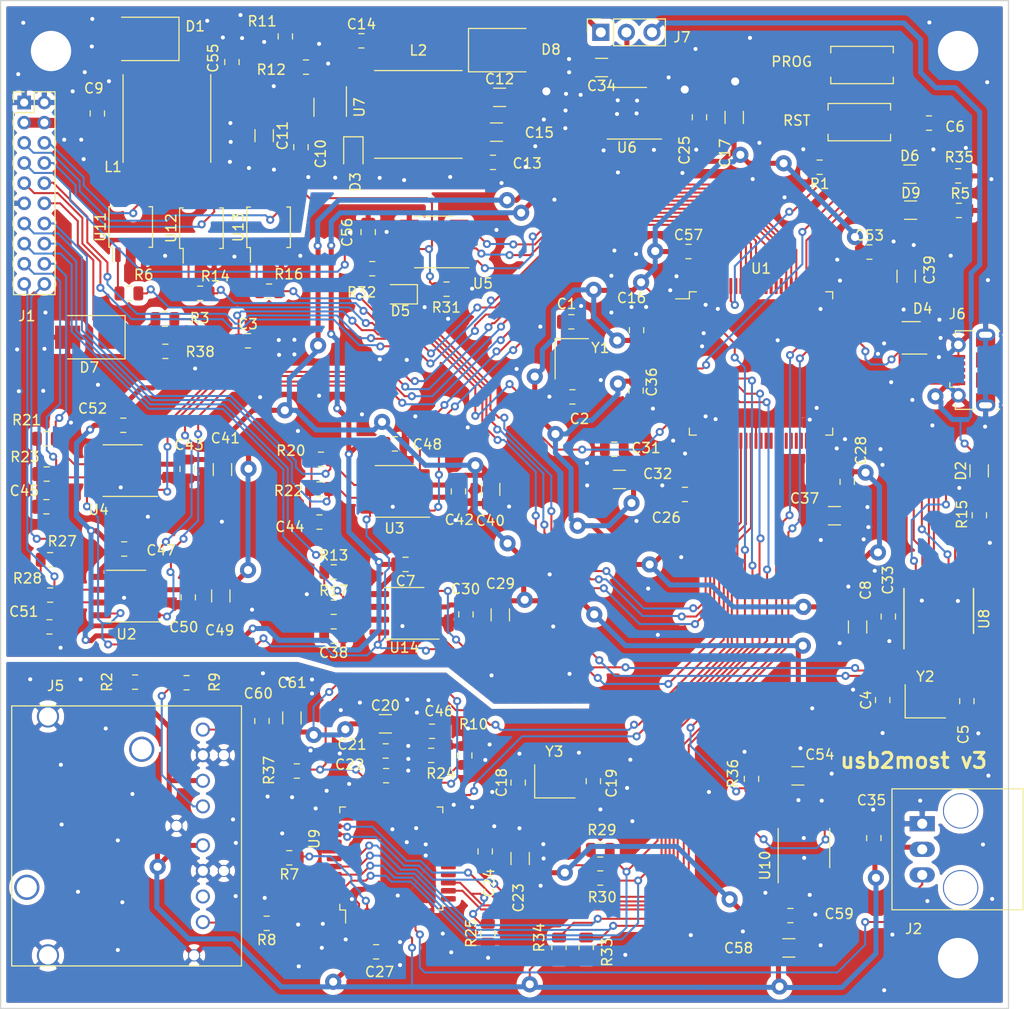
<source format=kicad_pcb>
(kicad_pcb (version 20171130) (host pcbnew 5.1.6-c6e7f7d~86~ubuntu16.04.1)
  (layers (0 F.Cu mixed) (31 B.Cu mixed) (34 B.Paste user) (35 F.Paste user) (36 B.SilkS user) (37 F.SilkS user) (38 B.Mask user) (39 F.Mask user) (44 Edge.Cuts user))
  (net 0 "")
  (net 1 GND)
  (net 2 NRST)
  (net 3 "Net-(C10-Pad1)")
  (net 4 "Net-(C1-Pad1)")
  (net 5 "Net-(C2-Pad1)")
  (net 6 "Net-(C18-Pad1)")
  (net 7 "Net-(C19-Pad1)")
  (net 8 "Net-(J5-Pad8)")
  (net 9 "Net-(J5-Pad4)")
  (net 10 "Net-(J5-Pad1)")
  (net 11 "Net-(R7-Pad1)")
  (net 12 "Net-(R8-Pad1)")
  (net 13 +5V)
  (net 14 "Net-(R10-Pad1)")
  (net 15 "Net-(C14-Pad1)")
  (net 16 "Net-(C14-Pad2)")
  (net 17 5Vin)
  (net 18 USB_D-)
  (net 19 VBUS)
  (net 20 USB_D+)
  (net 21 "Net-(D2-Pad1)")
  (net 22 CAN1_TX)
  (net 23 CAN1_RX)
  (net 24 CAN2_TX)
  (net 25 CAN2_RX)
  (net 26 "Net-(C44-Pad2)")
  (net 27 "Net-(C45-Pad2)")
  (net 28 HS_CAN_L)
  (net 29 HS_CAN_H)
  (net 30 "Net-(C51-Pad2)")
  (net 31 CAN3_TX)
  (net 32 "Net-(C46-Pad1)")
  (net 33 "Net-(R24-Pad1)")
  (net 34 12V)
  (net 35 MOST_INT)
  (net 36 MOST_AINT)
  (net 37 MOST_PWR_EN)
  (net 38 MOST_RST)
  (net 39 +3V3)
  (net 40 +3.3_MOST)
  (net 41 LIN)
  (net 42 LIN_RX)
  (net 43 LIN_TX)
  (net 44 "Net-(D5-Pad1)")
  (net 45 "Net-(D5-Pad2)")
  (net 46 ANDROID_TX)
  (net 47 ANDROID_RX)
  (net 48 "Net-(D6-Pad1)")
  (net 49 "Net-(D6-Pad2)")
  (net 50 "Net-(C5-Pad1)")
  (net 51 MOST_SCK)
  (net 52 MOST_FSY)
  (net 53 LIN_SLP)
  (net 54 "Net-(R31-Pad2)")
  (net 55 12V_IGN)
  (net 56 12V_REAR)
  (net 57 12V_ILLUM)
  (net 58 KEY_CAN_H)
  (net 59 KEY_CAN_L)
  (net 60 MS_CAN_H)
  (net 61 MS_CAN_L)
  (net 62 MOST_SDA)
  (net 63 MOST_SCL)
  (net 64 KEY)
  (net 65 SWC)
  (net 66 "Net-(C4-Pad1)")
  (net 67 MOST_SX0)
  (net 68 "Net-(D9-Pad2)")
  (net 69 "Net-(D9-Pad1)")
  (net 70 REAR)
  (net 71 "Net-(R6-Pad1)")
  (net 72 ILLUM)
  (net 73 "Net-(R14-Pad1)")
  (net 74 IGN)
  (net 75 "Net-(R16-Pad1)")
  (net 76 "Net-(C37-Pad1)")
  (net 77 FB)
  (net 78 "Net-(C38-Pad2)")
  (net 79 CAN4_L)
  (net 80 CAN4_H)
  (net 81 MOST_STATUS)
  (net 82 CAN4_RX)
  (net 83 CAN4_RESET)
  (net 84 CAN4_INT)
  (net 85 CAN4_SI)
  (net 86 CAN4_SO)
  (net 87 CAN4_SCK)
  (net 88 CAN4_CS)
  (net 89 CAN4_TX)
  (net 90 BOOT0)
  (net 91 CAN3_RX)
  (net 92 CAN_S)
  (net 93 MOST_SX1)
  (net 94 MOST_SR1)
  (net 95 "Net-(C39-Pad1)")
  (module Package_QFP:LQFP-100_14x14mm_P0.5mm (layer F.Cu) (at 95.45 56)
    (fp_text reference U1 (at 0 -9.42) (layer F.SilkS))
    (fp_text value STM32F413VGTx)
    (pad 100 smd roundrect (at -6 -7.675) (size 0.3 1.6) (layers F.Cu F.Paste F.Mask) (net 39 +3V3))
    (pad 99 smd roundrect (at -5.5 -7.675) (size 0.3 1.6) (layers F.Cu F.Paste F.Mask) (net 1 GND))
    (pad 98 smd roundrect (at -5 -7.675) (size 0.3 1.6) (layers F.Cu F.Paste F.Mask))
    (pad 97 smd roundrect (at -4.5 -7.675) (size 0.3 1.6) (layers F.Cu F.Paste F.Mask))
    (pad 96 smd roundrect (at -4 -7.675) (size 0.3 1.6) (layers F.Cu F.Paste F.Mask) (net 22 CAN1_TX))
    (pad 95 smd roundrect (at -3.5 -7.675) (size 0.3 1.6) (layers F.Cu F.Paste F.Mask) (net 23 CAN1_RX))
    (pad 94 smd roundrect (at -3 -7.675) (size 0.3 1.6) (layers F.Cu F.Paste F.Mask) (net 90 BOOT0))
    (pad 93 smd roundrect (at -2.5 -7.675) (size 0.3 1.6) (layers F.Cu F.Paste F.Mask))
    (pad 92 smd roundrect (at -2 -7.675) (size 0.3 1.6) (layers F.Cu F.Paste F.Mask) (net 24 CAN2_TX))
    (pad 91 smd roundrect (at -1.5 -7.675) (size 0.3 1.6) (layers F.Cu F.Paste F.Mask) (net 25 CAN2_RX))
    (pad 90 smd roundrect (at -1 -7.675) (size 0.3 1.6) (layers F.Cu F.Paste F.Mask) (net 31 CAN3_TX))
    (pad 89 smd roundrect (at -0.5 -7.675) (size 0.3 1.6) (layers F.Cu F.Paste F.Mask) (net 91 CAN3_RX))
    (pad 88 smd roundrect (at 0 -7.675) (size 0.3 1.6) (layers F.Cu F.Paste F.Mask))
    (pad 87 smd roundrect (at 0.5 -7.675) (size 0.3 1.6) (layers F.Cu F.Paste F.Mask) (net 47 ANDROID_RX))
    (pad 86 smd roundrect (at 1 -7.675) (size 0.3 1.6) (layers F.Cu F.Paste F.Mask) (net 46 ANDROID_TX))
    (pad 85 smd roundrect (at 1.5 -7.675) (size 0.3 1.6) (layers F.Cu F.Paste F.Mask))
    (pad 84 smd roundrect (at 2 -7.675) (size 0.3 1.6) (layers F.Cu F.Paste F.Mask))
    (pad 83 smd roundrect (at 2.5 -7.675) (size 0.3 1.6) (layers F.Cu F.Paste F.Mask) (net 53 LIN_SLP))
    (pad 82 smd roundrect (at 3 -7.675) (size 0.3 1.6) (layers F.Cu F.Paste F.Mask) (net 43 LIN_TX))
    (pad 81 smd roundrect (at 3.5 -7.675) (size 0.3 1.6) (layers F.Cu F.Paste F.Mask) (net 42 LIN_RX))
    (pad 80 smd roundrect (at 4 -7.675) (size 0.3 1.6) (layers F.Cu F.Paste F.Mask))
    (pad 79 smd roundrect (at 4.5 -7.675) (size 0.3 1.6) (layers F.Cu F.Paste F.Mask) (net 49 "Net-(D6-Pad2)"))
    (pad 78 smd roundrect (at 5 -7.675) (size 0.3 1.6) (layers F.Cu F.Paste F.Mask) (net 68 "Net-(D9-Pad2)"))
    (pad 77 smd roundrect (at 5.5 -7.675) (size 0.3 1.6) (layers F.Cu F.Paste F.Mask))
    (pad 76 smd roundrect (at 6 -7.675) (size 0.3 1.6) (layers F.Cu F.Paste F.Mask))
    (pad 75 smd roundrect (at 7.675 -6) (size 1.6 0.3) (layers F.Cu F.Paste F.Mask) (net 39 +3V3))
    (pad 74 smd roundrect (at 7.675 -5.5) (size 1.6 0.3) (layers F.Cu F.Paste F.Mask) (net 1 GND))
    (pad 73 smd roundrect (at 7.675 -5) (size 1.6 0.3) (layers F.Cu F.Paste F.Mask) (net 95 "Net-(C39-Pad1)"))
    (pad 72 smd roundrect (at 7.675 -4.5) (size 1.6 0.3) (layers F.Cu F.Paste F.Mask))
    (pad 71 smd roundrect (at 7.675 -4) (size 1.6 0.3) (layers F.Cu F.Paste F.Mask) (net 20 USB_D+))
    (pad 70 smd roundrect (at 7.675 -3.5) (size 1.6 0.3) (layers F.Cu F.Paste F.Mask) (net 18 USB_D-))
    (pad 69 smd roundrect (at 7.675 -3) (size 1.6 0.3) (layers F.Cu F.Paste F.Mask))
    (pad 68 smd roundrect (at 7.675 -2.5) (size 1.6 0.3) (layers F.Cu F.Paste F.Mask) (net 19 VBUS))
    (pad 67 smd roundrect (at 7.675 -2) (size 1.6 0.3) (layers F.Cu F.Paste F.Mask) (net 63 MOST_SCL))
    (pad 66 smd roundrect (at 7.675 -1.5) (size 1.6 0.3) (layers F.Cu F.Paste F.Mask) (net 62 MOST_SDA))
    (pad 65 smd roundrect (at 7.675 -1) (size 1.6 0.3) (layers F.Cu F.Paste F.Mask))
    (pad 64 smd roundrect (at 7.675 -0.5) (size 1.6 0.3) (layers F.Cu F.Paste F.Mask))
    (pad 63 smd roundrect (at 7.675 0) (size 1.6 0.3) (layers F.Cu F.Paste F.Mask))
    (pad 62 smd roundrect (at 7.675 0.5) (size 1.6 0.3) (layers F.Cu F.Paste F.Mask))
    (pad 61 smd roundrect (at 7.675 1) (size 1.6 0.3) (layers F.Cu F.Paste F.Mask))
    (pad 60 smd roundrect (at 7.675 1.5) (size 1.6 0.3) (layers F.Cu F.Paste F.Mask))
    (pad 59 smd roundrect (at 7.675 2) (size 1.6 0.3) (layers F.Cu F.Paste F.Mask))
    (pad 58 smd roundrect (at 7.675 2.5) (size 1.6 0.3) (layers F.Cu F.Paste F.Mask))
    (pad 57 smd roundrect (at 7.675 3) (size 1.6 0.3) (layers F.Cu F.Paste F.Mask))
    (pad 56 smd roundrect (at 7.675 3.5) (size 1.6 0.3) (layers F.Cu F.Paste F.Mask) (net 83 CAN4_RESET))
    (pad 55 smd roundrect (at 7.675 4) (size 1.6 0.3) (layers F.Cu F.Paste F.Mask) (net 84 CAN4_INT))
    (pad 54 smd roundrect (at 7.675 4.5) (size 1.6 0.3) (layers F.Cu F.Paste F.Mask) (net 85 CAN4_SI))
    (pad 53 smd roundrect (at 7.675 5) (size 1.6 0.3) (layers F.Cu F.Paste F.Mask) (net 86 CAN4_SO))
    (pad 52 smd roundrect (at 7.675 5.5) (size 1.6 0.3) (layers F.Cu F.Paste F.Mask) (net 87 CAN4_SCK))
    (pad 51 smd roundrect (at 7.675 6) (size 1.6 0.3) (layers F.Cu F.Paste F.Mask) (net 88 CAN4_CS))
    (pad 50 smd roundrect (at 6 7.675) (size 0.3 1.6) (layers F.Cu F.Paste F.Mask) (net 39 +3V3))
    (pad 49 smd roundrect (at 5.5 7.675) (size 0.3 1.6) (layers F.Cu F.Paste F.Mask) (net 1 GND))
    (pad 48 smd roundrect (at 5 7.675) (size 0.3 1.6) (layers F.Cu F.Paste F.Mask) (net 76 "Net-(C37-Pad1)"))
    (pad 47 smd roundrect (at 4.5 7.675) (size 0.3 1.6) (layers F.Cu F.Paste F.Mask))
    (pad 46 smd roundrect (at 4 7.675) (size 0.3 1.6) (layers F.Cu F.Paste F.Mask))
    (pad 45 smd roundrect (at 3.5 7.675) (size 0.3 1.6) (layers F.Cu F.Paste F.Mask))
    (pad 44 smd roundrect (at 3 7.675) (size 0.3 1.6) (layers F.Cu F.Paste F.Mask))
    (pad 43 smd roundrect (at 2.5 7.675) (size 0.3 1.6) (layers F.Cu F.Paste F.Mask))
    (pad 42 smd roundrect (at 2 7.675) (size 0.3 1.6) (layers F.Cu F.Paste F.Mask))
    (pad 41 smd roundrect (at 1.5 7.675) (size 0.3 1.6) (layers F.Cu F.Paste F.Mask) (net 37 MOST_PWR_EN))
    (pad 40 smd roundrect (at 1 7.675) (size 0.3 1.6) (layers F.Cu F.Paste F.Mask))
    (pad 39 smd roundrect (at 0.5 7.675) (size 0.3 1.6) (layers F.Cu F.Paste F.Mask))
    (pad 38 smd roundrect (at 0 7.675) (size 0.3 1.6) (layers F.Cu F.Paste F.Mask))
    (pad 37 smd roundrect (at -0.5 7.675) (size 0.3 1.6) (layers F.Cu F.Paste F.Mask) (net 1 GND))
    (pad 36 smd roundrect (at -1 7.675) (size 0.3 1.6) (layers F.Cu F.Paste F.Mask) (net 36 MOST_AINT))
    (pad 35 smd roundrect (at -1.5 7.675) (size 0.3 1.6) (layers F.Cu F.Paste F.Mask) (net 35 MOST_INT))
    (pad 34 smd roundrect (at -2 7.675) (size 0.3 1.6) (layers F.Cu F.Paste F.Mask) (net 81 MOST_STATUS))
    (pad 33 smd roundrect (at -2.5 7.675) (size 0.3 1.6) (layers F.Cu F.Paste F.Mask) (net 38 MOST_RST))
    (pad 32 smd roundrect (at -3 7.675) (size 0.3 1.6) (layers F.Cu F.Paste F.Mask) (net 92 CAN_S))
    (pad 31 smd roundrect (at -3.5 7.675) (size 0.3 1.6) (layers F.Cu F.Paste F.Mask) (net 70 REAR))
    (pad 30 smd roundrect (at -4 7.675) (size 0.3 1.6) (layers F.Cu F.Paste F.Mask) (net 72 ILLUM))
    (pad 29 smd roundrect (at -4.5 7.675) (size 0.3 1.6) (layers F.Cu F.Paste F.Mask) (net 74 IGN))
    (pad 28 smd roundrect (at -5 7.675) (size 0.3 1.6) (layers F.Cu F.Paste F.Mask) (net 39 +3V3))
    (pad 27 smd roundrect (at -5.5 7.675) (size 0.3 1.6) (layers F.Cu F.Paste F.Mask) (net 1 GND))
    (pad 26 smd roundrect (at -6 7.675) (size 0.3 1.6) (layers F.Cu F.Paste F.Mask))
    (pad 25 smd roundrect (at -7.675 6) (size 1.6 0.3) (layers F.Cu F.Paste F.Mask))
    (pad 24 smd roundrect (at -7.675 5.5) (size 1.6 0.3) (layers F.Cu F.Paste F.Mask) (net 65 SWC))
    (pad 23 smd roundrect (at -7.675 5) (size 1.6 0.3) (layers F.Cu F.Paste F.Mask))
    (pad 22 smd roundrect (at -7.675 4.5) (size 1.6 0.3) (layers F.Cu F.Paste F.Mask) (net 39 +3V3))
    (pad 21 smd roundrect (at -7.675 4) (size 1.6 0.3) (layers F.Cu F.Paste F.Mask) (net 39 +3V3))
    (pad 20 smd roundrect (at -7.675 3.5) (size 1.6 0.3) (layers F.Cu F.Paste F.Mask) (net 1 GND))
    (pad 19 smd roundrect (at -7.675 3) (size 1.6 0.3) (layers F.Cu F.Paste F.Mask) (net 39 +3V3))
    (pad 18 smd roundrect (at -7.675 2.5) (size 1.6 0.3) (layers F.Cu F.Paste F.Mask) (net 52 MOST_FSY))
    (pad 17 smd roundrect (at -7.675 2) (size 1.6 0.3) (layers F.Cu F.Paste F.Mask) (net 51 MOST_SCK))
    (pad 16 smd roundrect (at -7.675 1.5) (size 1.6 0.3) (layers F.Cu F.Paste F.Mask) (net 94 MOST_SR1))
    (pad 15 smd roundrect (at -7.675 1) (size 1.6 0.3) (layers F.Cu F.Paste F.Mask))
    (pad 14 smd roundrect (at -7.675 0.5) (size 1.6 0.3) (layers F.Cu F.Paste F.Mask) (net 2 NRST))
    (pad 13 smd roundrect (at -7.675 0) (size 1.6 0.3) (layers F.Cu F.Paste F.Mask) (net 5 "Net-(C2-Pad1)"))
    (pad 12 smd roundrect (at -7.675 -0.5) (size 1.6 0.3) (layers F.Cu F.Paste F.Mask) (net 4 "Net-(C1-Pad1)"))
    (pad 11 smd roundrect (at -7.675 -1) (size 1.6 0.3) (layers F.Cu F.Paste F.Mask) (net 39 +3V3))
    (pad 10 smd roundrect (at -7.675 -1.5) (size 1.6 0.3) (layers F.Cu F.Paste F.Mask) (net 1 GND))
    (pad 9 smd roundrect (at -7.675 -2) (size 1.6 0.3) (layers F.Cu F.Paste F.Mask))
    (pad 8 smd roundrect (at -7.675 -2.5) (size 1.6 0.3) (layers F.Cu F.Paste F.Mask))
    (pad 7 smd roundrect (at -7.675 -3) (size 1.6 0.3) (layers F.Cu F.Paste F.Mask))
    (pad 6 smd roundrect (at -7.675 -3.5) (size 1.6 0.3) (layers F.Cu F.Paste F.Mask) (net 39 +3V3))
    (pad 5 smd roundrect (at -7.675 -4) (size 1.6 0.3) (layers F.Cu F.Paste F.Mask))
    (pad 4 smd roundrect (at -7.675 -4.5) (size 1.6 0.3) (layers F.Cu F.Paste F.Mask))
    (pad 3 smd roundrect (at -7.675 -5) (size 1.6 0.3) (layers F.Cu F.Paste F.Mask) (net 93 MOST_SX1))
    (pad 2 smd roundrect (at -7.675 -5.5) (size 1.6 0.3) (layers F.Cu F.Paste F.Mask))
    (pad 1 smd roundrect (at -7.675 -6) (size 1.6 0.3) (layers F.Cu F.Paste F.Mask))
  )
  (module Capacitor_SMD:C_1206_3216Metric (layer F.Cu) (at 109.85 47.35 90)
    (fp_text reference C39 (at 0.63 2.31 90) (layer F.SilkS))
    (fp_text value 2.2u)
    (pad 2 smd roundrect (at 1.4 0 90) (size 1.25 1.75) (layers F.Cu F.Paste F.Mask) (roundrect_rratio 0.2) (net 1 GND))
    (pad 1 smd roundrect (at -1.4 0 90) (size 1.25 1.75) (layers F.Cu F.Paste F.Mask) (roundrect_rratio 0.2) (net 95 "Net-(C39-Pad1)"))
  )
  (module Capacitor_SMD:C_1206_3216Metric (layer F.Cu) (at 69.5125 29.6)
    (fp_text reference C12 (at 0 -1.82) (layer F.SilkS))
    (fp_text value 10u)
    (pad 2 smd roundrect (at 1.4 0) (size 1.25 1.75) (layers F.Cu F.Paste F.Mask) (roundrect_rratio 0.2) (net 1 GND))
    (pad 1 smd roundrect (at -1.4 0) (size 1.25 1.75) (layers F.Cu F.Paste F.Mask) (roundrect_rratio 0.2) (net 17 5Vin))
  )
  (module Capacitor_SMD:C_1206_3216Metric (layer F.Cu) (at 46.15 33.4 270)
    (fp_text reference C11 (at 0 -1.82 90) (layer F.SilkS))
    (fp_text value 10u)
    (pad 2 smd roundrect (at 1.4 0 270) (size 1.25 1.75) (layers F.Cu F.Paste F.Mask) (roundrect_rratio 0.2) (net 1 GND))
    (pad 1 smd roundrect (at -1.4 0 270) (size 1.25 1.75) (layers F.Cu F.Paste F.Mask) (roundrect_rratio 0.2) (net 3 "Net-(C10-Pad1)"))
  )
  (module Diode_SMD:D_0805_2012Metric (layer F.Cu) (at 59.6665 49.139 180)
    (fp_text reference D5 (at 0 -1.65) (layer F.SilkS))
    (fp_text value PMEG6010CEJ)
    (pad 2 smd roundrect (at 0.9375 0 180) (size 0.975 1.4) (layers F.Cu F.Paste F.Mask) (net 45 "Net-(D5-Pad2)"))
    (pad 1 smd roundrect (at -0.9375 0 180) (size 0.975 1.4) (layers F.Cu F.Paste F.Mask) (net 44 "Net-(D5-Pad1)"))
  )
  (module Diode_SMD:D_0805_2012Metric (layer F.Cu) (at 55 35.2 270)
    (fp_text reference D3 (at 2.8 -0.2 90) (layer F.SilkS))
    (fp_text value PMEG6010CEJ)
    (pad 2 smd roundrect (at 0.9375 0 270) (size 0.975 1.4) (layers F.Cu F.Paste F.Mask) (net 1 GND))
    (pad 1 smd roundrect (at -0.9375 0 270) (size 0.975 1.4) (layers F.Cu F.Paste F.Mask) (net 16 "Net-(C14-Pad2)"))
  )
  (module Capacitor_SMD:C_0805_2012Metric (layer F.Cu) (at 44.55 53.75)
    (fp_text reference C3 (at 0 -1.65) (layer F.SilkS))
    (fp_text value 100n)
    (pad 2 smd roundrect (at 0.9375 0) (size 0.975 1.4) (layers F.Cu F.Paste F.Mask) (net 1 GND))
    (pad 1 smd roundrect (at -0.9375 0) (size 0.975 1.4) (layers F.Cu F.Paste F.Mask) (net 65 SWC))
  )
  (module Package_SO:SOIC-8_3.9x4.9mm_P1.27mm (layer F.Cu) (at 60.05 80.79 180)
    (fp_text reference U14 (at 0 -3.4) (layer F.SilkS))
    (fp_text value TJA1051T-3)
    (pad 8 smd roundrect (at 2.475 -1.905 180) (size 1.95 0.6) (layers F.Cu F.Paste F.Mask) (net 92 CAN_S))
    (pad 7 smd roundrect (at 2.475 -0.635 180) (size 1.95 0.6) (layers F.Cu F.Paste F.Mask) (net 80 CAN4_H))
    (pad 6 smd roundrect (at 2.475 0.635 180) (size 1.95 0.6) (layers F.Cu F.Paste F.Mask) (net 79 CAN4_L))
    (pad 5 smd roundrect (at 2.475 1.905 180) (size 1.95 0.6) (layers F.Cu F.Paste F.Mask) (net 39 +3V3))
    (pad 4 smd roundrect (at -2.475 1.905 180) (size 1.95 0.6) (layers F.Cu F.Paste F.Mask) (net 82 CAN4_RX))
    (pad 3 smd roundrect (at -2.475 0.635 180) (size 1.95 0.6) (layers F.Cu F.Paste F.Mask) (net 13 +5V))
    (pad 2 smd roundrect (at -2.475 -0.635 180) (size 1.95 0.6) (layers F.Cu F.Paste F.Mask) (net 1 GND))
    (pad 1 smd roundrect (at -2.475 -1.905 180) (size 1.95 0.6) (layers F.Cu F.Paste F.Mask) (net 89 CAN4_TX))
  )
  (module Resistor_SMD:R_0805_2012Metric (layer F.Cu) (at 53.05 80.19)
    (fp_text reference R17 (at 0 -1.65) (layer F.SilkS))
    (fp_text value 60R)
    (pad 2 smd roundrect (at 0.9375 0) (size 0.975 1.4) (layers F.Cu F.Paste F.Mask) (net 80 CAN4_H))
    (pad 1 smd roundrect (at -0.9375 0) (size 0.975 1.4) (layers F.Cu F.Paste F.Mask) (net 78 "Net-(C38-Pad2)"))
  )
  (module Resistor_SMD:R_0805_2012Metric (layer F.Cu) (at 53.05 76.69)
    (fp_text reference R13 (at 0 -1.65) (layer F.SilkS))
    (fp_text value 60R)
    (pad 2 smd roundrect (at 0.9375 0) (size 0.975 1.4) (layers F.Cu F.Paste F.Mask) (net 79 CAN4_L))
    (pad 1 smd roundrect (at -0.9375 0) (size 0.975 1.4) (layers F.Cu F.Paste F.Mask) (net 78 "Net-(C38-Pad2)"))
  )
  (module Capacitor_SMD:C_0805_2012Metric (layer F.Cu) (at 53.0425 83.05 180)
    (fp_text reference C38 (at 0 -1.65) (layer F.SilkS))
    (fp_text value 100n)
    (pad 2 smd roundrect (at 0.9375 0 180) (size 0.975 1.4) (layers F.Cu F.Paste F.Mask) (net 78 "Net-(C38-Pad2)"))
    (pad 1 smd roundrect (at -0.9375 0 180) (size 0.975 1.4) (layers F.Cu F.Paste F.Mask) (net 1 GND))
  )
  (module Capacitor_SMD:C_0805_2012Metric (layer F.Cu) (at 66.17 80.9 90)
    (fp_text reference C30 (at 2.52 -0.03 180) (layer F.SilkS))
    (fp_text value 100n)
    (pad 2 smd roundrect (at 0.9375 0 90) (size 0.975 1.4) (layers F.Cu F.Paste F.Mask) (net 13 +5V))
    (pad 1 smd roundrect (at -0.9375 0 90) (size 0.975 1.4) (layers F.Cu F.Paste F.Mask) (net 1 GND))
  )
  (module Capacitor_SMD:C_1206_3216Metric (layer F.Cu) (at 69.58 80.95 90)
    (fp_text reference C29 (at 3.1 0.01 180) (layer F.SilkS))
    (fp_text value 10u)
    (pad 2 smd roundrect (at 1.4 0 90) (size 1.25 1.75) (layers F.Cu F.Paste F.Mask) (roundrect_rratio 0.2) (net 13 +5V))
    (pad 1 smd roundrect (at -1.4 0 90) (size 1.25 1.75) (layers F.Cu F.Paste F.Mask) (roundrect_rratio 0.2) (net 1 GND))
  )
  (module Capacitor_SMD:C_0805_2012Metric (layer F.Cu) (at 60.18 75.94 180)
    (fp_text reference C7 (at 0 -1.65) (layer F.SilkS))
    (fp_text value 100n)
    (pad 2 smd roundrect (at 0.9375 0 180) (size 0.975 1.4) (layers F.Cu F.Paste F.Mask) (net 39 +3V3))
    (pad 1 smd roundrect (at -0.9375 0 180) (size 0.975 1.4) (layers F.Cu F.Paste F.Mask) (net 1 GND))
  )
  (module usb2most:TYCO_1_1394640_1 (layer F.Cu) (at 33 101.88 90)
    (fp_text reference J5 (at 13.89 -7.54 180) (layer F.SilkS))
    (fp_text value 1-1394640-1)
    (pad 0 thru_hole circle (at 7.01 9.15 90) (size 1.2 1.2) (drill 1) (layers *.Cu *.Mask) (net 1 GND))
    (pad 0 thru_hole circle (at -4.47 9.15 90) (size 1.2 1.2) (drill 1) (layers *.Cu *.Mask) (net 1 GND))
    (pad 0 thru_hole circle (at -12.85 6.2 90) (size 1.2 1.2) (drill 1) (layers *.Cu *.Mask) (net 1 GND))
    (pad 8 thru_hole circle (at -9.55 7.07 90) (size 1.4 1.4) (drill 1) (layers *.Cu *.Mask) (net 8 "Net-(J5-Pad8)"))
    (pad 7 thru_hole circle (at -7.01 7.07 90) (size 1.4 1.4) (drill 1) (layers *.Cu *.Mask))
    (pad 6 thru_hole circle (at -4.47 7.07 90) (size 1.4 1.4) (drill 1) (layers *.Cu *.Mask) (net 1 GND))
    (pad 5 thru_hole circle (at -1.93 7.07 90) (size 1.4 1.4) (drill 1) (layers *.Cu *.Mask) (net 40 +3.3_MOST))
    (pad 0 thru_hole circle (at 0 4.45 90) (size 1.2 1.2) (drill 1) (layers *.Cu *.Mask) (net 1 GND))
    (pad 0 thru_hole circle (at -12.85 -8.3 90) (size 2.2 2.2) (drill 1.8) (layers *.Cu *.Mask) (net 1 GND))
    (pad 0 thru_hole circle (at 10.85 -8.3 90) (size 2.2 2.2) (drill 1.8) (layers *.Cu *.Mask) (net 1 GND))
    (pad "" thru_hole circle (at 7.6 1 90) (size 2.5 2.5) (drill 2) (layers *.Cu *.Mask))
    (pad "" thru_hole circle (at -6.1 -10.4 90) (size 2.5 2.5) (drill 2) (layers *.Cu *.Mask))
    (pad 4 thru_hole circle (at 1.93 7.07 90) (size 1.4 1.4) (drill 1) (layers *.Cu *.Mask) (net 9 "Net-(J5-Pad4)"))
    (pad 3 thru_hole circle (at 4.47 7.07 90) (size 1.4 1.4) (drill 1) (layers *.Cu *.Mask) (net 40 +3.3_MOST))
    (pad 2 thru_hole circle (at 7.01 7.07 90) (size 1.4 1.4) (drill 1) (layers *.Cu *.Mask) (net 1 GND))
    (pad 1 thru_hole circle (at 9.55 7.07 90) (size 1.4 1.4) (drill 1) (layers *.Cu *.Mask) (net 10 "Net-(J5-Pad1)"))
  )
  (module Capacitor_SMD:C_1206_3216Metric (layer F.Cu) (at 79.63 26.64 180)
    (fp_text reference C34 (at 0 -1.82) (layer F.SilkS))
    (fp_text value 10u)
    (pad 2 smd roundrect (at 1.4 0 180) (size 1.25 1.75) (layers F.Cu F.Paste F.Mask) (roundrect_rratio 0.2) (net 1 GND))
    (pad 1 smd roundrect (at -1.4 0 180) (size 1.25 1.75) (layers F.Cu F.Paste F.Mask) (roundrect_rratio 0.2) (net 13 +5V))
  )
  (module Resistor_SMD:R_1206_3216Metric (layer F.Cu) (at 110.29 40.79 180)
    (fp_text reference D9 (at -0.02 1.71) (layer F.SilkS))
    (fp_text value KP-3216)
    (pad 2 smd roundrect (at 1.4 0 180) (size 1.25 1.75) (layers F.Cu F.Paste F.Mask) (roundrect_rratio 0.2) (net 68 "Net-(D9-Pad2)"))
    (pad 1 smd roundrect (at -1.4 0 180) (size 1.25 1.75) (layers F.Cu F.Paste F.Mask) (roundrect_rratio 0.2) (net 69 "Net-(D9-Pad1)"))
  )
  (module Resistor_SMD:R_1206_3216Metric (layer F.Cu) (at 110.21 37.22 180)
    (fp_text reference D6 (at 0 1.82) (layer F.SilkS))
    (fp_text value KP-3216)
    (pad 2 smd roundrect (at 1.4 0 180) (size 1.25 1.75) (layers F.Cu F.Paste F.Mask) (roundrect_rratio 0.2) (net 49 "Net-(D6-Pad2)"))
    (pad 1 smd roundrect (at -1.4 0 180) (size 1.25 1.75) (layers F.Cu F.Paste F.Mask) (roundrect_rratio 0.2) (net 48 "Net-(D6-Pad1)"))
  )
  (module Resistor_SMD:R_1206_3216Metric (layer F.Cu) (at 117.093 66.66 90)
    (fp_text reference D2 (at 0 -1.82 90) (layer F.SilkS))
    (fp_text value KP-3216)
    (pad 2 smd roundrect (at 1.4 0 90) (size 1.25 1.75) (layers F.Cu F.Paste F.Mask) (roundrect_rratio 0.2) (net 19 VBUS))
    (pad 1 smd roundrect (at -1.4 0 90) (size 1.25 1.75) (layers F.Cu F.Paste F.Mask) (roundrect_rratio 0.2) (net 21 "Net-(D2-Pad1)"))
  )
  (module Package_SO:SO-8_3.9x4.9mm_P1.27mm (layer F.Cu) (at 99.707 104.083 90)
    (fp_text reference U10 (at -1.727 -3.867 90) (layer F.SilkS))
    (fp_text value KF33BD-TR)
    (pad 8 smd roundrect (at 2.575 -1.905 90) (size 1.75 0.6) (layers F.Cu F.Paste F.Mask) (net 13 +5V))
    (pad 7 smd roundrect (at 2.575 -0.635 90) (size 1.75 0.6) (layers F.Cu F.Paste F.Mask) (net 1 GND))
    (pad 6 smd roundrect (at 2.575 0.635 90) (size 1.75 0.6) (layers F.Cu F.Paste F.Mask) (net 1 GND))
    (pad 5 smd roundrect (at 2.575 1.905 90) (size 1.75 0.6) (layers F.Cu F.Paste F.Mask) (net 37 MOST_PWR_EN))
    (pad 4 smd roundrect (at -2.575 1.905 90) (size 1.75 0.6) (layers F.Cu F.Paste F.Mask))
    (pad 3 smd roundrect (at -2.575 0.635 90) (size 1.75 0.6) (layers F.Cu F.Paste F.Mask) (net 1 GND))
    (pad 2 smd roundrect (at -2.575 -0.635 90) (size 1.75 0.6) (layers F.Cu F.Paste F.Mask) (net 1 GND))
    (pad 1 smd roundrect (at -2.575 -1.905 90) (size 1.75 0.6) (layers F.Cu F.Paste F.Mask) (net 40 +3.3_MOST))
  )
  (module Package_SO:SO-8_3.9x4.9mm_P1.27mm (layer F.Cu) (at 82.138 31.174 180)
    (fp_text reference U6 (at 0 -3.4) (layer F.SilkS))
    (fp_text value KF33BD-TR)
    (pad 8 smd roundrect (at 2.575 -1.905 180) (size 1.75 0.6) (layers F.Cu F.Paste F.Mask) (net 13 +5V))
    (pad 7 smd roundrect (at 2.575 -0.635 180) (size 1.75 0.6) (layers F.Cu F.Paste F.Mask) (net 1 GND))
    (pad 6 smd roundrect (at 2.575 0.635 180) (size 1.75 0.6) (layers F.Cu F.Paste F.Mask) (net 1 GND))
    (pad 5 smd roundrect (at 2.575 1.905 180) (size 1.75 0.6) (layers F.Cu F.Paste F.Mask) (net 1 GND))
    (pad 4 smd roundrect (at -2.575 1.905 180) (size 1.75 0.6) (layers F.Cu F.Paste F.Mask))
    (pad 3 smd roundrect (at -2.575 0.635 180) (size 1.75 0.6) (layers F.Cu F.Paste F.Mask) (net 1 GND))
    (pad 2 smd roundrect (at -2.575 -0.635 180) (size 1.75 0.6) (layers F.Cu F.Paste F.Mask) (net 1 GND))
    (pad 1 smd roundrect (at -2.575 -1.905 180) (size 1.75 0.6) (layers F.Cu F.Paste F.Mask) (net 39 +3V3))
  )
  (module Package_TO_SOT_SMD:SOT-23-6_Handsoldering (layer F.Cu) (at 52.7 30.59 270)
    (fp_text reference U7 (at 0 -2.9 90) (layer F.SilkS))
    (fp_text value LMR14206)
    (pad 5 smd rect (at 1.35 0 270) (size 1.56 0.65) (layers F.Cu F.Paste F.Mask) (net 3 "Net-(C10-Pad1)"))
    (pad 6 smd rect (at 1.35 -0.95 270) (size 1.56 0.65) (layers F.Cu F.Paste F.Mask) (net 16 "Net-(C14-Pad2)"))
    (pad 4 smd rect (at 1.35 0.95 270) (size 1.56 0.65) (layers F.Cu F.Paste F.Mask) (net 3 "Net-(C10-Pad1)"))
    (pad 3 smd rect (at -1.35 0.95 270) (size 1.56 0.65) (layers F.Cu F.Paste F.Mask) (net 77 FB))
    (pad 2 smd rect (at -1.35 0 270) (size 1.56 0.65) (layers F.Cu F.Paste F.Mask) (net 1 GND))
    (pad 1 smd rect (at -1.35 -0.95 270) (size 1.56 0.65) (layers F.Cu F.Paste F.Mask) (net 15 "Net-(C14-Pad1)"))
  )
  (module Package_SO:SOIC-8_3.9x4.9mm_P1.27mm (layer F.Cu) (at 63.023 43.947 180)
    (fp_text reference U5 (at -4.825 -4.12) (layer F.SilkS))
    (fp_text value TJA1021T)
    (pad 1 smd roundrect (at -2.475 -1.905 180) (size 1.95 0.6) (layers F.Cu F.Paste F.Mask) (net 42 LIN_RX))
    (pad 2 smd roundrect (at -2.475 -0.635 180) (size 1.95 0.6) (layers F.Cu F.Paste F.Mask) (net 53 LIN_SLP))
    (pad 3 smd roundrect (at -2.475 0.635 180) (size 1.95 0.6) (layers F.Cu F.Paste F.Mask) (net 54 "Net-(R31-Pad2)"))
    (pad 4 smd roundrect (at -2.475 1.905 180) (size 1.95 0.6) (layers F.Cu F.Paste F.Mask) (net 43 LIN_TX))
    (pad 5 smd roundrect (at 2.475 1.905 180) (size 1.95 0.6) (layers F.Cu F.Paste F.Mask) (net 1 GND))
    (pad 6 smd roundrect (at 2.475 0.635 180) (size 1.95 0.6) (layers F.Cu F.Paste F.Mask) (net 41 LIN))
    (pad 7 smd roundrect (at 2.475 -0.635 180) (size 1.95 0.6) (layers F.Cu F.Paste F.Mask) (net 34 12V))
    (pad 8 smd roundrect (at 2.475 -1.905 180) (size 1.95 0.6) (layers F.Cu F.Paste F.Mask) (net 44 "Net-(D5-Pad1)"))
  )
  (module Capacitor_SMD:C_1206_3216Metric (layer F.Cu) (at 102.73 71.11)
    (fp_text reference C37 (at -2.96 -1.72) (layer F.SilkS))
    (fp_text value 2.2u)
    (pad 2 smd roundrect (at 1.4 0) (size 1.25 1.75) (layers F.Cu F.Paste F.Mask) (roundrect_rratio 0.2) (net 1 GND))
    (pad 1 smd roundrect (at -1.4 0) (size 1.25 1.75) (layers F.Cu F.Paste F.Mask) (roundrect_rratio 0.2) (net 76 "Net-(C37-Pad1)"))
  )
  (module Capacitor_SMD:C_0805_2012Metric (layer F.Cu) (at 83.1 52.7 90)
    (fp_text reference C16 (at 3.2 -0.5) (layer F.SilkS))
    (fp_text value 100n)
    (pad 2 smd roundrect (at 0.9375 0 90) (size 0.975 1.4) (layers F.Cu F.Paste F.Mask) (net 1 GND))
    (pad 1 smd roundrect (at -0.9375 0 90) (size 0.975 1.4) (layers F.Cu F.Paste F.Mask) (net 39 +3V3))
  )
  (module Package_SO:SOP-4_3.8x4.1mm_P2.54mm (layer F.Cu) (at 46.59 42.49 90)
    (fp_text reference U13 (at 0 -3 90) (layer F.SilkS))
    (fp_text value CPC1002N)
    (pad 4 smd roundrect (at 2.75 -1.27 90) (size 1.45 0.55) (layers F.Cu F.Paste F.Mask) (net 34 12V))
    (pad 3 smd roundrect (at 2.75 1.27 90) (size 1.45 0.55) (layers F.Cu F.Paste F.Mask) (net 55 12V_IGN))
    (pad 2 smd roundrect (at -2.75 1.27 90) (size 1.45 0.55) (layers F.Cu F.Paste F.Mask) (net 1 GND))
    (pad 1 smd roundrect (at -2.75 -1.27 90) (size 1.45 0.55) (layers F.Cu F.Paste F.Mask) (net 75 "Net-(R16-Pad1)"))
  )
  (module Package_SO:SOP-4_3.8x4.1mm_P2.54mm (layer F.Cu) (at 39.92 42.58 90)
    (fp_text reference U12 (at 0 -3 90) (layer F.SilkS))
    (fp_text value CPC1002N)
    (pad 4 smd roundrect (at 2.75 -1.27 90) (size 1.45 0.55) (layers F.Cu F.Paste F.Mask) (net 34 12V))
    (pad 3 smd roundrect (at 2.75 1.27 90) (size 1.45 0.55) (layers F.Cu F.Paste F.Mask) (net 57 12V_ILLUM))
    (pad 2 smd roundrect (at -2.75 1.27 90) (size 1.45 0.55) (layers F.Cu F.Paste F.Mask) (net 1 GND))
    (pad 1 smd roundrect (at -2.75 -1.27 90) (size 1.45 0.55) (layers F.Cu F.Paste F.Mask) (net 73 "Net-(R14-Pad1)"))
  )
  (module Package_SO:SOP-4_3.8x4.1mm_P2.54mm (layer F.Cu) (at 32.91 42.46 90)
    (fp_text reference U11 (at 0 -3 90) (layer F.SilkS))
    (fp_text value CPC1002N)
    (pad 4 smd roundrect (at 2.75 -1.27 90) (size 1.45 0.55) (layers F.Cu F.Paste F.Mask) (net 34 12V))
    (pad 3 smd roundrect (at 2.75 1.27 90) (size 1.45 0.55) (layers F.Cu F.Paste F.Mask) (net 56 12V_REAR))
    (pad 2 smd roundrect (at -2.75 1.27 90) (size 1.45 0.55) (layers F.Cu F.Paste F.Mask) (net 1 GND))
    (pad 1 smd roundrect (at -2.75 -1.27 90) (size 1.45 0.55) (layers F.Cu F.Paste F.Mask) (net 71 "Net-(R6-Pad1)"))
  )
  (module Resistor_SMD:R_0805_2012Metric (layer F.Cu) (at 46.64 48.83)
    (fp_text reference R16 (at 1.96 -1.68) (layer F.SilkS))
    (fp_text value 1k)
    (pad 2 smd roundrect (at 0.9375 0) (size 0.975 1.4) (layers F.Cu F.Paste F.Mask) (net 74 IGN))
    (pad 1 smd roundrect (at -0.9375 0) (size 0.975 1.4) (layers F.Cu F.Paste F.Mask) (net 75 "Net-(R16-Pad1)"))
  )
  (module Resistor_SMD:R_0805_2012Metric (layer F.Cu) (at 39.7975 49.04)
    (fp_text reference R14 (at 1.5025 -1.69) (layer F.SilkS))
    (fp_text value 1k)
    (pad 2 smd roundrect (at 0.9375 0) (size 0.975 1.4) (layers F.Cu F.Paste F.Mask) (net 72 ILLUM))
    (pad 1 smd roundrect (at -0.9375 0) (size 0.975 1.4) (layers F.Cu F.Paste F.Mask) (net 73 "Net-(R14-Pad1)"))
  )
  (module Resistor_SMD:R_0805_2012Metric (layer F.Cu) (at 32.7275 49.05)
    (fp_text reference R6 (at 1.4725 -1.85) (layer F.SilkS))
    (fp_text value 1k)
    (pad 2 smd roundrect (at 0.9375 0) (size 0.975 1.4) (layers F.Cu F.Paste F.Mask) (net 70 REAR))
    (pad 1 smd roundrect (at -0.9375 0) (size 0.975 1.4) (layers F.Cu F.Paste F.Mask) (net 71 "Net-(R6-Pad1)"))
  )
  (module Resistor_SMD:R_0805_2012Metric (layer F.Cu) (at 115.08 40.82 180)
    (fp_text reference R5 (at -0.14 1.68) (layer F.SilkS))
    (fp_text value 1k)
    (pad 2 smd roundrect (at 0.9375 0 180) (size 0.975 1.4) (layers F.Cu F.Paste F.Mask) (net 69 "Net-(D9-Pad1)"))
    (pad 1 smd roundrect (at -0.9375 0 180) (size 0.975 1.4) (layers F.Cu F.Paste F.Mask) (net 1 GND))
  )
  (module usb2most:TOTX147 (layer F.Cu) (at 111.44 104.209 270)
    (fp_text reference J2 (at 7.891 0.85 180) (layer F.SilkS))
    (fp_text value totx147)
    (pad "" thru_hole circle (at -3.81 -3.81 270) (size 3.5 3.5) (drill 3.3) (layers *.Cu *.Mask))
    (pad "" thru_hole circle (at 3.81 -3.81 270) (size 3.5 3.5) (drill 3.3) (layers *.Cu *.Mask))
    (pad 3 thru_hole oval (at 2.54 0 270) (size 1.5 2.5) (drill 1) (layers *.Cu *.Mask) (net 67 MOST_SX0))
    (pad 2 thru_hole oval (at 0 0 270) (size 1.5 2.5) (drill 1) (layers *.Cu *.Mask) (net 40 +3.3_MOST))
    (pad 1 thru_hole rect (at -2.54 0 270) (size 1.5 2.5) (drill 1) (layers *.Cu *.Mask) (net 1 GND))
  )
  (module Capacitor_SMD:C_0805_2012Metric (layer F.Cu) (at 106.64 103.0925 270)
    (fp_text reference C35 (at -3.7525 0.23 180) (layer F.SilkS))
    (fp_text value 100n)
    (pad 2 smd roundrect (at 0.9375 0 270) (size 0.975 1.4) (layers F.Cu F.Paste F.Mask) (net 40 +3.3_MOST))
    (pad 1 smd roundrect (at -0.9375 0 270) (size 0.975 1.4) (layers F.Cu F.Paste F.Mask) (net 1 GND))
  )
  (module Package_SO:TSSOP-20_4.4x6.5mm_P0.65mm (layer F.Cu) (at 113.08 80.55 90)
    (fp_text reference U8 (at -0.8 4.5 90) (layer F.SilkS))
    (fp_text value MCP2515-xST)
    (pad 20 smd rect (at 2.95 -2.925 90) (size 1.45 0.45) (layers F.Cu F.Paste F.Mask) (net 39 +3V3))
    (pad 19 smd rect (at 2.95 -2.275 90) (size 1.45 0.45) (layers F.Cu F.Paste F.Mask) (net 83 CAN4_RESET))
    (pad 18 smd rect (at 2.95 -1.625 90) (size 1.45 0.45) (layers F.Cu F.Paste F.Mask) (net 88 CAN4_CS))
    (pad 17 smd rect (at 2.95 -0.975 90) (size 1.45 0.45) (layers F.Cu F.Paste F.Mask) (net 86 CAN4_SO))
    (pad 16 smd rect (at 2.95 -0.325 90) (size 1.45 0.45) (layers F.Cu F.Paste F.Mask) (net 85 CAN4_SI))
    (pad 15 smd rect (at 2.95 0.325 90) (size 1.45 0.45) (layers F.Cu F.Paste F.Mask))
    (pad 14 smd rect (at 2.95 0.975 90) (size 1.45 0.45) (layers F.Cu F.Paste F.Mask) (net 87 CAN4_SCK))
    (pad 13 smd rect (at 2.95 1.625 90) (size 1.45 0.45) (layers F.Cu F.Paste F.Mask) (net 84 CAN4_INT))
    (pad 12 smd rect (at 2.95 2.275 90) (size 1.45 0.45) (layers F.Cu F.Paste F.Mask))
    (pad 11 smd rect (at 2.95 2.925 90) (size 1.45 0.45) (layers F.Cu F.Paste F.Mask))
    (pad 10 smd rect (at -2.95 2.925 90) (size 1.45 0.45) (layers F.Cu F.Paste F.Mask) (net 1 GND))
    (pad 9 smd rect (at -2.95 2.275 90) (size 1.45 0.45) (layers F.Cu F.Paste F.Mask) (net 50 "Net-(C5-Pad1)"))
    (pad 8 smd rect (at -2.95 1.625 90) (size 1.45 0.45) (layers F.Cu F.Paste F.Mask) (net 66 "Net-(C4-Pad1)"))
    (pad 7 smd rect (at -2.95 0.975 90) (size 1.45 0.45) (layers F.Cu F.Paste F.Mask))
    (pad 6 smd rect (at -2.95 0.325 90) (size 1.45 0.45) (layers F.Cu F.Paste F.Mask))
    (pad 5 smd rect (at -2.95 -0.325 90) (size 1.45 0.45) (layers F.Cu F.Paste F.Mask))
    (pad 4 smd rect (at -2.95 -0.975 90) (size 1.45 0.45) (layers F.Cu F.Paste F.Mask))
    (pad 3 smd rect (at -2.95 -1.625 90) (size 1.45 0.45) (layers F.Cu F.Paste F.Mask))
    (pad 2 smd rect (at -2.95 -2.275 90) (size 1.45 0.45) (layers F.Cu F.Paste F.Mask) (net 82 CAN4_RX))
    (pad 1 smd rect (at -2.95 -2.925 90) (size 1.45 0.45) (layers F.Cu F.Paste F.Mask) (net 89 CAN4_TX))
  )
  (module Capacitor_SMD:C_0805_2012Metric (layer F.Cu) (at 108.08 81.1125 90)
    (fp_text reference C33 (at 3.6125 -0.05 90) (layer F.SilkS))
    (fp_text value 100n)
    (pad 2 smd roundrect (at 0.9375 0 90) (size 0.975 1.4) (layers F.Cu F.Paste F.Mask) (net 39 +3V3))
    (pad 1 smd roundrect (at -0.9375 0 90) (size 0.975 1.4) (layers F.Cu F.Paste F.Mask) (net 1 GND))
  )
  (module Capacitor_SMD:C_1206_3216Metric (layer F.Cu) (at 105.03 82.15 90)
    (fp_text reference C8 (at 3.65 0.8 90) (layer F.SilkS))
    (fp_text value 10u)
    (pad 2 smd roundrect (at 1.4 0 90) (size 1.25 1.75) (layers F.Cu F.Paste F.Mask) (roundrect_rratio 0.2) (net 39 +3V3))
    (pad 1 smd roundrect (at -1.4 0 90) (size 1.25 1.75) (layers F.Cu F.Paste F.Mask) (roundrect_rratio 0.2) (net 1 GND))
  )
  (module Capacitor_SMD:C_0805_2012Metric (layer F.Cu) (at 115.87 89.5075 270)
    (fp_text reference C5 (at 3.3 0.35 90) (layer F.SilkS))
    (fp_text value 22p)
    (pad 2 smd roundrect (at 0.9375 0 270) (size 0.975 1.4) (layers F.Cu F.Paste F.Mask) (net 1 GND))
    (pad 1 smd roundrect (at -0.9375 0 270) (size 0.975 1.4) (layers F.Cu F.Paste F.Mask) (net 50 "Net-(C5-Pad1)"))
  )
  (module Capacitor_SMD:C_0805_2012Metric (layer F.Cu) (at 107.52 89.4 90)
    (fp_text reference C4 (at 0 -1.65 90) (layer F.SilkS))
    (fp_text value 22p)
    (pad 2 smd roundrect (at 0.9375 0 90) (size 0.975 1.4) (layers F.Cu F.Paste F.Mask) (net 1 GND))
    (pad 1 smd roundrect (at -0.9375 0 90) (size 0.975 1.4) (layers F.Cu F.Paste F.Mask) (net 66 "Net-(C4-Pad1)"))
  )
  (module Button_Switch_SMD:SW_SPST_EVQPE1 (layer F.Cu) (at 105.47 26.39)
    (fp_text reference SW1)
    (fp_text value PROG (at -6.98 -0.33) (layer F.SilkS))
    (pad 1 smd rect (at -2.7 0) (size 2 1.6) (layers F.Cu F.Paste F.Mask) (net 39 +3V3))
    (pad 2 smd rect (at 2.7 0) (size 2 1.6) (layers F.Cu F.Paste F.Mask) (net 90 BOOT0))
  )
  (module Button_Switch_SMD:SW_SPST_EVQPE1 (layer F.Cu) (at 105.2 32.06)
    (fp_text reference SW2)
    (fp_text value RST (at -6.21 -0.16) (layer F.SilkS))
    (pad 1 smd rect (at -2.7 0) (size 2 1.6) (layers F.Cu F.Paste F.Mask) (net 1 GND))
    (pad 2 smd rect (at 2.7 0) (size 2 1.6) (layers F.Cu F.Paste F.Mask) (net 2 NRST))
  )
  (module Capacitor_SMD:C_0805_2012Metric (layer F.Cu) (at 83.05 58.7 270)
    (fp_text reference C36 (at -0.85 -1.55 270) (layer F.SilkS))
    (fp_text value 100n)
    (pad 2 smd roundrect (at 0.9375 0 270) (size 0.975 1.4) (layers F.Cu F.Paste F.Mask) (net 1 GND))
    (pad 1 smd roundrect (at -0.9375 0 270) (size 0.975 1.4) (layers F.Cu F.Paste F.Mask) (net 39 +3V3))
  )
  (module Resistor_SMD:R_0805_2012Metric (layer F.Cu) (at 36.3 51.6)
    (fp_text reference R3 (at 3.45 -0.1) (layer F.SilkS))
    (fp_text value 33k)
    (pad 2 smd roundrect (at 0.9375 0) (size 0.975 1.4) (layers F.Cu F.Paste F.Mask) (net 65 SWC))
    (pad 1 smd roundrect (at -0.9375 0) (size 0.975 1.4) (layers F.Cu F.Paste F.Mask) (net 64 KEY))
  )
  (module Connector_USB:USB_Micro-B_Molex-105017-0001 (layer F.Cu) (at 116.4925 56.657 90)
    (fp_text reference J6 (at 5.563 -1.5795 180) (layer F.SilkS))
    (fp_text value USB_B_Micro)
    (pad 6 smd rect (at -2.9 1.2375 90) (size 1.2 1.9) (layers F.Cu F.Mask) (net 1 GND))
    (pad 6 smd rect (at 2.9 1.2375 90) (size 1.2 1.9) (layers F.Cu F.Mask) (net 1 GND))
    (pad 6 thru_hole oval (at 3.5 1.2375 90) (size 1.2 1.9) (drill oval 0.6 1.3) (layers *.Cu *.Mask) (net 1 GND))
    (pad 6 thru_hole oval (at -3.5 1.2375 270) (size 1.2 1.9) (drill oval 0.6 1.3) (layers *.Cu *.Mask) (net 1 GND))
    (pad 6 smd rect (at -1 1.2375 90) (size 1.5 1.9) (layers F.Cu F.Paste F.Mask) (net 1 GND))
    (pad 6 thru_hole circle (at 2.5 -1.4625 90) (size 1.45 1.45) (drill 0.85) (layers *.Cu *.Mask) (net 1 GND))
    (pad 3 smd rect (at 0 -1.4625 90) (size 0.4 1.35) (layers F.Cu F.Paste F.Mask) (net 20 USB_D+))
    (pad 4 smd rect (at 0.65 -1.4625 90) (size 0.4 1.35) (layers F.Cu F.Paste F.Mask))
    (pad 5 smd rect (at 1.3 -1.4625 90) (size 0.4 1.35) (layers F.Cu F.Paste F.Mask) (net 1 GND))
    (pad 1 smd rect (at -1.3 -1.4625 90) (size 0.4 1.35) (layers F.Cu F.Paste F.Mask) (net 19 VBUS))
    (pad 2 smd rect (at -0.65 -1.4625 90) (size 0.4 1.35) (layers F.Cu F.Paste F.Mask) (net 18 USB_D-))
    (pad 6 thru_hole circle (at -2.5 -1.4625 90) (size 1.45 1.45) (drill 0.85) (layers *.Cu *.Mask) (net 1 GND))
    (pad 6 smd rect (at 1 1.2375 90) (size 1.5 1.9) (layers F.Cu F.Paste F.Mask) (net 1 GND))
  )
  (module Resistor_SMD:R_0805_2012Metric (layer F.Cu) (at 33.34 87.62 180)
    (fp_text reference R2 (at 2.7825 0.01 270) (layer F.SilkS))
    (fp_text value 33k)
    (pad 2 smd roundrect (at 0.9375 0 180) (size 0.975 1.4) (layers F.Cu F.Paste F.Mask) (net 40 +3.3_MOST))
    (pad 1 smd roundrect (at -0.9375 0 180) (size 0.975 1.4) (layers F.Cu F.Paste F.Mask) (net 9 "Net-(J5-Pad4)"))
  )
  (module Resistor_SMD:R_0805_2012Metric (layer F.Cu) (at 46.4 111.55 180)
    (fp_text reference R8 (at 0 -1.65) (layer F.SilkS))
    (fp_text value 150)
    (pad 2 smd roundrect (at 0.9375 0 180) (size 0.975 1.4) (layers F.Cu F.Paste F.Mask) (net 8 "Net-(J5-Pad8)"))
    (pad 1 smd roundrect (at -0.9375 0 180) (size 0.975 1.4) (layers F.Cu F.Paste F.Mask) (net 12 "Net-(R8-Pad1)"))
  )
  (module Resistor_SMD:R_0805_2012Metric (layer F.Cu) (at 48.6425 105.05 180)
    (fp_text reference R7 (at 0 -1.65) (layer F.SilkS))
    (fp_text value 150)
    (pad 2 smd roundrect (at 0.9375 0 180) (size 0.975 1.4) (layers F.Cu F.Paste F.Mask) (net 10 "Net-(J5-Pad1)"))
    (pad 1 smd roundrect (at -0.9375 0 180) (size 0.975 1.4) (layers F.Cu F.Paste F.Mask) (net 11 "Net-(R7-Pad1)"))
  )
  (module Capacitor_SMD:C_0805_2012Metric (layer F.Cu) (at 57.2575 114.379)
    (fp_text reference C27 (at 0.3425 1.991) (layer F.SilkS))
    (fp_text value 100n)
    (pad 2 smd roundrect (at 0.9375 0) (size 0.975 1.4) (layers F.Cu F.Paste F.Mask) (net 1 GND))
    (pad 1 smd roundrect (at -0.9375 0) (size 0.975 1.4) (layers F.Cu F.Paste F.Mask) (net 40 +3.3_MOST))
  )
  (module Capacitor_SMD:C_0805_2012Metric (layer F.Cu) (at 68.08 104.42 90)
    (fp_text reference C24 (at -3.1375 0.4 90) (layer F.SilkS))
    (fp_text value 100n)
    (pad 2 smd roundrect (at 0.9375 0 90) (size 0.975 1.4) (layers F.Cu F.Paste F.Mask) (net 1 GND))
    (pad 1 smd roundrect (at -0.9375 0 90) (size 0.975 1.4) (layers F.Cu F.Paste F.Mask) (net 40 +3.3_MOST))
  )
  (module Capacitor_SMD:C_1206_3216Metric (layer F.Cu) (at 71.55 105.13 90)
    (fp_text reference C23 (at -3.89 -0.17 90) (layer F.SilkS))
    (fp_text value 10u)
    (pad 2 smd roundrect (at 1.4 0 90) (size 1.25 1.75) (layers F.Cu F.Paste F.Mask) (roundrect_rratio 0.2) (net 1 GND))
    (pad 1 smd roundrect (at -1.4 0 90) (size 1.25 1.75) (layers F.Cu F.Paste F.Mask) (roundrect_rratio 0.2) (net 40 +3.3_MOST))
  )
  (module Capacitor_SMD:C_0805_2012Metric (layer F.Cu) (at 58.25 96.9)
    (fp_text reference C22 (at -3.61 -1.1) (layer F.SilkS))
    (fp_text value 100n)
    (pad 2 smd roundrect (at 0.9375 0) (size 0.975 1.4) (layers F.Cu F.Paste F.Mask) (net 1 GND))
    (pad 1 smd roundrect (at -0.9375 0) (size 0.975 1.4) (layers F.Cu F.Paste F.Mask) (net 40 +3.3_MOST))
  )
  (module Capacitor_SMD:C_0805_2012Metric (layer F.Cu) (at 58.2087 94.451)
    (fp_text reference C21 (at -3.3387 -0.641) (layer F.SilkS))
    (fp_text value 100n)
    (pad 2 smd roundrect (at 0.9375 0) (size 0.975 1.4) (layers F.Cu F.Paste F.Mask) (net 1 GND))
    (pad 1 smd roundrect (at -0.9375 0) (size 0.975 1.4) (layers F.Cu F.Paste F.Mask) (net 40 +3.3_MOST))
  )
  (module Capacitor_SMD:C_1206_3216Metric (layer F.Cu) (at 58.178 91.7586)
    (fp_text reference C20 (at 0 -1.82) (layer F.SilkS))
    (fp_text value 10u)
    (pad 2 smd roundrect (at 1.4 0) (size 1.25 1.75) (layers F.Cu F.Paste F.Mask) (roundrect_rratio 0.2) (net 1 GND))
    (pad 1 smd roundrect (at -1.4 0) (size 1.25 1.75) (layers F.Cu F.Paste F.Mask) (roundrect_rratio 0.2) (net 40 +3.3_MOST))
  )
  (module Capacitor_SMD:C_0805_2012Metric (layer F.Cu) (at 78.81 97.4475 270)
    (fp_text reference C19 (at 0.2025 -1.8 90) (layer F.SilkS))
    (fp_text value 22p)
    (pad 2 smd roundrect (at 0.9375 0 270) (size 0.975 1.4) (layers F.Cu F.Paste F.Mask) (net 1 GND))
    (pad 1 smd roundrect (at -0.9375 0 270) (size 0.975 1.4) (layers F.Cu F.Paste F.Mask) (net 7 "Net-(C19-Pad1)"))
  )
  (module Capacitor_SMD:C_0805_2012Metric (layer F.Cu) (at 71.35 97.5875 90)
    (fp_text reference C18 (at 0 -1.65 90) (layer F.SilkS))
    (fp_text value 22p)
    (pad 2 smd roundrect (at 0.9375 0 90) (size 0.975 1.4) (layers F.Cu F.Paste F.Mask) (net 1 GND))
    (pad 1 smd roundrect (at -0.9375 0 90) (size 0.975 1.4) (layers F.Cu F.Paste F.Mask) (net 6 "Net-(C18-Pad1)"))
  )
  (module Diode_SMD:D_SMB (layer F.Cu) (at 34.15 23.8 180)
    (fp_text reference D1 (at -5.15 1.25) (layer F.SilkS))
    (fp_text value P6SMB30A)
    (pad 2 smd rect (at 2.15 0 180) (size 2.5 2.3) (layers F.Cu F.Paste F.Mask) (net 1 GND))
    (pad 1 smd rect (at -2.15 0 180) (size 2.5 2.3) (layers F.Cu F.Paste F.Mask) (net 3 "Net-(C10-Pad1)"))
  )
  (module Capacitor_SMD:C_0805_2012Metric (layer F.Cu) (at 76.7325 59.32 180)
    (fp_text reference C2 (at -0.7075 -2.18) (layer F.SilkS))
    (fp_text value 10p)
    (pad 2 smd roundrect (at 0.9375 0 180) (size 0.975 1.4) (layers F.Cu F.Paste F.Mask) (net 1 GND))
    (pad 1 smd roundrect (at -0.9375 0 180) (size 0.975 1.4) (layers F.Cu F.Paste F.Mask) (net 5 "Net-(C2-Pad1)"))
  )
  (module Capacitor_SMD:C_0805_2012Metric (layer F.Cu) (at 76.6275 51.87)
    (fp_text reference C1 (at -0.4675 -1.78) (layer F.SilkS))
    (fp_text value 10p)
    (pad 2 smd roundrect (at 0.9375 0) (size 0.975 1.4) (layers F.Cu F.Paste F.Mask) (net 1 GND))
    (pad 1 smd roundrect (at -0.9375 0) (size 0.975 1.4) (layers F.Cu F.Paste F.Mask) (net 4 "Net-(C1-Pad1)"))
  )
  (module Resistor_SMD:R_0805_2012Metric (layer F.Cu) (at 101.2675 36.53 180)
    (fp_text reference R1 (at 0 -1.65) (layer F.SilkS))
    (fp_text value 33k)
    (pad 2 smd roundrect (at 0.9375 0 180) (size 0.975 1.4) (layers F.Cu F.Paste F.Mask) (net 1 GND))
    (pad 1 smd roundrect (at -0.9375 0 180) (size 0.975 1.4) (layers F.Cu F.Paste F.Mask) (net 90 BOOT0))
  )
  (module Capacitor_SMD:C_0805_2012Metric (layer F.Cu) (at 112.1175 32.15)
    (fp_text reference C6 (at 2.58 0.36) (layer F.SilkS))
    (fp_text value 100n)
    (pad 1 smd roundrect (at -0.9375 0) (size 0.975 1.4) (layers F.Cu F.Paste F.Mask) (net 2 NRST))
    (pad 2 smd roundrect (at 0.9375 0) (size 0.975 1.4) (layers F.Cu F.Paste F.Mask) (net 1 GND))
  )
  (module Resistor_SMD:R_0805_2012Metric (layer F.Cu) (at 38.4475 87.68)
    (fp_text reference R9 (at 2.78 -0.06 270) (layer F.SilkS))
    (fp_text value 33k)
    (pad 1 smd roundrect (at -0.9375 0) (size 0.975 1.4) (layers F.Cu F.Paste F.Mask) (net 9 "Net-(J5-Pad4)"))
    (pad 2 smd roundrect (at 0.9375 0) (size 0.975 1.4) (layers F.Cu F.Paste F.Mask) (net 40 +3.3_MOST))
  )
  (module Resistor_SMD:R_0805_2012Metric (layer F.Cu) (at 66.052 94.8975 90)
    (fp_text reference R10 (at 3.0975 0.868 180) (layer F.SilkS))
    (fp_text value 33k)
    (pad 1 smd roundrect (at -0.9375 0 90) (size 0.975 1.4) (layers F.Cu F.Paste F.Mask) (net 14 "Net-(R10-Pad1)"))
    (pad 2 smd roundrect (at 0.9375 0 90) (size 0.975 1.4) (layers F.Cu F.Paste F.Mask) (net 1 GND))
  )
  (module Capacitor_SMD:C_1206_3216Metric (layer F.Cu) (at 69.2 33.05)
    (fp_text reference C15 (at 4.25 0.05) (layer F.SilkS))
    (fp_text value 1u)
    (pad 2 smd roundrect (at 1.4 0) (size 1.25 1.75) (layers F.Cu F.Paste F.Mask) (roundrect_rratio 0.2) (net 1 GND))
    (pad 1 smd roundrect (at -1.4 0) (size 1.25 1.75) (layers F.Cu F.Paste F.Mask) (roundrect_rratio 0.2) (net 17 5Vin))
  )
  (module Inductor_SMD:L_TDK_VLP8040 (layer F.Cu) (at 36.5 31.7 90)
    (fp_text reference L1 (at -4.8 -5.35 180) (layer F.SilkS))
    (fp_text value VLP8040T-330M)
    (pad 2 smd rect (at 2.35 0 90) (size 3.3 8.2) (layers F.Cu F.Paste F.Mask) (net 3 "Net-(C10-Pad1)"))
    (pad 1 smd rect (at -2.35 0 90) (size 3.3 8.2) (layers F.Cu F.Paste F.Mask) (net 34 12V))
  )
  (module Inductor_SMD:L_TDK_VLP8040 (layer F.Cu) (at 61.45 31.29)
    (fp_text reference L2 (at 0 -6.35) (layer F.SilkS))
    (fp_text value VLP8040T-330M)
    (pad 1 smd rect (at -2.35 0) (size 3.3 8.2) (layers F.Cu F.Paste F.Mask) (net 16 "Net-(C14-Pad2)"))
    (pad 2 smd rect (at 2.35 0) (size 3.3 8.2) (layers F.Cu F.Paste F.Mask) (net 17 5Vin))
  )
  (module Resistor_SMD:R_0805_2012Metric (layer F.Cu) (at 48.25 23.55 270)
    (fp_text reference R11 (at -1.5 2.3 180) (layer F.SilkS))
    (fp_text value 5,49k)
    (pad 1 smd roundrect (at -0.9375 0 270) (size 0.975 1.4) (layers F.Cu F.Paste F.Mask) (net 17 5Vin))
    (pad 2 smd roundrect (at 0.9375 0 270) (size 0.975 1.4) (layers F.Cu F.Paste F.Mask) (net 77 FB))
  )
  (module Resistor_SMD:R_0805_2012Metric (layer F.Cu) (at 50.3 26.6)
    (fp_text reference R12 (at -3.45 0.25) (layer F.SilkS))
    (fp_text value 1k)
    (pad 2 smd roundrect (at 0.9375 0) (size 0.975 1.4) (layers F.Cu F.Paste F.Mask) (net 1 GND))
    (pad 1 smd roundrect (at -0.9375 0) (size 0.975 1.4) (layers F.Cu F.Paste F.Mask) (net 77 FB))
  )
  (module Connector_PinSocket_2.54mm:PinSocket_1x03_P2.54mm_Vertical (layer F.Cu) (at 79.55 23.15 90)
    (fp_text reference J7 (at -0.49 8.05 180) (layer F.SilkS))
    (fp_text value Conn_01x03_Male)
    (pad 1 thru_hole rect (at 0 0 90) (size 1.7 1.7) (drill 1) (layers *.Cu *.Mask) (net 17 5Vin))
    (pad 2 thru_hole oval (at 0 2.54 90) (size 1.7 1.7) (drill 1) (layers *.Cu *.Mask) (net 13 +5V))
    (pad 3 thru_hole oval (at 0 5.08 90) (size 1.7 1.7) (drill 1) (layers *.Cu *.Mask) (net 19 VBUS))
  )
  (module Capacitor_SMD:C_1206_3216Metric (layer F.Cu) (at 92.788 31.589 90)
    (fp_text reference C17 (at -3.541 -0.918 90) (layer F.SilkS))
    (fp_text value 10u)
    (pad 2 smd roundrect (at 1.4 0 90) (size 1.25 1.75) (layers F.Cu F.Paste F.Mask) (roundrect_rratio 0.2) (net 1 GND))
    (pad 1 smd roundrect (at -1.4 0 90) (size 1.25 1.75) (layers F.Cu F.Paste F.Mask) (roundrect_rratio 0.2) (net 39 +3V3))
  )
  (module Capacitor_SMD:C_0805_2012Metric (layer F.Cu) (at 104 67.75 270)
    (fp_text reference C28 (at -3.1 -1.36 90) (layer F.SilkS))
    (fp_text value 100n)
    (pad 2 smd roundrect (at 0.9375 0 270) (size 0.975 1.4) (layers F.Cu F.Paste F.Mask) (net 1 GND))
    (pad 1 smd roundrect (at -0.9375 0 270) (size 0.975 1.4) (layers F.Cu F.Paste F.Mask) (net 39 +3V3))
  )
  (module Capacitor_SMD:C_0805_2012Metric (layer F.Cu) (at 80.8875 64.51 180)
    (fp_text reference C31 (at -3.1445 0.121) (layer F.SilkS))
    (fp_text value 100n)
    (pad 1 smd roundrect (at -0.9375 0 180) (size 0.975 1.4) (layers F.Cu F.Paste F.Mask) (net 39 +3V3))
    (pad 2 smd roundrect (at 0.9375 0 180) (size 0.975 1.4) (layers F.Cu F.Paste F.Mask) (net 1 GND))
  )
  (module Package_TO_SOT_SMD:SOT-23-6 (layer F.Cu) (at 110.35 53.46 180)
    (fp_text reference D4 (at -1.13 2.9) (layer F.SilkS))
    (fp_text value ESDA6V1BC6)
    (pad 1 smd rect (at -1.1 -0.95 180) (size 1.06 0.65) (layers F.Cu F.Paste F.Mask))
    (pad 2 smd rect (at -1.1 0 180) (size 1.06 0.65) (layers F.Cu F.Paste F.Mask) (net 1 GND))
    (pad 3 smd rect (at -1.1 0.95 180) (size 1.06 0.65) (layers F.Cu F.Paste F.Mask) (net 20 USB_D+))
    (pad 4 smd rect (at 1.1 0.95 180) (size 1.06 0.65) (layers F.Cu F.Paste F.Mask) (net 18 USB_D-))
    (pad 6 smd rect (at 1.1 -0.95 180) (size 1.06 0.65) (layers F.Cu F.Paste F.Mask) (net 19 VBUS))
    (pad 5 smd rect (at 1.1 0 180) (size 1.06 0.65) (layers F.Cu F.Paste F.Mask) (net 1 GND))
  )
  (module Resistor_SMD:R_0805_2012Metric (layer F.Cu) (at 117.11 71.06 90)
    (fp_text reference R15 (at 0.08 -1.73 270) (layer F.SilkS))
    (fp_text value 1k)
    (pad 2 smd roundrect (at 0.9375 0 90) (size 0.975 1.4) (layers F.Cu F.Paste F.Mask) (net 21 "Net-(D2-Pad1)"))
    (pad 1 smd roundrect (at -0.9375 0 90) (size 0.975 1.4) (layers F.Cu F.Paste F.Mask) (net 1 GND))
  )
  (module Capacitor_SMD:C_0805_2012Metric (layer F.Cu) (at 29.6 31.2 90)
    (fp_text reference C9 (at 2.5 -0.35 180) (layer F.SilkS))
    (fp_text value 100n)
    (pad 1 smd roundrect (at -0.9375 0 90) (size 0.975 1.4) (layers F.Cu F.Paste F.Mask) (net 34 12V))
    (pad 2 smd roundrect (at 0.9375 0 90) (size 0.975 1.4) (layers F.Cu F.Paste F.Mask) (net 1 GND))
  )
  (module Capacitor_SMD:C_0805_2012Metric (layer F.Cu) (at 49.8 34.54 270)
    (fp_text reference C10 (at 0.66 -1.95 90) (layer F.SilkS))
    (fp_text value 100n)
    (pad 2 smd roundrect (at 0.9375 0 270) (size 0.975 1.4) (layers F.Cu F.Paste F.Mask) (net 1 GND))
    (pad 1 smd roundrect (at -0.9375 0 270) (size 0.975 1.4) (layers F.Cu F.Paste F.Mask) (net 3 "Net-(C10-Pad1)"))
  )
  (module Capacitor_SMD:C_0805_2012Metric (layer F.Cu) (at 68.85 36.05)
    (fp_text reference C13 (at 3.4 0.1) (layer F.SilkS))
    (fp_text value 100n)
    (pad 1 smd roundrect (at -0.9375 0) (size 0.975 1.4) (layers F.Cu F.Paste F.Mask) (net 17 5Vin))
    (pad 2 smd roundrect (at 0.9375 0) (size 0.975 1.4) (layers F.Cu F.Paste F.Mask) (net 1 GND))
  )
  (module Capacitor_SMD:C_0805_2012Metric (layer F.Cu) (at 55.8 23.99)
    (fp_text reference C14 (at 0 -1.65) (layer F.SilkS))
    (fp_text value 220n)
    (pad 2 smd roundrect (at 0.9375 0) (size 0.975 1.4) (layers F.Cu F.Paste F.Mask) (net 16 "Net-(C14-Pad2)"))
    (pad 1 smd roundrect (at -0.9375 0) (size 0.975 1.4) (layers F.Cu F.Paste F.Mask) (net 15 "Net-(C14-Pad1)"))
  )
  (module Capacitor_SMD:C_0805_2012Metric (layer F.Cu) (at 89.338 31.5765 90)
    (fp_text reference C25 (at -3.2735 -1.488 90) (layer F.SilkS))
    (fp_text value 100n)
    (pad 1 smd roundrect (at -0.9375 0 90) (size 0.975 1.4) (layers F.Cu F.Paste F.Mask) (net 39 +3V3))
    (pad 2 smd roundrect (at 0.9375 0 90) (size 0.975 1.4) (layers F.Cu F.Paste F.Mask) (net 1 GND))
  )
  (module Capacitor_SMD:C_0805_2012Metric (layer F.Cu) (at 87.9 69 180)
    (fp_text reference C26 (at 1.85 -2.3) (layer F.SilkS))
    (fp_text value 100n)
    (pad 2 smd roundrect (at 0.9375 0 180) (size 0.975 1.4) (layers F.Cu F.Paste F.Mask) (net 1 GND))
    (pad 1 smd roundrect (at -0.9375 0 180) (size 0.975 1.4) (layers F.Cu F.Paste F.Mask) (net 39 +3V3))
  )
  (module Capacitor_SMD:C_1206_3216Metric (layer F.Cu) (at 81.4 67.51 180)
    (fp_text reference C32 (at -3.8 0.56) (layer F.SilkS))
    (fp_text value 1u)
    (pad 2 smd roundrect (at 1.4 0 180) (size 1.25 1.75) (layers F.Cu F.Paste F.Mask) (roundrect_rratio 0.2) (net 1 GND))
    (pad 1 smd roundrect (at -1.4 0 180) (size 1.25 1.75) (layers F.Cu F.Paste F.Mask) (roundrect_rratio 0.2) (net 39 +3V3))
  )
  (module Capacitor_SMD:C_1206_3216Metric (layer F.Cu) (at 68.625 68.497 90)
    (fp_text reference C40 (at -3.11 -0.035 180) (layer F.SilkS))
    (fp_text value 10u)
    (pad 1 smd roundrect (at -1.4 0 90) (size 1.25 1.75) (layers F.Cu F.Paste F.Mask) (roundrect_rratio 0.2) (net 1 GND))
    (pad 2 smd roundrect (at 1.4 0 90) (size 1.25 1.75) (layers F.Cu F.Paste F.Mask) (roundrect_rratio 0.2) (net 13 +5V))
  )
  (module Capacitor_SMD:C_1206_3216Metric (layer F.Cu) (at 42.011 66.534 90)
    (fp_text reference C41 (at 3.114 0.289 180) (layer F.SilkS))
    (fp_text value 10u)
    (pad 1 smd roundrect (at -1.4 0 90) (size 1.25 1.75) (layers F.Cu F.Paste F.Mask) (roundrect_rratio 0.2) (net 1 GND))
    (pad 2 smd roundrect (at 1.4 0 90) (size 1.25 1.75) (layers F.Cu F.Paste F.Mask) (roundrect_rratio 0.2) (net 13 +5V))
  )
  (module Capacitor_SMD:C_0805_2012Metric (layer F.Cu) (at 65.425 68.697 90)
    (fp_text reference C42 (at -2.813 0.085 180) (layer F.SilkS))
    (fp_text value 100n)
    (pad 2 smd roundrect (at 0.9375 0 90) (size 0.975 1.4) (layers F.Cu F.Paste F.Mask) (net 13 +5V))
    (pad 1 smd roundrect (at -0.9375 0 90) (size 0.975 1.4) (layers F.Cu F.Paste F.Mask) (net 1 GND))
  )
  (module Capacitor_SMD:C_0805_2012Metric (layer F.Cu) (at 38.511 66.4715 90)
    (fp_text reference C43 (at 2.4015 0.199 180) (layer F.SilkS))
    (fp_text value 100n)
    (pad 1 smd roundrect (at -0.9375 0 90) (size 0.975 1.4) (layers F.Cu F.Paste F.Mask) (net 1 GND))
    (pad 2 smd roundrect (at 0.9375 0 90) (size 0.975 1.4) (layers F.Cu F.Paste F.Mask) (net 13 +5V))
  )
  (module Capacitor_SMD:C_0805_2012Metric (layer F.Cu) (at 51.63 71.74 180)
    (fp_text reference C44 (at 2.93 -0.47) (layer F.SilkS))
    (fp_text value 100n)
    (pad 1 smd roundrect (at -0.9375 0 180) (size 0.975 1.4) (layers F.Cu F.Paste F.Mask) (net 1 GND))
    (pad 2 smd roundrect (at 0.9375 0 180) (size 0.975 1.4) (layers F.Cu F.Paste F.Mask) (net 26 "Net-(C44-Pad2)"))
  )
  (module Capacitor_SMD:C_0805_2012Metric (layer F.Cu) (at 24.54 70.22 180)
    (fp_text reference C45 (at 2.19 1.58) (layer F.SilkS))
    (fp_text value 100n)
    (pad 1 smd roundrect (at -0.9375 0 180) (size 0.975 1.4) (layers F.Cu F.Paste F.Mask) (net 1 GND))
    (pad 2 smd roundrect (at 0.9375 0 180) (size 0.975 1.4) (layers F.Cu F.Paste F.Mask) (net 27 "Net-(C45-Pad2)"))
  )
  (module Resistor_SMD:R_0805_2012Metric (layer F.Cu) (at 51.7875 65.51)
    (fp_text reference R20 (at -2.9875 -0.86) (layer F.SilkS))
    (fp_text value 60R)
    (pad 1 smd roundrect (at -0.9375 0) (size 0.975 1.4) (layers F.Cu F.Paste F.Mask) (net 26 "Net-(C44-Pad2)"))
    (pad 2 smd roundrect (at 0.9375 0) (size 0.975 1.4) (layers F.Cu F.Paste F.Mask) (net 28 HS_CAN_L))
  )
  (module Resistor_SMD:R_0805_2012Metric (layer F.Cu) (at 24.5335 63.474)
    (fp_text reference R21 (at -1.9535 -1.854) (layer F.SilkS))
    (fp_text value 60R)
    (pad 2 smd roundrect (at 0.9375 0) (size 0.975 1.4) (layers F.Cu F.Paste F.Mask) (net 61 MS_CAN_L))
    (pad 1 smd roundrect (at -0.9375 0) (size 0.975 1.4) (layers F.Cu F.Paste F.Mask) (net 27 "Net-(C45-Pad2)"))
  )
  (module Resistor_SMD:R_0805_2012Metric (layer F.Cu) (at 51.64 68.46)
    (fp_text reference R22 (at -3.08 0.18) (layer F.SilkS))
    (fp_text value 60R)
    (pad 2 smd roundrect (at 0.9375 0) (size 0.975 1.4) (layers F.Cu F.Paste F.Mask) (net 29 HS_CAN_H))
    (pad 1 smd roundrect (at -0.9375 0) (size 0.975 1.4) (layers F.Cu F.Paste F.Mask) (net 26 "Net-(C44-Pad2)"))
  )
  (module Resistor_SMD:R_0805_2012Metric (layer F.Cu) (at 24.571 66.974)
    (fp_text reference R23 (at -2.161 -1.694) (layer F.SilkS))
    (fp_text value 60R)
    (pad 2 smd roundrect (at 0.9375 0) (size 0.975 1.4) (layers F.Cu F.Paste F.Mask) (net 60 MS_CAN_H))
    (pad 1 smd roundrect (at -0.9375 0) (size 0.975 1.4) (layers F.Cu F.Paste F.Mask) (net 27 "Net-(C45-Pad2)"))
  )
  (module Package_SO:SOIC-8_3.9x4.9mm_P1.27mm (layer F.Cu) (at 59.125 68.697 180)
    (fp_text reference U3 (at 0.045 -3.66) (layer F.SilkS))
    (fp_text value TJA1051T-3)
    (pad 8 smd roundrect (at 2.475 -1.905 180) (size 1.95 0.6) (layers F.Cu F.Paste F.Mask) (net 92 CAN_S))
    (pad 7 smd roundrect (at 2.475 -0.635 180) (size 1.95 0.6) (layers F.Cu F.Paste F.Mask) (net 29 HS_CAN_H))
    (pad 6 smd roundrect (at 2.475 0.635 180) (size 1.95 0.6) (layers F.Cu F.Paste F.Mask) (net 28 HS_CAN_L))
    (pad 5 smd roundrect (at 2.475 1.905 180) (size 1.95 0.6) (layers F.Cu F.Paste F.Mask) (net 39 +3V3))
    (pad 4 smd roundrect (at -2.475 1.905 180) (size 1.95 0.6) (layers F.Cu F.Paste F.Mask) (net 23 CAN1_RX))
    (pad 3 smd roundrect (at -2.475 0.635 180) (size 1.95 0.6) (layers F.Cu F.Paste F.Mask) (net 13 +5V))
    (pad 2 smd roundrect (at -2.475 -0.635 180) (size 1.95 0.6) (layers F.Cu F.Paste F.Mask) (net 1 GND))
    (pad 1 smd roundrect (at -2.475 -1.905 180) (size 1.95 0.6) (layers F.Cu F.Paste F.Mask) (net 22 CAN1_TX))
  )
  (module Package_SO:SOIC-8_3.9x4.9mm_P1.27mm (layer F.Cu) (at 32.111 66.634 180)
    (fp_text reference U4 (at 2.381 -3.886) (layer F.SilkS))
    (fp_text value TJA1051T-3)
    (pad 8 smd roundrect (at 2.475 -1.905 180) (size 1.95 0.6) (layers F.Cu F.Paste F.Mask) (net 92 CAN_S))
    (pad 7 smd roundrect (at 2.475 -0.635 180) (size 1.95 0.6) (layers F.Cu F.Paste F.Mask) (net 60 MS_CAN_H))
    (pad 6 smd roundrect (at 2.475 0.635 180) (size 1.95 0.6) (layers F.Cu F.Paste F.Mask) (net 61 MS_CAN_L))
    (pad 5 smd roundrect (at 2.475 1.905 180) (size 1.95 0.6) (layers F.Cu F.Paste F.Mask) (net 39 +3V3))
    (pad 4 smd roundrect (at -2.475 1.905 180) (size 1.95 0.6) (layers F.Cu F.Paste F.Mask) (net 91 CAN3_RX))
    (pad 3 smd roundrect (at -2.475 0.635 180) (size 1.95 0.6) (layers F.Cu F.Paste F.Mask) (net 13 +5V))
    (pad 2 smd roundrect (at -2.475 -0.635 180) (size 1.95 0.6) (layers F.Cu F.Paste F.Mask) (net 1 GND))
    (pad 1 smd roundrect (at -2.475 -1.905 180) (size 1.95 0.6) (layers F.Cu F.Paste F.Mask) (net 31 CAN3_TX))
  )
  (module Capacitor_SMD:C_1206_3216Metric (layer F.Cu) (at 41.847 79.07 90)
    (fp_text reference C49 (at -3.41 -0.11 180) (layer F.SilkS))
    (fp_text value 10u)
    (pad 1 smd roundrect (at -1.4 0 90) (size 1.25 1.75) (layers F.Cu F.Paste F.Mask) (roundrect_rratio 0.2) (net 1 GND))
    (pad 2 smd roundrect (at 1.4 0 90) (size 1.25 1.75) (layers F.Cu F.Paste F.Mask) (roundrect_rratio 0.2) (net 13 +5V))
  )
  (module Capacitor_SMD:C_0805_2012Metric (layer F.Cu) (at 38.617 79.21 90)
    (fp_text reference C50 (at -2.95 -0.44 180) (layer F.SilkS))
    (fp_text value 100n)
    (pad 2 smd roundrect (at 0.9375 0 90) (size 0.975 1.4) (layers F.Cu F.Paste F.Mask) (net 13 +5V))
    (pad 1 smd roundrect (at -0.9375 0 90) (size 0.975 1.4) (layers F.Cu F.Paste F.Mask) (net 1 GND))
  )
  (module Capacitor_SMD:C_0805_2012Metric (layer F.Cu) (at 24.84 82.14 180)
    (fp_text reference C51 (at 2.54 1.52) (layer F.SilkS))
    (fp_text value 100n)
    (pad 1 smd roundrect (at -0.9375 0 180) (size 0.975 1.4) (layers F.Cu F.Paste F.Mask) (net 1 GND))
    (pad 2 smd roundrect (at 0.9375 0 180) (size 0.975 1.4) (layers F.Cu F.Paste F.Mask) (net 30 "Net-(C51-Pad2)"))
  )
  (module Resistor_SMD:R_0805_2012Metric (layer F.Cu) (at 24.9145 75.48)
    (fp_text reference R27 (at 1.1955 -1.84) (layer F.SilkS))
    (fp_text value 60R)
    (pad 2 smd roundrect (at 0.9375 0) (size 0.975 1.4) (layers F.Cu F.Paste F.Mask) (net 59 KEY_CAN_L))
    (pad 1 smd roundrect (at -0.9375 0) (size 0.975 1.4) (layers F.Cu F.Paste F.Mask) (net 30 "Net-(C51-Pad2)"))
  )
  (module Resistor_SMD:R_0805_2012Metric (layer F.Cu) (at 24.9145 78.98)
    (fp_text reference R28 (at -2.2545 -1.66) (layer F.SilkS))
    (fp_text value 60R)
    (pad 1 smd roundrect (at -0.9375 0) (size 0.975 1.4) (layers F.Cu F.Paste F.Mask) (net 30 "Net-(C51-Pad2)"))
    (pad 2 smd roundrect (at 0.9375 0) (size 0.975 1.4) (layers F.Cu F.Paste F.Mask) (net 58 KEY_CAN_H))
  )
  (module Package_SO:SOIC-8_3.9x4.9mm_P1.27mm (layer F.Cu) (at 32.446999 79.084999 180)
    (fp_text reference U2 (at -0.040001 -3.785001) (layer F.SilkS))
    (fp_text value TJA1051T-3)
    (pad 1 smd roundrect (at -2.475 -1.905 180) (size 1.95 0.6) (layers F.Cu F.Paste F.Mask) (net 24 CAN2_TX))
    (pad 2 smd roundrect (at -2.475 -0.635 180) (size 1.95 0.6) (layers F.Cu F.Paste F.Mask) (net 1 GND))
    (pad 3 smd roundrect (at -2.475 0.635 180) (size 1.95 0.6) (layers F.Cu F.Paste F.Mask) (net 13 +5V))
    (pad 4 smd roundrect (at -2.475 1.905 180) (size 1.95 0.6) (layers F.Cu F.Paste F.Mask) (net 25 CAN2_RX))
    (pad 5 smd roundrect (at 2.475 1.905 180) (size 1.95 0.6) (layers F.Cu F.Paste F.Mask) (net 39 +3V3))
    (pad 6 smd roundrect (at 2.475 0.635 180) (size 1.95 0.6) (layers F.Cu F.Paste F.Mask) (net 59 KEY_CAN_L))
    (pad 7 smd roundrect (at 2.475 -0.635 180) (size 1.95 0.6) (layers F.Cu F.Paste F.Mask) (net 58 KEY_CAN_H))
    (pad 8 smd roundrect (at 2.475 -1.905 180) (size 1.95 0.6) (layers F.Cu F.Paste F.Mask) (net 92 CAN_S))
  )
  (module Capacitor_SMD:C_0805_2012Metric (layer F.Cu) (at 62.8035 92.498 180)
    (fp_text reference C46 (at -0.6875 2) (layer F.SilkS))
    (fp_text value 100n)
    (pad 2 smd roundrect (at 0.9375 0 180) (size 0.975 1.4) (layers F.Cu F.Paste F.Mask) (net 1 GND))
    (pad 1 smd roundrect (at -0.9375 0 180) (size 0.975 1.4) (layers F.Cu F.Paste F.Mask) (net 32 "Net-(C46-Pad1)"))
  )
  (module Capacitor_SMD:C_0805_2012Metric (layer F.Cu) (at 32.26 74.41 180)
    (fp_text reference C47 (at -3.6575 -0.13) (layer F.SilkS))
    (fp_text value 100n)
    (pad 1 smd roundrect (at -0.9375 0 180) (size 0.975 1.4) (layers F.Cu F.Paste F.Mask) (net 1 GND))
    (pad 2 smd roundrect (at 0.9375 0 180) (size 0.975 1.4) (layers F.Cu F.Paste F.Mask) (net 39 +3V3))
  )
  (module Capacitor_SMD:C_0805_2012Metric (layer F.Cu) (at 59.12 63.98 180)
    (fp_text reference C48 (at -3.2275 -0.06) (layer F.SilkS))
    (fp_text value 100n)
    (pad 1 smd roundrect (at -0.9375 0 180) (size 0.975 1.4) (layers F.Cu F.Paste F.Mask) (net 1 GND))
    (pad 2 smd roundrect (at 0.9375 0 180) (size 0.975 1.4) (layers F.Cu F.Paste F.Mask) (net 39 +3V3))
  )
  (module Capacitor_SMD:C_0805_2012Metric (layer F.Cu) (at 32.1735 62.134 180)
    (fp_text reference C52 (at 3.0435 1.664) (layer F.SilkS))
    (fp_text value 100n)
    (pad 1 smd roundrect (at -0.9375 0 180) (size 0.975 1.4) (layers F.Cu F.Paste F.Mask) (net 1 GND))
    (pad 2 smd roundrect (at 0.9375 0 180) (size 0.975 1.4) (layers F.Cu F.Paste F.Mask) (net 39 +3V3))
  )
  (module Resistor_SMD:R_0805_2012Metric (layer F.Cu) (at 62.7235 94.888)
    (fp_text reference R24 (at 0.9575 1.8) (layer F.SilkS))
    (fp_text value 2.2k)
    (pad 1 smd roundrect (at -0.9375 0) (size 0.975 1.4) (layers F.Cu F.Paste F.Mask) (net 33 "Net-(R24-Pad1)"))
    (pad 2 smd roundrect (at 0.9375 0) (size 0.975 1.4) (layers F.Cu F.Paste F.Mask) (net 32 "Net-(C46-Pad1)"))
  )
  (module Resistor_SMD:R_0805_2012Metric (layer F.Cu) (at 68.338 112.5275 90)
    (fp_text reference R25 (at 0 -1.65 90) (layer F.SilkS))
    (fp_text value 33k)
    (pad 2 smd roundrect (at 0.9375 0 90) (size 0.975 1.4) (layers F.Cu F.Paste F.Mask) (net 51 MOST_SCK))
    (pad 1 smd roundrect (at -0.9375 0 90) (size 0.975 1.4) (layers F.Cu F.Paste F.Mask) (net 1 GND))
  )
  (module Capacitor_SMD:C_1206_3216Metric (layer F.Cu) (at 98.21 113.99)
    (fp_text reference C58 (at -4.99 0.02) (layer F.SilkS))
    (fp_text value 10u)
    (pad 1 smd roundrect (at -1.4 0) (size 1.25 1.75) (layers F.Cu F.Paste F.Mask) (roundrect_rratio 0.2) (net 40 +3.3_MOST))
    (pad 2 smd roundrect (at 1.4 0) (size 1.25 1.75) (layers F.Cu F.Paste F.Mask) (roundrect_rratio 0.2) (net 1 GND))
  )
  (module Capacitor_SMD:C_0805_2012Metric (layer F.Cu) (at 98.3645 110.783)
    (fp_text reference C59 (at 4.8355 -0.173) (layer F.SilkS))
    (fp_text value 100n)
    (pad 2 smd roundrect (at 0.9375 0) (size 0.975 1.4) (layers F.Cu F.Paste F.Mask) (net 1 GND))
    (pad 1 smd roundrect (at -0.9375 0) (size 0.975 1.4) (layers F.Cu F.Paste F.Mask) (net 40 +3.3_MOST))
  )
  (module Resistor_SMD:R_0805_2012Metric (layer F.Cu) (at 79.5 104.264 180)
    (fp_text reference R29 (at -0.16 1.974) (layer F.SilkS))
    (fp_text value 33k)
    (pad 1 smd roundrect (at -0.9375 0 180) (size 0.975 1.4) (layers F.Cu F.Paste F.Mask) (net 35 MOST_INT))
    (pad 2 smd roundrect (at 0.9375 0 180) (size 0.975 1.4) (layers F.Cu F.Paste F.Mask) (net 40 +3.3_MOST))
  )
  (module Resistor_SMD:R_0805_2012Metric (layer F.Cu) (at 79.5 107.058 180)
    (fp_text reference R30 (at -0.19 -1.902) (layer F.SilkS))
    (fp_text value 33k)
    (pad 1 smd roundrect (at -0.9375 0 180) (size 0.975 1.4) (layers F.Cu F.Paste F.Mask) (net 36 MOST_AINT))
    (pad 2 smd roundrect (at 0.9375 0 180) (size 0.975 1.4) (layers F.Cu F.Paste F.Mask) (net 40 +3.3_MOST))
  )
  (module Resistor_SMD:R_0805_2012Metric (layer F.Cu) (at 78.1 113.9 270)
    (fp_text reference R33 (at 0.52 -2.08 90) (layer F.SilkS))
    (fp_text value 2.2k)
    (pad 1 smd roundrect (at -0.9375 0 270) (size 0.975 1.4) (layers F.Cu F.Paste F.Mask) (net 62 MOST_SDA))
    (pad 2 smd roundrect (at 0.9375 0 270) (size 0.975 1.4) (layers F.Cu F.Paste F.Mask) (net 40 +3.3_MOST))
  )
  (module Resistor_SMD:R_0805_2012Metric (layer F.Cu) (at 75.4 113.9 270)
    (fp_text reference R34 (at -0.93 1.96 90) (layer F.SilkS))
    (fp_text value 2.2k)
    (pad 2 smd roundrect (at 0.9375 0 270) (size 0.975 1.4) (layers F.Cu F.Paste F.Mask) (net 40 +3.3_MOST))
    (pad 1 smd roundrect (at -0.9375 0 270) (size 0.975 1.4) (layers F.Cu F.Paste F.Mask) (net 63 MOST_SCL))
  )
  (module Resistor_SMD:R_0805_2012Metric (layer F.Cu) (at 94.502 97.2165 90)
    (fp_text reference R36 (at 0.5265 -1.842 90) (layer F.SilkS))
    (fp_text value 33k)
    (pad 2 smd roundrect (at 0.9375 0 90) (size 0.975 1.4) (layers F.Cu F.Paste F.Mask) (net 13 +5V))
    (pad 1 smd roundrect (at -0.9375 0 90) (size 0.975 1.4) (layers F.Cu F.Paste F.Mask) (net 37 MOST_PWR_EN))
  )
  (module Resistor_SMD:R_0805_2012Metric (layer F.Cu) (at 49.39 96.44 180)
    (fp_text reference R37 (at 2.7575 0.07 270) (layer F.SilkS))
    (fp_text value 33k)
    (pad 1 smd roundrect (at -0.9375 0 180) (size 0.975 1.4) (layers F.Cu F.Paste F.Mask) (net 38 MOST_RST))
    (pad 2 smd roundrect (at 0.9375 0 180) (size 0.975 1.4) (layers F.Cu F.Paste F.Mask) (net 40 +3.3_MOST))
  )
  (module Package_QFP:LQFP-44_10x10mm_P0.8mm (layer F.Cu) (at 58.7652 105.12 90)
    (fp_text reference U9 (at 1.95 -7.6352 90) (layer F.SilkS))
    (fp_text value os8104a)
    (pad 1 smd roundrect (at -5.6625 -4 90) (size 1.475 0.55) (layers F.Cu F.Paste F.Mask) (net 1 GND))
    (pad 2 smd roundrect (at -5.6625 -3.2 90) (size 1.475 0.55) (layers F.Cu F.Paste F.Mask) (net 1 GND))
    (pad 3 smd roundrect (at -5.6625 -2.4 90) (size 1.475 0.55) (layers F.Cu F.Paste F.Mask) (net 11 "Net-(R7-Pad1)"))
    (pad 4 smd roundrect (at -5.6625 -1.6 90) (size 1.475 0.55) (layers F.Cu F.Paste F.Mask))
    (pad 5 smd roundrect (at -5.6625 -0.8 90) (size 1.475 0.55) (layers F.Cu F.Paste F.Mask) (net 40 +3.3_MOST))
    (pad 6 smd roundrect (at -5.6625 0 90) (size 1.475 0.55) (layers F.Cu F.Paste F.Mask) (net 1 GND))
    (pad 7 smd roundrect (at -5.6625 0.8 90) (size 1.475 0.55) (layers F.Cu F.Paste F.Mask) (net 40 +3.3_MOST))
    (pad 8 smd roundrect (at -5.6625 1.6 90) (size 1.475 0.55) (layers F.Cu F.Paste F.Mask) (net 40 +3.3_MOST))
    (pad 9 smd roundrect (at -5.6625 2.4 90) (size 1.475 0.55) (layers F.Cu F.Paste F.Mask) (net 67 MOST_SX0))
    (pad 10 smd roundrect (at -5.6625 3.2 90) (size 1.475 0.55) (layers F.Cu F.Paste F.Mask))
    (pad 11 smd roundrect (at -5.6625 4 90) (size 1.475 0.55) (layers F.Cu F.Paste F.Mask) (net 1 GND))
    (pad 12 smd roundrect (at -4 5.6625 90) (size 0.55 1.475) (layers F.Cu F.Paste F.Mask))
    (pad 13 smd roundrect (at -3.2 5.6625 90) (size 0.55 1.475) (layers F.Cu F.Paste F.Mask) (net 52 MOST_FSY))
    (pad 14 smd roundrect (at -2.4 5.6625 90) (size 0.55 1.475) (layers F.Cu F.Paste F.Mask) (net 51 MOST_SCK))
    (pad 15 smd roundrect (at -1.6 5.6625 90) (size 0.55 1.475) (layers F.Cu F.Paste F.Mask))
    (pad 16 smd roundrect (at -0.8 5.6625 90) (size 0.55 1.475) (layers F.Cu F.Paste F.Mask))
    (pad 17 smd roundrect (at 0 5.6625 90) (size 0.55 1.475) (layers F.Cu F.Paste F.Mask))
    (pad 18 smd roundrect (at 0.8 5.6625 90) (size 0.55 1.475) (layers F.Cu F.Paste F.Mask) (net 40 +3.3_MOST))
    (pad 19 smd roundrect (at 1.6 5.6625 90) (size 0.55 1.475) (layers F.Cu F.Paste F.Mask) (net 1 GND))
    (pad 20 smd roundrect (at 2.4 5.6625 90) (size 0.55 1.475) (layers F.Cu F.Paste F.Mask) (net 7 "Net-(C19-Pad1)"))
    (pad 21 smd roundrect (at 3.2 5.6625 90) (size 0.55 1.475) (layers F.Cu F.Paste F.Mask) (net 6 "Net-(C18-Pad1)"))
    (pad 22 smd roundrect (at 4 5.6625 90) (size 0.55 1.475) (layers F.Cu F.Paste F.Mask) (net 1 GND))
    (pad 23 smd roundrect (at 5.6625 4 90) (size 1.475 0.55) (layers F.Cu F.Paste F.Mask) (net 81 MOST_STATUS))
    (pad 24 smd roundrect (at 5.6625 3.2 90) (size 1.475 0.55) (layers F.Cu F.Paste F.Mask) (net 40 +3.3_MOST))
    (pad 25 smd roundrect (at 5.6625 2.4 90) (size 1.475 0.55) (layers F.Cu F.Paste F.Mask) (net 14 "Net-(R10-Pad1)"))
    (pad 26 smd roundrect (at 5.6625 1.6 90) (size 1.475 0.55) (layers F.Cu F.Paste F.Mask) (net 33 "Net-(R24-Pad1)"))
    (pad 27 smd roundrect (at 5.6625 0.8 90) (size 1.475 0.55) (layers F.Cu F.Paste F.Mask) (net 1 GND))
    (pad 28 smd roundrect (at 5.6625 0 90) (size 1.475 0.55) (layers F.Cu F.Paste F.Mask) (net 1 GND))
    (pad 29 smd roundrect (at 5.6625 -0.8 90) (size 1.475 0.55) (layers F.Cu F.Paste F.Mask) (net 40 +3.3_MOST))
    (pad 30 smd roundrect (at 5.6625 -1.6 90) (size 1.475 0.55) (layers F.Cu F.Paste F.Mask) (net 40 +3.3_MOST))
    (pad 31 smd roundrect (at 5.6625 -2.4 90) (size 1.475 0.55) (layers F.Cu F.Paste F.Mask) (net 38 MOST_RST))
    (pad 32 smd roundrect (at 5.6625 -3.2 90) (size 1.475 0.55) (layers F.Cu F.Paste F.Mask) (net 1 GND))
    (pad 33 smd roundrect (at 5.6625 -4 90) (size 1.475 0.55) (layers F.Cu F.Paste F.Mask))
    (pad 34 smd roundrect (at 4 -5.6625 90) (size 0.55 1.475) (layers F.Cu F.Paste F.Mask) (net 1 GND))
    (pad 35 smd roundrect (at 3.2 -5.6625 90) (size 0.55 1.475) (layers F.Cu F.Paste F.Mask) (net 94 MOST_SR1))
    (pad 36 smd roundrect (at 2.4 -5.6625 90) (size 0.55 1.475) (layers F.Cu F.Paste F.Mask) (net 93 MOST_SX1))
    (pad 37 smd roundrect (at 1.6 -5.6625 90) (size 0.55 1.475) (layers F.Cu F.Paste F.Mask))
    (pad 38 smd roundrect (at 0.8 -5.6625 90) (size 0.55 1.475) (layers F.Cu F.Paste F.Mask) (net 1 GND))
    (pad 39 smd roundrect (at 0 -5.6625 90) (size 0.55 1.475) (layers F.Cu F.Paste F.Mask) (net 63 MOST_SCL))
    (pad 40 smd roundrect (at -0.8 -5.6625 90) (size 0.55 1.475) (layers F.Cu F.Paste F.Mask) (net 62 MOST_SDA))
    (pad 41 smd roundrect (at -1.6 -5.6625 90) (size 0.55 1.475) (layers F.Cu F.Paste F.Mask) (net 35 MOST_INT))
    (pad 42 smd roundrect (at -2.4 -5.6625 90) (size 0.55 1.475) (layers F.Cu F.Paste F.Mask) (net 12 "Net-(R8-Pad1)"))
    (pad 43 smd roundrect (at -3.2 -5.6625 90) (size 0.55 1.475) (layers F.Cu F.Paste F.Mask) (net 36 MOST_AINT))
    (pad 44 smd roundrect (at -4 -5.6625 90) (size 0.55 1.475) (layers F.Cu F.Paste F.Mask) (net 1 GND))
  )
  (module Capacitor_SMD:C_1206_3216Metric (layer F.Cu) (at 99.1 96.92)
    (fp_text reference C54 (at 2.18 -2.11) (layer F.SilkS))
    (fp_text value 10u)
    (pad 1 smd roundrect (at -1.4 0) (size 1.25 1.75) (layers F.Cu F.Paste F.Mask) (roundrect_rratio 0.2) (net 13 +5V))
    (pad 2 smd roundrect (at 1.4 0) (size 1.25 1.75) (layers F.Cu F.Paste F.Mask) (roundrect_rratio 0.2) (net 1 GND))
  )
  (module Capacitor_SMD:C_0805_2012Metric (layer F.Cu) (at 42.95 26.1 90)
    (fp_text reference C55 (at 0.39 -1.87 90) (layer F.SilkS))
    (fp_text value 100n)
    (pad 1 smd roundrect (at -0.9375 0 90) (size 0.975 1.4) (layers F.Cu F.Paste F.Mask) (net 3 "Net-(C10-Pad1)"))
    (pad 2 smd roundrect (at 0.9375 0 90) (size 0.975 1.4) (layers F.Cu F.Paste F.Mask) (net 1 GND))
  )
  (module Capacitor_SMD:C_0805_2012Metric (layer F.Cu) (at 56.47 42.97 270)
    (fp_text reference C56 (at 0.0235 2.086 90) (layer F.SilkS))
    (fp_text value 1n)
    (pad 1 smd roundrect (at -0.9375 0 270) (size 0.975 1.4) (layers F.Cu F.Paste F.Mask) (net 1 GND))
    (pad 2 smd roundrect (at 0.9375 0 270) (size 0.975 1.4) (layers F.Cu F.Paste F.Mask) (net 41 LIN))
  )
  (module Resistor_SMD:R_0805_2012Metric (layer F.Cu) (at 64.2385 48.631)
    (fp_text reference R31 (at -0.0155 1.816) (layer F.SilkS))
    (fp_text value 33k)
    (pad 1 smd roundrect (at -0.9375 0) (size 0.975 1.4) (layers F.Cu F.Paste F.Mask) (net 34 12V))
    (pad 2 smd roundrect (at 0.9375 0) (size 0.975 1.4) (layers F.Cu F.Paste F.Mask) (net 54 "Net-(R31-Pad2)"))
  )
  (module Resistor_SMD:R_0805_2012Metric (layer F.Cu) (at 56.8725 46.599)
    (fp_text reference R32 (at -1.0495 2.348) (layer F.SilkS))
    (fp_text value 1k)
    (pad 2 smd roundrect (at 0.9375 0) (size 0.975 1.4) (layers F.Cu F.Paste F.Mask) (net 45 "Net-(D5-Pad2)"))
    (pad 1 smd roundrect (at -0.9375 0) (size 0.975 1.4) (layers F.Cu F.Paste F.Mask) (net 41 LIN))
  )
  (module Capacitor_SMD:C_0805_2012Metric (layer F.Cu) (at 45.93 91.48 270)
    (fp_text reference C60 (at -2.74 0.36 180) (layer F.SilkS))
    (fp_text value 100n)
    (pad 1 smd roundrect (at -0.9375 0 270) (size 0.975 1.4) (layers F.Cu F.Paste F.Mask) (net 1 GND))
    (pad 2 smd roundrect (at 0.9375 0 270) (size 0.975 1.4) (layers F.Cu F.Paste F.Mask) (net 40 +3.3_MOST))
  )
  (module Capacitor_SMD:C_1206_3216Metric (layer F.Cu) (at 48.9 91.17 270)
    (fp_text reference C61 (at -3.49 -0.02 180) (layer F.SilkS))
    (fp_text value 10u)
    (pad 1 smd roundrect (at -1.4 0 270) (size 1.25 1.75) (layers F.Cu F.Paste F.Mask) (roundrect_rratio 0.2) (net 1 GND))
    (pad 2 smd roundrect (at 1.4 0 270) (size 1.25 1.75) (layers F.Cu F.Paste F.Mask) (roundrect_rratio 0.2) (net 40 +3.3_MOST))
  )
  (module Resistor_SMD:R_0805_2012Metric (layer F.Cu) (at 115.01 37.39 180)
    (fp_text reference R35 (at -0.106 1.851) (layer F.SilkS))
    (fp_text value 1k)
    (pad 2 smd roundrect (at 0.9375 0 180) (size 0.975 1.4) (layers F.Cu F.Paste F.Mask) (net 48 "Net-(D6-Pad1)"))
    (pad 1 smd roundrect (at -0.9375 0 180) (size 0.975 1.4) (layers F.Cu F.Paste F.Mask) (net 1 GND))
  )
  (module Diode_SMD:D_SMB (layer F.Cu) (at 28.8 53.4 180)
    (fp_text reference D7 (at 0 -3) (layer F.SilkS))
    (fp_text value P6SMB6.8A)
    (pad 1 smd rect (at -2.15 0 180) (size 2.5 2.3) (layers F.Cu F.Paste F.Mask) (net 64 KEY))
    (pad 2 smd rect (at 2.15 0 180) (size 2.5 2.3) (layers F.Cu F.Paste F.Mask) (net 1 GND))
  )
  (module Resistor_SMD:R_0805_2012Metric (layer F.Cu) (at 36.35 54.8)
    (fp_text reference R38 (at 3.45 0.05) (layer F.SilkS))
    (fp_text value 3.32k)
    (pad 1 smd roundrect (at -0.9375 0) (size 0.975 1.4) (layers F.Cu F.Paste F.Mask) (net 64 KEY))
    (pad 2 smd roundrect (at 0.9375 0) (size 0.975 1.4) (layers F.Cu F.Paste F.Mask) (net 39 +3V3))
  )
  (module Diode_SMD:D_SMB (layer F.Cu) (at 69.975 24.915)
    (fp_text reference D8 (at 4.625 -0.065) (layer F.SilkS))
    (fp_text value P6SMB6.8A)
    (pad 1 smd rect (at -2.15 0) (size 2.5 2.3) (layers F.Cu F.Paste F.Mask) (net 17 5Vin))
    (pad 2 smd rect (at 2.15 0) (size 2.5 2.3) (layers F.Cu F.Paste F.Mask) (net 1 GND))
  )
  (module Connector_PinHeader_2.00mm:PinHeader_2x10_P2.00mm_Vertical (layer F.Cu) (at 22.34 30.11)
    (fp_text reference J1 (at 0.26 21.19) (layer F.SilkS))
    (fp_text value Conn_01x20_Female)
    (pad 1 thru_hole rect (at 0 0) (size 1.35 1.35) (drill 0.8) (layers *.Cu *.Mask) (net 1 GND))
    (pad 2 thru_hole oval (at 2 0) (size 1.35 1.35) (drill 0.8) (layers *.Cu *.Mask) (net 1 GND))
    (pad 3 thru_hole oval (at 0 2) (size 1.35 1.35) (drill 0.8) (layers *.Cu *.Mask) (net 34 12V))
    (pad 4 thru_hole oval (at 2 2) (size 1.35 1.35) (drill 0.8) (layers *.Cu *.Mask) (net 34 12V))
    (pad 5 thru_hole oval (at 0 4) (size 1.35 1.35) (drill 0.8) (layers *.Cu *.Mask) (net 55 12V_IGN))
    (pad 6 thru_hole oval (at 2 4) (size 1.35 1.35) (drill 0.8) (layers *.Cu *.Mask) (net 56 12V_REAR))
    (pad 7 thru_hole oval (at 0 6) (size 1.35 1.35) (drill 0.8) (layers *.Cu *.Mask) (net 41 LIN))
    (pad 8 thru_hole oval (at 2 6) (size 1.35 1.35) (drill 0.8) (layers *.Cu *.Mask) (net 57 12V_ILLUM))
    (pad 9 thru_hole oval (at 0 8) (size 1.35 1.35) (drill 0.8) (layers *.Cu *.Mask) (net 46 ANDROID_TX))
    (pad 10 thru_hole oval (at 2 8) (size 1.35 1.35) (drill 0.8) (layers *.Cu *.Mask) (net 47 ANDROID_RX))
    (pad 11 thru_hole oval (at 0 10) (size 1.35 1.35) (drill 0.8) (layers *.Cu *.Mask) (net 1 GND))
    (pad 12 thru_hole oval (at 2 10) (size 1.35 1.35) (drill 0.8) (layers *.Cu *.Mask) (net 64 KEY))
    (pad 13 thru_hole oval (at 0 12) (size 1.35 1.35) (drill 0.8) (layers *.Cu *.Mask) (net 29 HS_CAN_H))
    (pad 14 thru_hole oval (at 2 12) (size 1.35 1.35) (drill 0.8) (layers *.Cu *.Mask) (net 28 HS_CAN_L))
    (pad 15 thru_hole oval (at 0 14) (size 1.35 1.35) (drill 0.8) (layers *.Cu *.Mask) (net 80 CAN4_H))
    (pad 16 thru_hole oval (at 2 14) (size 1.35 1.35) (drill 0.8) (layers *.Cu *.Mask) (net 79 CAN4_L))
    (pad 17 thru_hole oval (at 0 16) (size 1.35 1.35) (drill 0.8) (layers *.Cu *.Mask) (net 60 MS_CAN_H))
    (pad 18 thru_hole oval (at 2 16) (size 1.35 1.35) (drill 0.8) (layers *.Cu *.Mask) (net 61 MS_CAN_L))
    (pad 19 thru_hole oval (at 0 18) (size 1.35 1.35) (drill 0.8) (layers *.Cu *.Mask) (net 58 KEY_CAN_H))
    (pad 20 thru_hole oval (at 2 18) (size 1.35 1.35) (drill 0.8) (layers *.Cu *.Mask) (net 59 KEY_CAN_L))
  )
  (module Crystal:Crystal_SMD_3225-4Pin_3.2x2.5mm (layer F.Cu) (at 76.67 55.54 270)
    (fp_text reference Y1 (at -1.09 -2.83 180) (layer F.SilkS))
    (fp_text value 8M)
    (pad 1 smd rect (at -1.1 0.85 270) (size 1.4 1.2) (layers F.Cu F.Paste F.Mask) (net 4 "Net-(C1-Pad1)"))
    (pad 2 smd rect (at 1.1 0.85 270) (size 1.4 1.2) (layers F.Cu F.Paste F.Mask))
    (pad 3 smd rect (at 1.1 -0.85 270) (size 1.4 1.2) (layers F.Cu F.Paste F.Mask) (net 5 "Net-(C2-Pad1)"))
    (pad 4 smd rect (at -1.1 -0.85 270) (size 1.4 1.2) (layers F.Cu F.Paste F.Mask))
  )
  (module Crystal:Crystal_SMD_3225-4Pin_3.2x2.5mm (layer F.Cu) (at 111.75 89.52)
    (fp_text reference Y2 (at 0 -2.45) (layer F.SilkS))
    (fp_text value 16M)
    (pad 4 smd rect (at -1.1 -0.85) (size 1.4 1.2) (layers F.Cu F.Paste F.Mask))
    (pad 3 smd rect (at 1.1 -0.85) (size 1.4 1.2) (layers F.Cu F.Paste F.Mask) (net 50 "Net-(C5-Pad1)"))
    (pad 2 smd rect (at 1.1 0.85) (size 1.4 1.2) (layers F.Cu F.Paste F.Mask))
    (pad 1 smd rect (at -1.1 0.85) (size 1.4 1.2) (layers F.Cu F.Paste F.Mask) (net 66 "Net-(C4-Pad1)"))
  )
  (module Crystal:Crystal_SMD_3225-4Pin_3.2x2.5mm (layer F.Cu) (at 74.99 97.46)
    (fp_text reference Y3 (at -0.05 -2.95) (layer F.SilkS))
    (fp_text value 18,432M)
    (pad 1 smd rect (at -1.1 0.85) (size 1.4 1.2) (layers F.Cu F.Paste F.Mask) (net 6 "Net-(C18-Pad1)"))
    (pad 2 smd rect (at 1.1 0.85) (size 1.4 1.2) (layers F.Cu F.Paste F.Mask))
    (pad 3 smd rect (at 1.1 -0.85) (size 1.4 1.2) (layers F.Cu F.Paste F.Mask) (net 7 "Net-(C19-Pad1)"))
    (pad 4 smd rect (at -1.1 -0.85) (size 1.4 1.2) (layers F.Cu F.Paste F.Mask))
  )
  (module Capacitor_SMD:C_0805_2012Metric (layer F.Cu) (at 106.2 44.95)
    (fp_text reference C53 (at 0 -1.65) (layer F.SilkS))
    (fp_text value 100n)
    (pad 1 smd roundrect (at -0.9375 0) (size 0.975 1.4) (layers F.Cu F.Paste F.Mask) (net 39 +3V3))
    (pad 2 smd roundrect (at 0.9375 0) (size 0.975 1.4) (layers F.Cu F.Paste F.Mask) (net 1 GND))
  )
  (module Capacitor_SMD:C_0805_2012Metric (layer F.Cu) (at 88.25 44.9)
    (fp_text reference C57 (at 0 -1.65) (layer F.SilkS))
    (fp_text value 100n)
    (pad 2 smd roundrect (at 0.9375 0) (size 0.975 1.4) (layers F.Cu F.Paste F.Mask) (net 1 GND))
    (pad 1 smd roundrect (at -0.9375 0) (size 0.975 1.4) (layers F.Cu F.Paste F.Mask) (net 39 +3V3))
  )
  (gr_text "usb2most v3" (at 110.59 95.41) (layer F.SilkS) (effects (font (size 1.5 1.5) (thickness 0.3))))
  (gr_line (start 20 120) (end 20 20) (layer Edge.Cuts) (width 0.12))
  (gr_line (start 120 120) (end 20 120) (layer Edge.Cuts) (width 0.12))
  (gr_line (start 120 20) (end 120 120) (layer Edge.Cuts) (width 0.12))
  (gr_line (start 20 20) (end 120 20) (layer Edge.Cuts) (width 0.12))
  (via (at 62.18 103.72) (size 0.8) (drill 0.4) (layers F.Cu B.Cu) (net 1))
  (via (at 52.5 26.25) (size 0.8) (drill 0.4) (layers F.Cu B.Cu) (net 1))
  (via (at 51.6 24.29) (size 0.8) (drill 0.4) (layers F.Cu B.Cu) (net 1))
  (segment (start 38.701999 79.719999) (end 38.792 79.81) (width 0.2) (layer F.Cu) (net 1))
  (segment (start 59.5652 99.4575) (end 59.58 99.4427) (width 0.2) (layer F.Cu) (net 1))
  (segment (start 58.78 110.7973) (end 58.7652 110.7825) (width 0.2) (layer F.Cu) (net 1))
  (segment (start 59.1947 94.4995) (end 59.1462 94.451) (width 0.5) (layer F.Cu) (net 1))
  (segment (start 59.1947 97.0545) (end 59.1947 94.4995) (width 0.5) (layer F.Cu) (net 1))
  (segment (start 58.7652 109.0348) (end 58.7652 110.7825) (width 0.5) (layer F.Cu) (net 1))
  (segment (start 54.7652 110.7825) (end 53.1425 110.7825) (width 0.5) (layer F.Cu) (net 1))
  (segment (start 53.1027 110.7427) (end 53.1027 109.12) (width 0.5) (layer F.Cu) (net 1))
  (segment (start 53.1425 110.7825) (end 53.1027 110.7427) (width 0.5) (layer F.Cu) (net 1))
  (segment (start 55.5652 100.295) (end 55.5652 99.4575) (width 0.5) (layer F.Cu) (net 1))
  (segment (start 53.1027 101.12) (end 54.871998 101.12) (width 0.5) (layer F.Cu) (net 1))
  (segment (start 55.5652 101.0348) (end 55.5652 100.295) (width 0.5) (layer F.Cu) (net 1))
  (segment (start 54.921999 101.069999) (end 55.530001 101.069999) (width 0.5) (layer F.Cu) (net 1))
  (segment (start 54.871998 101.12) (end 54.921999 101.069999) (width 0.5) (layer F.Cu) (net 1))
  (segment (start 55.530001 101.069999) (end 55.5652 101.0348) (width 0.5) (layer F.Cu) (net 1))
  (segment (start 55.530001 101.069999) (end 58.729999 101.069999) (width 0.5) (layer F.Cu) (net 1))
  (segment (start 58.7652 101.034798) (end 58.7652 99.4575) (width 0.5) (layer F.Cu) (net 1))
  (segment (start 58.729999 101.069999) (end 58.7652 101.034798) (width 0.5) (layer F.Cu) (net 1))
  (segment (start 59.5652 101.0052) (end 59.5652 99.4575) (width 0.5) (layer F.Cu) (net 1))
  (segment (start 59.68 101.12) (end 59.5652 101.0052) (width 0.5) (layer F.Cu) (net 1))
  (segment (start 62.38 103.52) (end 62.18 103.72) (width 0.5) (layer F.Cu) (net 1))
  (segment (start 62.78 101.12) (end 62.78 103.32) (width 0.5) (layer F.Cu) (net 1))
  (segment (start 62.78 101.12) (end 59.68 101.12) (width 0.5) (layer F.Cu) (net 1))
  (segment (start 62.78 103.32) (end 62.58 103.52) (width 0.5) (layer F.Cu) (net 1))
  (segment (start 64.4277 101.12) (end 62.78 101.12) (width 0.5) (layer F.Cu) (net 1))
  (segment (start 64.4277 103.52) (end 62.58 103.52) (width 0.5) (layer F.Cu) (net 1))
  (segment (start 62.58 103.52) (end 62.38 103.52) (width 0.5) (layer F.Cu) (net 1))
  (segment (start 38.371 67.269) (end 34.586 67.269) (width 0.5) (layer F.Cu) (net 1))
  (segment (start 38.511 67.409) (end 38.371 67.269) (width 0.5) (layer F.Cu) (net 1))
  (segment (start 41.486 67.409) (end 42.011 67.934) (width 0.5) (layer F.Cu) (net 1))
  (segment (start 38.511 67.409) (end 41.486 67.409) (width 0.5) (layer F.Cu) (net 1))
  (segment (start 61.66 69.272) (end 61.6 69.332) (width 0.3) (layer F.Cu) (net 1))
  (segment (start 61.6 69.332) (end 61.54 69.272) (width 0.3) (layer F.Cu) (net 1))
  (via (at 59.405 108.795) (size 0.8) (drill 0.4) (layers F.Cu B.Cu) (net 1))
  (segment (start 58.7652 109.0348) (end 58.7652 108.869115) (width 0.5) (layer F.Cu) (net 1))
  (segment (start 58.7652 108.869115) (end 58.839315 108.795) (width 0.5) (layer F.Cu) (net 1))
  (segment (start 58.839315 108.795) (end 59.405 108.795) (width 0.5) (layer F.Cu) (net 1))
  (via (at 24.45 50.95) (size 0.8) (drill 0.4) (layers F.Cu B.Cu) (net 1))
  (segment (start 41.5245 80.1475) (end 41.847 80.47) (width 0.2) (layer F.Cu) (net 1))
  (segment (start 38.617 80.1475) (end 41.5245 80.1475) (width 0.5) (layer F.Cu) (net 1))
  (segment (start 33.946999 79.719999) (end 34.921999 79.719999) (width 0.2) (layer F.Cu) (net 1))
  (segment (start 37.717 79.72) (end 38.617 80.1475) (width 0.5) (layer F.Cu) (net 1))
  (segment (start 34.921999 79.719999) (end 37.717 79.72) (width 0.5) (layer F.Cu) (net 1))
  (segment (start 65.1875 69.6345) (end 64.825 69.272) (width 0.2) (layer F.Cu) (net 1))
  (segment (start 65.425 69.6345) (end 65.1875 69.6345) (width 0.2) (layer F.Cu) (net 1))
  (segment (start 64.36 69.272) (end 61.66 69.272) (width 0.5) (layer F.Cu) (net 1))
  (segment (start 64.7225 69.6345) (end 65.425 69.6345) (width 0.2) (layer F.Cu) (net 1))
  (segment (start 64.36 69.272) (end 64.7225 69.6345) (width 0.5) (layer F.Cu) (net 1))
  (segment (start 71.52 103.73) (end 71.205 104.045) (width 0.2) (layer F.Cu) (net 1))
  (segment (start 71.55 103.73) (end 71.52 103.73) (width 0.2) (layer F.Cu) (net 1))
  (segment (start 65.6875 69.897) (end 65.425 69.6345) (width 0.2) (layer F.Cu) (net 1))
  (segment (start 68.625 69.897) (end 65.6875 69.897) (width 0.5) (layer F.Cu) (net 1))
  (segment (start 92.818 30.159) (end 92.788 30.189) (width 0.2) (layer F.Cu) (net 1))
  (segment (start 60.5385 42.0325) (end 60.548 42.042) (width 0.2) (layer F.Cu) (net 1))
  (segment (start 56.47 42.0325) (end 60.5385 42.0325) (width 0.2) (layer F.Cu) (net 1))
  (segment (start 58.7652 113.8088) (end 58.7652 110.7825) (width 0.5) (layer F.Cu) (net 1))
  (segment (start 58.195 114.379) (end 58.7652 113.8088) (width 0.5) (layer F.Cu) (net 1))
  (segment (start 80 64.56) (end 79.95 64.51) (width 0.2) (layer F.Cu) (net 1))
  (segment (start 80 67.51) (end 80 64.56) (width 0.2) (layer F.Cu) (net 1))
  (segment (start 114.333 53.46) (end 115.03 54.157) (width 0.2) (layer F.Cu) (net 1))
  (segment (start 111.55 53.46) (end 114.333 53.46) (width 0.3) (layer F.Cu) (net 1))
  (segment (start 107.83 82.05) (end 108.08 82.05) (width 0.2) (layer F.Cu) (net 1))
  (segment (start 115.03 55.357) (end 115.03 54.157) (width 0.2) (layer F.Cu) (net 1))
  (segment (start 48.275 89.77) (end 48.9 89.77) (width 0.2) (layer F.Cu) (net 1))
  (segment (start 48.105 89.6) (end 48.275 89.77) (width 0.2) (layer F.Cu) (net 1))
  (segment (start 46.8725 89.6) (end 48.105 89.6) (width 0.2) (layer F.Cu) (net 1))
  (segment (start 45.93 90.5425) (end 46.8725 89.6) (width 0.2) (layer F.Cu) (net 1))
  (segment (start 52.7 26.45) (end 52.5 26.25) (width 0.5) (layer F.Cu) (net 1))
  (segment (start 52.7 29.49) (end 52.7 26.45) (width 0.5) (layer F.Cu) (net 1))
  (segment (start 51.5875 26.25) (end 51.2375 26.6) (width 0.5) (layer F.Cu) (net 1))
  (segment (start 69.7875 34.7125) (end 69.7875 36.05) (width 0.5) (layer F.Cu) (net 1))
  (segment (start 70.6 33.9) (end 69.7875 34.7125) (width 0.5) (layer F.Cu) (net 1))
  (segment (start 70.6 33.05) (end 70.6 33.9) (width 0.5) (layer F.Cu) (net 1))
  (segment (start 85.938 30.639) (end 89.338 30.639) (width 0.5) (layer F.Cu) (net 1))
  (segment (start 85.838 30.539) (end 85.938 30.639) (width 0.5) (layer F.Cu) (net 1))
  (segment (start 84.713 30.539) (end 85.838 30.539) (width 0.5) (layer F.Cu) (net 1))
  (segment (start 99.072 110.553) (end 99.072 106.658) (width 0.5) (layer F.Cu) (net 1))
  (segment (start 99.302 110.783) (end 99.072 110.553) (width 0.5) (layer F.Cu) (net 1))
  (segment (start 99.072 106.658) (end 100.342 106.658) (width 0.5) (layer F.Cu) (net 1))
  (segment (start 99.072 101.508) (end 100.342 101.508) (width 0.5) (layer F.Cu) (net 1))
  (segment (start 100.33 97.09) (end 100.5 96.92) (width 0.5) (layer F.Cu) (net 1))
  (segment (start 100.33 101.496) (end 100.33 97.09) (width 0.5) (layer F.Cu) (net 1))
  (segment (start 100.342 101.508) (end 100.33 101.496) (width 0.5) (layer F.Cu) (net 1))
  (segment (start 51.95 24.64) (end 51.95 25.7) (width 0.5) (layer F.Cu) (net 1))
  (segment (start 51.6 24.29) (end 51.95 24.64) (width 0.5) (layer F.Cu) (net 1))
  (segment (start 52.5 26.25) (end 51.5875 26.25) (width 0.5) (layer F.Cu) (net 1))
  (segment (start 51.95 25.7) (end 52.5 26.25) (width 0.5) (layer F.Cu) (net 1))
  (segment (start 24.34 30.11) (end 22.34 30.11) (width 0.5) (layer F.Cu) (net 1))
  (via (at 30.43 92.22) (size 0.8) (drill 0.4) (layers F.Cu B.Cu) (net 1))
  (via (at 115 25) (size 5) (drill 4) (layers F.Cu B.Cu) (net 1))
  (via (at 25 25) (size 5) (drill 4) (layers F.Cu B.Cu) (net 1))
  (via (at 115 115) (size 5) (drill 4) (layers F.Cu B.Cu) (net 1))
  (via (at 43.96 23.72) (size 0.8) (drill 0.4) (layers F.Cu B.Cu) (net 1))
  (via (at 47.1 28.49) (size 0.8) (drill 0.4) (layers F.Cu B.Cu) (net 1))
  (via (at 40.5 22) (size 0.8) (drill 0.4) (layers F.Cu B.Cu) (net 1))
  (via (at 77.55 29.35) (size 0.8) (drill 0.4) (layers F.Cu B.Cu) (net 1))
  (via (at 83.15 29.92) (size 0.8) (drill 0.4) (layers F.Cu B.Cu) (net 1))
  (via (at 76.05 30.9) (size 0.8) (drill 0.4) (layers F.Cu B.Cu) (net 1))
  (via (at 43.8 21.43) (size 0.8) (drill 0.4) (layers F.Cu B.Cu) (net 1))
  (via (at 69.7 38.1) (size 0.8) (drill 0.4) (layers F.Cu B.Cu) (net 1))
  (via (at 57.61 37.59) (size 0.8) (drill 0.4) (layers F.Cu B.Cu) (net 1))
  (via (at 21.75 27.3) (size 0.8) (drill 0.4) (layers F.Cu B.Cu) (net 1))
  (via (at 25.98 95.82) (size 0.8) (drill 0.4) (layers F.Cu B.Cu) (net 1))
  (via (at 27.68 108.42) (size 0.8) (drill 0.4) (layers F.Cu B.Cu) (net 1))
  (via (at 32.08 109.46) (size 0.8) (drill 0.4) (layers F.Cu B.Cu) (net 1))
  (via (at 33.08 98.72) (size 0.8) (drill 0.4) (layers F.Cu B.Cu) (net 1))
  (via (at 50.53 37.51) (size 0.8) (drill 0.4) (layers F.Cu B.Cu) (net 1))
  (via (at 54.58 97.72) (size 0.8) (drill 0.4) (layers F.Cu B.Cu) (net 1))
  (via (at 112.15 22.17) (size 0.8) (drill 0.4) (layers F.Cu B.Cu) (net 1))
  (via (at 114.27 45.31) (size 0.8) (drill 0.4) (layers F.Cu B.Cu) (net 1))
  (via (at 26.055 101.745) (size 0.8) (drill 0.4) (layers F.Cu B.Cu) (net 1))
  (via (at 31.63 114.195) (size 0.8) (drill 0.4) (layers F.Cu B.Cu) (net 1))
  (via (at 31.63 103.32) (size 0.8) (drill 0.4) (layers F.Cu B.Cu) (net 1))
  (via (at 74.15 29) (size 1.6) (drill 0.8) (layers F.Cu B.Cu) (net 1))
  (via (at 60.04 37.81) (size 0.8) (drill 0.4) (layers F.Cu B.Cu) (net 1))
  (via (at 53.2 37.57) (size 0.8) (drill 0.4) (layers F.Cu B.Cu) (net 1))
  (via (at 42.75 36) (size 0.8) (drill 0.4) (layers F.Cu B.Cu) (net 1))
  (via (at 64.61 37.5) (size 0.8) (drill 0.4) (layers F.Cu B.Cu) (net 1))
  (via (at 46.15 24.1) (size 0.8) (drill 0.4) (layers F.Cu B.Cu) (net 1))
  (via (at 51.87 113.98) (size 0.8) (drill 0.4) (layers F.Cu B.Cu) (net 1))
  (via (at 68.09 95.34) (size 0.8) (drill 0.4) (layers F.Cu B.Cu) (net 1))
  (via (at 88.48 112.72) (size 0.8) (drill 0.4) (layers F.Cu B.Cu) (net 1))
  (via (at 68.37 114.97) (size 0.8) (drill 0.4) (layers F.Cu B.Cu) (net 1))
  (via (at 49.58 115.82) (size 0.8) (drill 0.4) (layers F.Cu B.Cu) (net 1))
  (via (at 47.94 102.63) (size 0.8) (drill 0.4) (layers F.Cu B.Cu) (net 1))
  (via (at 43.32 108.85) (size 0.8) (drill 0.4) (layers F.Cu B.Cu) (net 1))
  (via (at 46.03 86.74) (size 0.8) (drill 0.4) (layers F.Cu B.Cu) (net 1))
  (via (at 44.95 80.43) (size 0.8) (drill 0.4) (layers F.Cu B.Cu) (net 1))
  (via (at 66.78 100.02) (size 0.8) (drill 0.4) (layers F.Cu B.Cu) (net 1))
  (via (at 63.87 112.57) (size 0.8) (drill 0.4) (layers F.Cu B.Cu) (net 1))
  (via (at 29.05 24.55) (size 0.8) (drill 0.4) (layers F.Cu B.Cu) (net 1))
  (via (at 29.1 21.82) (size 0.8) (drill 0.4) (layers F.Cu B.Cu) (net 1))
  (via (at 26.31 33.8) (size 0.8) (drill 0.4) (layers F.Cu B.Cu) (net 1))
  (via (at 28 33.8) (size 0.8) (drill 0.4) (layers F.Cu B.Cu) (net 1))
  (via (at 93.648 112.352) (size 0.8) (drill 0.4) (layers F.Cu B.Cu) (net 1))
  (via (at 73.58 107.82) (size 0.8) (drill 0.4) (layers F.Cu B.Cu) (net 1))
  (via (at 82.68 101.42) (size 0.8) (drill 0.4) (layers F.Cu B.Cu) (net 1))
  (via (at 54.86 109.15) (size 0.8) (drill 0.4) (layers F.Cu B.Cu) (net 1))
  (via (at 51.97 111.6) (size 0.8) (drill 0.4) (layers F.Cu B.Cu) (net 1))
  (via (at 43.34 103.57) (size 0.8) (drill 0.4) (layers F.Cu B.Cu) (net 1))
  (via (at 30.75 28) (size 0.8) (drill 0.4) (layers F.Cu B.Cu) (net 1))
  (via (at 22.25 22.2) (size 0.8) (drill 0.4) (layers F.Cu B.Cu) (net 1))
  (via (at 28.35 27.1) (size 0.8) (drill 0.4) (layers F.Cu B.Cu) (net 1))
  (via (at 27.15 29) (size 0.8) (drill 0.4) (layers F.Cu B.Cu) (net 1))
  (via (at 42.05 23.66) (size 0.8) (drill 0.4) (layers F.Cu B.Cu) (net 1))
  (via (at 28.24 35.73) (size 0.8) (drill 0.4) (layers F.Cu B.Cu) (net 1))
  (via (at 76.03 32.66) (size 0.8) (drill 0.4) (layers F.Cu B.Cu) (net 1))
  (via (at 92.88 28.02) (size 1.6) (drill 0.8) (layers F.Cu B.Cu) (net 1))
  (via (at 100.834 110.678) (size 0.8) (drill 0.4) (layers F.Cu B.Cu) (net 1))
  (via (at 79.51 100.25) (size 0.8) (drill 0.4) (layers F.Cu B.Cu) (net 1))
  (via (at 73.85 103.7) (size 0.8) (drill 0.4) (layers F.Cu B.Cu) (net 1))
  (via (at 49.521 111.669) (size 0.8) (drill 0.4) (layers F.Cu B.Cu) (net 1))
  (via (at 73.88 105.12) (size 0.8) (drill 0.4) (layers F.Cu B.Cu) (net 1))
  (via (at 81.982 114.678) (size 0.8) (drill 0.4) (layers F.Cu B.Cu) (net 1))
  (via (at 64.71 114.424) (size 0.8) (drill 0.4) (layers F.Cu B.Cu) (net 1))
  (via (at 107.67 118.19) (size 0.8) (drill 0.4) (layers F.Cu B.Cu) (net 1))
  (via (at 60.35 89.35) (size 0.8) (drill 0.4) (layers F.Cu B.Cu) (net 1))
  (via (at 66.38 92.22) (size 0.8) (drill 0.4) (layers F.Cu B.Cu) (net 1))
  (via (at 64.96 99.79) (size 0.8) (drill 0.4) (layers F.Cu B.Cu) (net 1))
  (via (at 68.52 93.81) (size 0.8) (drill 0.4) (layers F.Cu B.Cu) (net 1))
  (via (at 46.205 109.03) (size 0.8) (drill 0.4) (layers F.Cu B.Cu) (net 1))
  (via (at 43.06 101.244) (size 0.8) (drill 0.4) (layers F.Cu B.Cu) (net 1))
  (via (at 58.87 102.22) (size 0.8) (drill 0.4) (layers F.Cu B.Cu) (net 1))
  (via (at 61.23 102.11) (size 0.8) (drill 0.4) (layers F.Cu B.Cu) (net 1))
  (via (at 62.18 104.82) (size 0.8) (drill 0.4) (layers F.Cu B.Cu) (net 1))
  (via (at 48.92 99.04) (size 0.8) (drill 0.4) (layers F.Cu B.Cu) (net 1))
  (via (at 53.65 94.7) (size 0.8) (drill 0.4) (layers F.Cu B.Cu) (net 1))
  (via (at 46.49 98.97) (size 0.8) (drill 0.4) (layers F.Cu B.Cu) (net 1))
  (via (at 108.18 83.55) (size 0.8) (drill 0.4) (layers F.Cu B.Cu) (net 1))
  (via (at 104.58 88.37) (size 0.8) (drill 0.4) (layers F.Cu B.Cu) (net 1))
  (via (at 55.65 89.65) (size 0.8) (drill 0.4) (layers F.Cu B.Cu) (net 1))
  (via (at 117.89 28.1) (size 0.8) (drill 0.4) (layers F.Cu B.Cu) (net 1))
  (via (at 107.51 92.67) (size 0.8) (drill 0.4) (layers F.Cu B.Cu) (net 1))
  (via (at 102.46 96.7) (size 0.8) (drill 0.4) (layers F.Cu B.Cu) (net 1))
  (via (at 99.36 94.18) (size 0.8) (drill 0.4) (layers F.Cu B.Cu) (net 1))
  (via (at 93.81 94.53) (size 0.8) (drill 0.4) (layers F.Cu B.Cu) (net 1))
  (via (at 111.954 109.344) (size 0.8) (drill 0.4) (layers F.Cu B.Cu) (net 1))
  (via (at 101.36 113.73) (size 0.8) (drill 0.4) (layers F.Cu B.Cu) (net 1))
  (via (at 54.24 113.151) (size 0.8) (drill 0.4) (layers F.Cu B.Cu) (net 1))
  (via (at 60.452 95.241) (size 0.8) (drill 0.4) (layers F.Cu B.Cu) (net 1))
  (via (at 60.446 93.949) (size 0.8) (drill 0.4) (layers F.Cu B.Cu) (net 1))
  (via (at 90.28 98.52) (size 0.8) (drill 0.4) (layers F.Cu B.Cu) (net 1))
  (via (at 95.88 108.52) (size 0.8) (drill 0.4) (layers F.Cu B.Cu) (net 1))
  (via (at 68.78 98.52) (size 0.8) (drill 0.4) (layers F.Cu B.Cu) (net 1))
  (via (at 68.98 101.92) (size 0.8) (drill 0.4) (layers F.Cu B.Cu) (net 1))
  (via (at 60.442 96.4) (size 0.8) (drill 0.4) (layers F.Cu B.Cu) (net 1))
  (via (at 71.48 102.12) (size 0.8) (drill 0.4) (layers F.Cu B.Cu) (net 1))
  (via (at 59.63 113.408) (size 0.8) (drill 0.4) (layers F.Cu B.Cu) (net 1))
  (via (at 59.63 115.694) (size 0.8) (drill 0.4) (layers F.Cu B.Cu) (net 1))
  (via (at 50.9 88.75) (size 0.8) (drill 0.4) (layers F.Cu B.Cu) (net 1))
  (via (at 50.897 87.362) (size 0.8) (drill 0.4) (layers F.Cu B.Cu) (net 1))
  (via (at 48.453 87.284) (size 0.8) (drill 0.4) (layers F.Cu B.Cu) (net 1))
  (via (at 42.8 32.15) (size 0.8) (drill 0.4) (layers F.Cu B.Cu) (net 1))
  (via (at 94.62 37.71) (size 0.8) (drill 0.4) (layers F.Cu B.Cu) (net 1))
  (via (at 87.65 37.1) (size 0.8) (drill 0.4) (layers F.Cu B.Cu) (net 1))
  (via (at 99.64 34.75) (size 0.8) (drill 0.4) (layers F.Cu B.Cu) (net 1))
  (via (at 112.55 34.76) (size 0.8) (drill 0.4) (layers F.Cu B.Cu) (net 1))
  (via (at 115.77 34.61) (size 0.8) (drill 0.4) (layers F.Cu B.Cu) (net 1))
  (via (at 81.25 37.05) (size 0.8) (drill 0.4) (layers F.Cu B.Cu) (net 1))
  (via (at 81.16 31.25) (size 0.8) (drill 0.4) (layers F.Cu B.Cu) (net 1))
  (via (at 81.23 29.89) (size 0.8) (drill 0.4) (layers F.Cu B.Cu) (net 1))
  (via (at 94.35 23.7) (size 0.8) (drill 0.4) (layers F.Cu B.Cu) (net 1))
  (via (at 83.1 31.19) (size 0.8) (drill 0.4) (layers F.Cu B.Cu) (net 1))
  (via (at 24.35 54.55) (size 0.8) (drill 0.4) (layers F.Cu B.Cu) (net 1))
  (via (at 24.23 58.72) (size 0.8) (drill 0.4) (layers F.Cu B.Cu) (net 1))
  (via (at 29.66 58.12) (size 0.8) (drill 0.4) (layers F.Cu B.Cu) (net 1))
  (via (at 26.98 61.87) (size 0.8) (drill 0.4) (layers F.Cu B.Cu) (net 1))
  (via (at 86.28 27.62) (size 0.8) (drill 0.4) (layers F.Cu B.Cu) (net 1))
  (via (at 60.3 103.5) (size 0.8) (drill 0.4) (layers F.Cu B.Cu) (net 1))
  (via (at 87.88 28.82) (size 1.6) (drill 0.8) (layers F.Cu B.Cu) (net 1))
  (via (at 89.02 34.79) (size 0.8) (drill 0.4) (layers F.Cu B.Cu) (net 1))
  (via (at 84.82 34.81) (size 0.8) (drill 0.4) (layers F.Cu B.Cu) (net 1))
  (via (at 79.83 34.86) (size 0.8) (drill 0.4) (layers F.Cu B.Cu) (net 1))
  (via (at 73.05 34.45) (size 0.8) (drill 0.4) (layers F.Cu B.Cu) (net 1))
  (via (at 76.4 25.8) (size 0.8) (drill 0.4) (layers F.Cu B.Cu) (net 1))
  (via (at 95.29 34.11) (size 0.8) (drill 0.4) (layers F.Cu B.Cu) (net 1))
  (via (at 97.78 39.52) (size 0.8) (drill 0.4) (layers F.Cu B.Cu) (net 1))
  (via (at 73.9 31.8) (size 0.8) (drill 0.4) (layers F.Cu B.Cu) (net 1))
  (via (at 76.1 29.25) (size 0.8) (drill 0.4) (layers F.Cu B.Cu) (net 1))
  (via (at 54.65 43) (size 0.8) (drill 0.4) (layers F.Cu B.Cu) (net 1))
  (via (at 58.3 42.95) (size 0.8) (drill 0.4) (layers F.Cu B.Cu) (net 1))
  (via (at 50.75 94.4) (size 0.8) (drill 0.4) (layers F.Cu B.Cu) (net 1))
  (via (at 108.36 57.86) (size 0.8) (drill 0.4) (layers F.Cu B.Cu) (net 1))
  (via (at 52.35 98.4) (size 0.8) (drill 0.4) (layers F.Cu B.Cu) (net 1))
  (via (at 53.75 90.4) (size 0.8) (drill 0.4) (layers F.Cu B.Cu) (net 1))
  (via (at 61.3 90.65) (size 0.8) (drill 0.4) (layers F.Cu B.Cu) (net 1))
  (via (at 62.45 89.4) (size 0.8) (drill 0.4) (layers F.Cu B.Cu) (net 1))
  (via (at 72.1 36.5) (size 0.8) (drill 0.4) (layers F.Cu B.Cu) (net 1))
  (via (at 88.95 24.8) (size 0.8) (drill 0.4) (layers F.Cu B.Cu) (net 1))
  (via (at 99.16 99.33) (size 0.8) (drill 0.4) (layers F.Cu B.Cu) (net 1))
  (via (at 99.69 103.09) (size 0.8) (drill 0.4) (layers F.Cu B.Cu) (net 1))
  (via (at 99.73 105.06) (size 0.8) (drill 0.4) (layers F.Cu B.Cu) (net 1))
  (via (at 76.41 27.11) (size 0.8) (drill 0.4) (layers F.Cu B.Cu) (net 1))
  (via (at 101.47 99.38) (size 0.8) (drill 0.4) (layers F.Cu B.Cu) (net 1))
  (via (at 36.32 45.32) (size 0.8) (drill 0.4) (layers F.Cu B.Cu) (net 1))
  (via (at 43.2 45.4) (size 0.8) (drill 0.4) (layers F.Cu B.Cu) (net 1))
  (via (at 49.74 45.32) (size 0.8) (drill 0.4) (layers F.Cu B.Cu) (net 1))
  (segment (start 59.37 91.9666) (end 59.578 91.7586) (width 0.5) (layer F.Cu) (net 1))
  (segment (start 59.37 94.2272) (end 59.37 91.9666) (width 0.5) (layer F.Cu) (net 1))
  (segment (start 59.1462 94.451) (end 59.37 94.2272) (width 0.5) (layer F.Cu) (net 1))
  (segment (start 59.1875 97.0473) (end 59.1947 97.0545) (width 0.2) (layer F.Cu) (net 1))
  (segment (start 59.1875 96.9) (end 59.1875 97.0473) (width 0.2) (layer F.Cu) (net 1))
  (segment (start 59.55 99.4423) (end 59.55 97.2625) (width 0.5) (layer F.Cu) (net 1))
  (segment (start 59.55 97.2625) (end 59.1875 96.9) (width 0.5) (layer F.Cu) (net 1))
  (segment (start 59.5652 99.4575) (end 59.55 99.4423) (width 0.5) (layer F.Cu) (net 1))
  (segment (start 54.7652 110.7825) (end 54.7652 112.3052) (width 0.3) (layer F.Cu) (net 1))
  (segment (start 54.7652 112.3052) (end 54.79 112.33) (width 0.2) (layer F.Cu) (net 1))
  (segment (start 54.79 112.33) (end 55.56 112.33) (width 0.3) (layer F.Cu) (net 1))
  (segment (start 55.5652 112.3248) (end 55.5652 110.7825) (width 0.3) (layer F.Cu) (net 1))
  (segment (start 55.56 112.33) (end 55.5652 112.3248) (width 0.2) (layer F.Cu) (net 1))
  (segment (start 89.517 30.46) (end 89.338 30.639) (width 0.5) (layer F.Cu) (net 1))
  (segment (start 92.788 30.189) (end 92.517 30.46) (width 0.5) (layer F.Cu) (net 1))
  (segment (start 92.517 30.46) (end 89.517 30.46) (width 0.5) (layer F.Cu) (net 1))
  (segment (start 86.265 30.966) (end 85.838 30.539) (width 0.5) (layer F.Cu) (net 1))
  (segment (start 86.265 31.455) (end 86.265 30.966) (width 0.5) (layer F.Cu) (net 1))
  (segment (start 84.713 31.809) (end 85.911 31.809) (width 0.5) (layer F.Cu) (net 1))
  (segment (start 85.911 31.809) (end 86.265 31.455) (width 0.5) (layer F.Cu) (net 1))
  (segment (start 78.279 31.809) (end 79.563 31.809) (width 0.5) (layer F.Cu) (net 1))
  (segment (start 77.93 31.46) (end 78.279 31.809) (width 0.5) (layer F.Cu) (net 1))
  (segment (start 77.93 30.94) (end 77.93 31.46) (width 0.5) (layer F.Cu) (net 1))
  (segment (start 79.563 30.539) (end 78.331 30.539) (width 0.5) (layer F.Cu) (net 1))
  (segment (start 78.331 30.539) (end 77.93 30.94) (width 0.5) (layer F.Cu) (net 1))
  (segment (start 62.525 81.425) (end 61.615 81.425) (width 0.2) (layer F.Cu) (net 1))
  (segment (start 62.57 81.38) (end 62.525 81.425) (width 0.2) (layer F.Cu) (net 1))
  (segment (start 63.51 81.38) (end 62.57 81.38) (width 0.2) (layer F.Cu) (net 1))
  (segment (start 63.9675 81.8375) (end 63.51 81.38) (width 0.5) (layer F.Cu) (net 1))
  (segment (start 66.17 81.8375) (end 63.9675 81.8375) (width 0.5) (layer F.Cu) (net 1))
  (segment (start 66.2725 81.94) (end 66.17 81.8375) (width 0.5) (layer F.Cu) (net 1))
  (segment (start 67.31 81.94) (end 66.2725 81.94) (width 0.5) (layer F.Cu) (net 1))
  (segment (start 69.58 82.35) (end 67.72 82.35) (width 0.5) (layer F.Cu) (net 1))
  (segment (start 67.72 82.35) (end 67.31 81.94) (width 0.5) (layer F.Cu) (net 1))
  (segment (start 106.54 83.34) (end 107.83 82.05) (width 0.5) (layer F.Cu) (net 1))
  (segment (start 105.03 83.55) (end 105.18 83.4) (width 0.5) (layer F.Cu) (net 1))
  (segment (start 106.54 83.4) (end 106.54 83.34) (width 0.5) (layer F.Cu) (net 1))
  (segment (start 105.18 83.4) (end 106.54 83.4) (width 0.5) (layer F.Cu) (net 1))
  (via (at 117.96 47.73) (size 0.8) (drill 0.4) (layers F.Cu B.Cu) (net 1))
  (via (at 113.26 53.47) (size 0.8) (drill 0.4) (layers F.Cu B.Cu) (net 1))
  (via (at 113.15 51.66) (size 0.8) (drill 0.4) (layers F.Cu B.Cu) (net 1))
  (via (at 110.46 59.62) (size 0.8) (drill 0.4) (layers F.Cu B.Cu) (net 1))
  (via (at 107.66 54.01) (size 0.8) (drill 0.4) (layers F.Cu B.Cu) (net 1))
  (via (at 107.05 55.05) (size 0.8) (drill 0.4) (layers F.Cu B.Cu) (net 1))
  (via (at 74.45 59.3) (size 0.8) (drill 0.4) (layers F.Cu B.Cu) (net 1))
  (segment (start 99.61 111.091) (end 99.302 110.783) (width 0.5) (layer F.Cu) (net 1))
  (segment (start 99.61 113.99) (end 99.61 111.091) (width 0.5) (layer F.Cu) (net 1))
  (via (at 76.45 86.8) (size 0.8) (drill 0.4) (layers F.Cu B.Cu) (net 1))
  (via (at 68.71 86.95) (size 0.8) (drill 0.4) (layers F.Cu B.Cu) (net 1))
  (via (at 107.5 66.06) (size 0.8) (drill 0.4) (layers F.Cu B.Cu) (net 1))
  (via (at 66.78 48.58) (size 0.8) (drill 0.4) (layers F.Cu B.Cu) (net 1))
  (via (at 47.6 53.68) (size 0.8) (drill 0.4) (layers F.Cu B.Cu) (net 1))
  (via (at 49.15 55.1) (size 0.8) (drill 0.4) (layers F.Cu B.Cu) (net 1))
  (via (at 47.63 55.15) (size 0.8) (drill 0.4) (layers F.Cu B.Cu) (net 1))
  (via (at 49.15 53.65) (size 0.8) (drill 0.4) (layers F.Cu B.Cu) (net 1))
  (via (at 83.05 45.15) (size 0.8) (drill 0.4) (layers F.Cu B.Cu) (net 1))
  (via (at 80.6 47.3) (size 0.8) (drill 0.4) (layers F.Cu B.Cu) (net 1))
  (via (at 64.4 51.57) (size 0.8) (drill 0.4) (layers F.Cu B.Cu) (net 1))
  (via (at 62.07 50.42) (size 0.8) (drill 0.4) (layers F.Cu B.Cu) (net 1))
  (via (at 115.12 68.35) (size 0.8) (drill 0.4) (layers F.Cu B.Cu) (net 1))
  (via (at 78.2 68.1) (size 0.8) (drill 0.4) (layers F.Cu B.Cu) (net 1))
  (via (at 78.18 65.88) (size 0.8) (drill 0.4) (layers F.Cu B.Cu) (net 1))
  (via (at 100.53 90.22) (size 0.8) (drill 0.4) (layers F.Cu B.Cu) (net 1))
  (via (at 86.73 63.66) (size 0.8) (drill 0.4) (layers F.Cu B.Cu) (net 1))
  (via (at 89.95 61.25) (size 0.8) (drill 0.4) (layers F.Cu B.Cu) (net 1))
  (via (at 85.65 68.1) (size 0.8) (drill 0.4) (layers F.Cu B.Cu) (net 1))
  (via (at 71.48 94.72) (size 0.8) (drill 0.4) (layers F.Cu B.Cu) (net 1))
  (via (at 82.48 95.32) (size 0.8) (drill 0.4) (layers F.Cu B.Cu) (net 1))
  (via (at 77.38 94.62) (size 0.8) (drill 0.4) (layers F.Cu B.Cu) (net 1))
  (via (at 82.16 98.12) (size 0.8) (drill 0.4) (layers F.Cu B.Cu) (net 1))
  (via (at 108.6 43.9) (size 0.8) (drill 0.4) (layers F.Cu B.Cu) (net 1))
  (via (at 106.73 76.57) (size 0.8) (drill 0.4) (layers F.Cu B.Cu) (net 1))
  (via (at 101.38 73.52) (size 0.8) (drill 0.4) (layers F.Cu B.Cu) (net 1))
  (via (at 106.01 70.25) (size 0.8) (drill 0.4) (layers F.Cu B.Cu) (net 1))
  (via (at 106.1 72.24) (size 0.8) (drill 0.4) (layers F.Cu B.Cu) (net 1))
  (via (at 105.63 73.45) (size 0.8) (drill 0.4) (layers F.Cu B.Cu) (net 1))
  (segment (start 49.74 35.5375) (end 49.8 35.4775) (width 0.5) (layer F.Cu) (net 1))
  (segment (start 46.15 34.8) (end 46.8875 35.5375) (width 0.5) (layer F.Cu) (net 1))
  (segment (start 46.8875 35.5375) (end 49.74 35.5375) (width 0.5) (layer F.Cu) (net 1))
  (segment (start 70.9125 29.6) (end 70.91 29.6025) (width 0.5) (layer F.Cu) (net 1))
  (segment (start 70.91 32.74) (end 70.6 33.05) (width 0.5) (layer F.Cu) (net 1))
  (segment (start 70.91 29.6025) (end 70.91 32.74) (width 0.5) (layer F.Cu) (net 1))
  (via (at 111.24 99.38) (size 0.8) (drill 0.4) (layers F.Cu B.Cu) (net 1))
  (via (at 118.38 109.13) (size 0.8) (drill 0.4) (layers F.Cu B.Cu) (net 1))
  (via (at 108.48 112.67) (size 0.8) (drill 0.4) (layers F.Cu B.Cu) (net 1))
  (via (at 118.01 96.9) (size 0.8) (drill 0.4) (layers F.Cu B.Cu) (net 1))
  (via (at 117.47 103.73) (size 0.8) (drill 0.4) (layers F.Cu B.Cu) (net 1))
  (via (at 106.57 100.27) (size 0.8) (drill 0.4) (layers F.Cu B.Cu) (net 1))
  (segment (start 108.11 53.46) (end 107.636 53.82) (width 0.3) (layer F.Cu) (net 1))
  (segment (start 109.25 53.46) (end 108.11 53.46) (width 0.3) (layer F.Cu) (net 1))
  (via (at 118.304 37.716) (size 0.8) (drill 0.4) (layers F.Cu B.Cu) (net 1))
  (via (at 79.55 57.65) (size 0.8) (drill 0.4) (layers F.Cu B.Cu) (net 1))
  (via (at 71.2 56.55) (size 0.8) (drill 0.4) (layers F.Cu B.Cu) (net 1))
  (via (at 112.45 62.15) (size 0.8) (drill 0.4) (layers F.Cu B.Cu) (net 1))
  (via (at 57.62 55.59) (size 0.8) (drill 0.4) (layers F.Cu B.Cu) (net 1))
  (via (at 60.3 55.65) (size 0.8) (drill 0.4) (layers F.Cu B.Cu) (net 1))
  (via (at 104.11 78.14) (size 0.8) (drill 0.4) (layers F.Cu B.Cu) (net 1))
  (via (at 118.15 73.8) (size 0.8) (drill 0.4) (layers F.Cu B.Cu) (net 1))
  (via (at 34.61 71.21) (size 0.8) (drill 0.4) (layers F.Cu B.Cu) (net 1))
  (via (at 27.94 87.34) (size 0.8) (drill 0.4) (layers F.Cu B.Cu) (net 1))
  (via (at 22.94 87.34) (size 0.8) (drill 0.4) (layers F.Cu B.Cu) (net 1))
  (via (at 25.95 84.21) (size 0.8) (drill 0.4) (layers F.Cu B.Cu) (net 1))
  (via (at 50.38 78.9) (size 0.8) (drill 0.4) (layers F.Cu B.Cu) (net 1))
  (via (at 41.95 71.7) (size 0.8) (drill 0.4) (layers F.Cu B.Cu) (net 1))
  (via (at 59.87 82.06) (size 0.8) (drill 0.4) (layers F.Cu B.Cu) (net 1))
  (via (at 58.91 70.22) (size 0.8) (drill 0.4) (layers F.Cu B.Cu) (net 1))
  (via (at 31.92 68.3) (size 0.8) (drill 0.4) (layers F.Cu B.Cu) (net 1))
  (via (at 32.25 79.25) (size 0.8) (drill 0.4) (layers F.Cu B.Cu) (net 1))
  (segment (start 33.061 63.659) (end 33.061 62.184) (width 0.5) (layer F.Cu) (net 1))
  (segment (start 33.061 62.184) (end 33.111 62.134) (width 0.5) (layer F.Cu) (net 1))
  (segment (start 34.586 67.269) (end 32.819 67.269) (width 0.5) (layer F.Cu) (net 1))
  (segment (start 32.819 67.269) (end 32.19 66.64) (width 0.5) (layer F.Cu) (net 1))
  (segment (start 32.19 64.53) (end 33.061 63.659) (width 0.5) (layer F.Cu) (net 1))
  (segment (start 32.19 66.64) (end 32.19 64.53) (width 0.5) (layer F.Cu) (net 1))
  (segment (start 32.59 78.363) (end 33.946999 79.719999) (width 0.5) (layer F.Cu) (net 1))
  (segment (start 33.1975 74.41) (end 33.29 74.5025) (width 0.5) (layer F.Cu) (net 1))
  (segment (start 33.29 74.5025) (end 33.29 75.58) (width 0.5) (layer F.Cu) (net 1))
  (segment (start 33.29 75.58) (end 32.59 76.28) (width 0.5) (layer F.Cu) (net 1))
  (segment (start 32.59 76.28) (end 32.59 78.363) (width 0.5) (layer F.Cu) (net 1))
  (segment (start 60.15 79.96) (end 60.15 77.86) (width 0.5) (layer F.Cu) (net 1))
  (segment (start 61.1175 76.8925) (end 61.1175 75.94) (width 0.5) (layer F.Cu) (net 1))
  (segment (start 60.15 77.86) (end 61.1175 76.8925) (width 0.5) (layer F.Cu) (net 1))
  (segment (start 61.615 81.425) (end 60.15 79.96) (width 0.5) (layer F.Cu) (net 1))
  (segment (start 59.93 64.1075) (end 60.0575 63.98) (width 0.5) (layer F.Cu) (net 1))
  (segment (start 59.93 65.417) (end 59.93 64.1075) (width 0.5) (layer F.Cu) (net 1))
  (segment (start 61.54 69.272) (end 59.79642 69.272) (width 0.5) (layer F.Cu) (net 1))
  (segment (start 59.79642 69.272) (end 59.14 68.61558) (width 0.5) (layer F.Cu) (net 1))
  (segment (start 59.14 68.61558) (end 59.14 66.207) (width 0.5) (layer F.Cu) (net 1))
  (segment (start 59.14 66.207) (end 59.93 65.417) (width 0.5) (layer F.Cu) (net 1))
  (segment (start 116.005 82.115) (end 116.005 83.5) (width 0.2) (layer F.Cu) (net 1))
  (segment (start 109.45 82.05) (end 110.74 80.76) (width 0.2) (layer F.Cu) (net 1))
  (segment (start 110.74 80.76) (end 114.65 80.76) (width 0.2) (layer F.Cu) (net 1))
  (segment (start 108.08 82.05) (end 109.45 82.05) (width 0.2) (layer F.Cu) (net 1))
  (segment (start 114.65 80.76) (end 116.005 82.115) (width 0.2) (layer F.Cu) (net 1))
  (via (at 39.3 56.5) (size 0.8) (drill 0.4) (layers F.Cu B.Cu) (net 1))
  (via (at 55.85 61.05) (size 0.8) (drill 0.4) (layers F.Cu B.Cu) (net 1))
  (via (at 61.15 61.25) (size 0.8) (drill 0.4) (layers F.Cu B.Cu) (net 1))
  (via (at 45.75 59.35) (size 0.8) (drill 0.4) (layers F.Cu B.Cu) (net 1))
  (via (at 21.64 54.61) (size 0.8) (drill 0.4) (layers F.Cu B.Cu) (net 1))
  (via (at 21.81 58.76) (size 0.8) (drill 0.4) (layers F.Cu B.Cu) (net 1))
  (segment (start 26.65 53.4) (end 25.2 53.4) (width 0.2) (layer F.Cu) (net 1))
  (segment (start 24.45 51.515685) (end 24.45 50.95) (width 0.2) (layer F.Cu) (net 1))
  (segment (start 24.45 52.65) (end 24.45 51.515685) (width 0.2) (layer F.Cu) (net 1))
  (segment (start 25.2 53.4) (end 24.45 52.65) (width 0.2) (layer F.Cu) (net 1))
  (via (at 42.83 34.02) (size 0.8) (drill 0.4) (layers F.Cu B.Cu) (net 1))
  (via (at 44.64 36.61) (size 0.8) (drill 0.4) (layers F.Cu B.Cu) (net 1))
  (via (at 47.12 36.77) (size 0.8) (drill 0.4) (layers F.Cu B.Cu) (net 1))
  (segment (start 79.95 63.97) (end 79.95 64.51) (width 0.2) (layer F.Cu) (net 1))
  (segment (start 82.95 60.97) (end 79.95 63.97) (width 0.5) (layer F.Cu) (net 1))
  (segment (start 54.83 109.12) (end 54.86 109.15) (width 0.2) (layer F.Cu) (net 1))
  (segment (start 53.1027 109.12) (end 54.83 109.12) (width 0.3) (layer F.Cu) (net 1))
  (segment (start 54.86 110.6877) (end 54.7652 110.7825) (width 0.2) (layer F.Cu) (net 1))
  (segment (start 54.86 109.15) (end 54.86 110.6877) (width 0.3) (layer F.Cu) (net 1))
  (via (at 87.53 75.22) (size 0.8) (drill 0.4) (layers F.Cu B.Cu) (net 1))
  (via (at 65.14 71.55) (size 0.8) (drill 0.4) (layers F.Cu B.Cu) (net 1))
  (via (at 111.4 79.53) (size 0.8) (drill 0.4) (layers F.Cu B.Cu) (net 1))
  (via (at 83.09 71.63) (size 0.8) (drill 0.4) (layers F.Cu B.Cu) (net 1))
  (via (at 107.3 64.5) (size 0.8) (drill 0.4) (layers F.Cu B.Cu) (net 1))
  (via (at 51.26 100.15) (size 0.8) (drill 0.4) (layers F.Cu B.Cu) (net 1))
  (segment (start 52.23 101.12) (end 51.26 100.15) (width 0.5) (layer F.Cu) (net 1))
  (segment (start 53.1027 101.12) (end 52.23 101.12) (width 0.5) (layer F.Cu) (net 1))
  (segment (start 55.11 109.15) (end 54.86 109.15) (width 0.2) (layer F.Cu) (net 1))
  (segment (start 55.5652 110.7825) (end 55.5652 109.6052) (width 0.2) (layer F.Cu) (net 1))
  (segment (start 55.5652 109.6052) (end 55.11 109.15) (width 0.2) (layer F.Cu) (net 1))
  (segment (start 66.517 103.52) (end 64.4277 103.52) (width 0.5) (layer F.Cu) (net 1))
  (segment (start 71.205 104.045) (end 70.68 103.52) (width 0.5) (layer F.Cu) (net 1))
  (segment (start 70.68 103.52) (end 66.517 103.52) (width 0.5) (layer F.Cu) (net 1))
  (via (at 117.68 62.27) (size 0.8) (drill 0.4) (layers F.Cu B.Cu) (net 1))
  (via (at 80.9 44.8) (size 0.8) (drill 0.4) (layers F.Cu B.Cu) (net 1))
  (via (at 114.98 79.57) (size 0.8) (drill 0.4) (layers F.Cu B.Cu) (net 1))
  (via (at 100.28 108.73) (size 0.8) (drill 0.4) (layers F.Cu B.Cu) (net 1))
  (segment (start 104 68.6875) (end 103.86 68.68) (width 0.2) (layer F.Cu) (net 1))
  (segment (start 104 68.6875) (end 104.06 68.5975) (width 0.2) (layer F.Cu) (net 1))
  (segment (start 104.13 68.8175) (end 104 68.6875) (width 0.2) (layer F.Cu) (net 1))
  (segment (start 104.13 71.11) (end 104.13 68.8175) (width 0.2) (layer F.Cu) (net 1))
  (segment (start 101.85 68.6) (end 101.9375 68.6875) (width 0.2) (layer F.Cu) (net 1))
  (segment (start 101.9375 68.6875) (end 104 68.6875) (width 0.2) (layer F.Cu) (net 1))
  (segment (start 101.85 67.77) (end 101.85 68.6) (width 0.2) (layer F.Cu) (net 1))
  (segment (start 100.95 63.675) (end 100.95 66.87) (width 0.2) (layer F.Cu) (net 1))
  (segment (start 100.95 66.87) (end 101.85 67.77) (width 0.2) (layer F.Cu) (net 1))
  (segment (start 87.4125 69.55) (end 87.4 69.5375) (width 0.2) (layer F.Cu) (net 1))
  (segment (start 89.95 46.3625) (end 88.9875 45.4) (width 0.2) (layer F.Cu) (net 1))
  (segment (start 89.95 48.325) (end 89.95 46.3625) (width 0.2) (layer F.Cu) (net 1))
  (via (at 87.06 47.35) (size 0.8) (drill 0.4) (layers F.Cu B.Cu) (net 1))
  (via (at 97.1 53.7) (size 0.8) (drill 0.4) (layers F.Cu B.Cu) (net 1))
  (via (at 101.35 50.6) (size 0.8) (drill 0.4) (layers F.Cu B.Cu) (net 1))
  (via (at 103.28 47.78) (size 0.8) (drill 0.4) (layers F.Cu B.Cu) (net 1))
  (via (at 100.28 61.58) (size 0.8) (drill 0.4) (layers F.Cu B.Cu) (net 1))
  (via (at 102.96 64.43) (size 0.8) (drill 0.4) (layers F.Cu B.Cu) (net 1))
  (segment (start 100.95 62.05) (end 100.8 61.9) (width 0.2) (layer F.Cu) (net 1))
  (segment (start 100.95 63.675) (end 100.95 62.05) (width 0.2) (layer F.Cu) (net 1))
  (segment (start 94.95 63.675) (end 94.95 62.2) (width 0.2) (layer F.Cu) (net 1))
  (segment (start 99.85 60.95) (end 100.8 61.9) (width 0.2) (layer F.Cu) (net 1))
  (segment (start 96.2 60.95) (end 99.85 60.95) (width 0.2) (layer F.Cu) (net 1))
  (segment (start 94.95 62.2) (end 96.2 60.95) (width 0.2) (layer F.Cu) (net 1))
  (via (at 109.6 50.65) (size 0.8) (drill 0.4) (layers F.Cu B.Cu) (net 1))
  (via (at 89.6 54.3) (size 0.8) (drill 0.4) (layers F.Cu B.Cu) (net 1))
  (segment (start 89.4 54.5) (end 89.6 54.3) (width 0.2) (layer F.Cu) (net 1))
  (segment (start 87.775 54.5) (end 89.4 54.5) (width 0.2) (layer F.Cu) (net 1))
  (segment (start 103.125 50.5) (end 104.436411 50.5) (width 0.3) (layer F.Cu) (net 1))
  (segment (start 104.436411 50.5) (end 108.336411 46.6) (width 0.3) (layer F.Cu) (net 1))
  (segment (start 109.2 46.6) (end 109.85 45.95) (width 0.3) (layer F.Cu) (net 1))
  (segment (start 108.336411 46.6) (end 109.2 46.6) (width 0.3) (layer F.Cu) (net 1))
  (segment (start 108.85 44.95) (end 109.85 45.95) (width 0.2) (layer F.Cu) (net 1))
  (segment (start 107.1375 44.95) (end 108.85 44.95) (width 0.2) (layer F.Cu) (net 1))
  (via (at 110.6 44.25) (size 0.8) (drill 0.4) (layers F.Cu B.Cu) (net 1))
  (via (at 82.6 50.4) (size 0.8) (drill 0.4) (layers F.Cu B.Cu) (net 1))
  (via (at 84.05 50.4) (size 0.8) (drill 0.4) (layers F.Cu B.Cu) (net 1))
  (via (at 77.6 50.3) (size 0.8) (drill 0.4) (layers F.Cu B.Cu) (net 1))
  (via (at 103.25 83.75) (size 0.8) (drill 0.4) (layers F.Cu B.Cu) (net 1))
  (segment (start 83.12 60.8) (end 82.95 60.97) (width 0.3) (layer F.Cu) (net 1))
  (segment (start 84.35 60.8) (end 83.12 60.8) (width 0.3) (layer F.Cu) (net 1))
  (segment (start 85.65 59.5) (end 84.35 60.8) (width 0.3) (layer F.Cu) (net 1))
  (segment (start 87.775 59.5) (end 89.5 59.5) (width 0.3) (layer F.Cu) (net 1))
  (segment (start 89.95 59.95) (end 89.95 61.25) (width 0.2) (layer F.Cu) (net 1))
  (segment (start 89.5 59.5) (end 89.95 59.95) (width 0.3) (layer F.Cu) (net 1))
  (segment (start 89.95 63.675) (end 89.95 61.25) (width 0.2) (layer F.Cu) (net 1))
  (segment (start 83.0875 52.05) (end 82.75 51.7125) (width 0.2) (layer F.Cu) (net 1))
  (segment (start 84.25 52.05) (end 83.0875 52.05) (width 0.2) (layer F.Cu) (net 1))
  (segment (start 87.775 54.5) (end 86.7 54.5) (width 0.2) (layer F.Cu) (net 1))
  (segment (start 86.7 54.5) (end 84.25 52.05) (width 0.2) (layer F.Cu) (net 1))
  (segment (start 89.95 64.9) (end 89.95 63.675) (width 0.3) (layer F.Cu) (net 1))
  (segment (start 86.9625 67.8875) (end 89.95 64.9) (width 0.3) (layer F.Cu) (net 1))
  (segment (start 86.9625 69.1) (end 86.9625 67.8875) (width 0.3) (layer F.Cu) (net 1))
  (via (at 49.5 62.7) (size 0.8) (drill 0.4) (layers F.Cu B.Cu) (net 1))
  (via (at 74.95 39.75) (size 0.8) (drill 0.4) (layers F.Cu B.Cu) (net 1))
  (via (at 69.2 42.75) (size 0.8) (drill 0.4) (layers F.Cu B.Cu) (net 1))
  (via (at 66.35 62.35) (size 0.8) (drill 0.4) (layers F.Cu B.Cu) (net 1))
  (via (at 73.55 52.35) (size 0.8) (drill 0.4) (layers F.Cu B.Cu) (net 1))
  (via (at 80.6 50.95) (size 0.8) (drill 0.4) (layers F.Cu B.Cu) (net 1))
  (via (at 70.45 70.2) (size 0.8) (drill 0.4) (layers F.Cu B.Cu) (net 1))
  (via (at 51.6 59.2) (size 0.8) (drill 0.4) (layers F.Cu B.Cu) (net 1))
  (segment (start 86.5 59.5) (end 85.65 59.5) (width 0.3) (layer F.Cu) (net 1))
  (segment (start 83.1875 59.5) (end 86.5 59.5) (width 0.2) (layer F.Cu) (net 1))
  (segment (start 83.05 59.6375) (end 83.1875 59.5) (width 0.2) (layer F.Cu) (net 1))
  (segment (start 87.775 59.5) (end 86.5 59.5) (width 0.3) (layer F.Cu) (net 1))
  (via (at 84.72 60.48) (size 0.8) (drill 0.4) (layers F.Cu B.Cu) (net 1))
  (via (at 84.25 78.34) (size 0.8) (drill 0.4) (layers F.Cu B.Cu) (net 1))
  (via (at 74.83 82.1) (size 0.8) (drill 0.4) (layers F.Cu B.Cu) (net 1))
  (via (at 74.48 76.93) (size 0.8) (drill 0.4) (layers F.Cu B.Cu) (net 1))
  (via (at 85.21 82.93) (size 0.8) (drill 0.4) (layers F.Cu B.Cu) (net 1))
  (via (at 117.01 92.7) (size 0.8) (drill 0.4) (layers F.Cu B.Cu) (net 1))
  (via (at 113.1 55.37) (size 0.8) (drill 0.4) (layers F.Cu B.Cu) (net 1))
  (via (at 103.01 45.7) (size 0.8) (drill 0.4) (layers F.Cu B.Cu) (net 1))
  (via (at 103.78 63.51) (size 0.8) (drill 0.4) (layers F.Cu B.Cu) (net 1))
  (via (at 100.97 60.41) (size 0.8) (drill 0.4) (layers F.Cu B.Cu) (net 1))
  (via (at 87.91 64.94) (size 0.8) (drill 0.4) (layers F.Cu B.Cu) (net 1))
  (via (at 90.94 61.53) (size 0.8) (drill 0.4) (layers F.Cu B.Cu) (net 1))
  (via (at 86.44 48.74) (size 0.8) (drill 0.4) (layers F.Cu B.Cu) (net 1))
  (via (at 89.76 53) (size 0.8) (drill 0.4) (layers F.Cu B.Cu) (net 1))
  (via (at 91.16 50.59) (size 0.8) (drill 0.4) (layers F.Cu B.Cu) (net 1))
  (via (at 89.95 50.18) (size 0.8) (drill 0.4) (layers F.Cu B.Cu) (net 1))
  (segment (start 89.95 48.325) (end 89.95 50.18) (width 0.2) (layer F.Cu) (net 1))
  (segment (start 108.6 32.15) (end 108.6 31.65) (width 0.2) (layer F.Cu) (net 2))
  (segment (start 108.6 31.65) (end 108.55 31.7) (width 0.2) (layer F.Cu) (net 2))
  (segment (start 107.99 32.15) (end 107.9 32.06) (width 0.2) (layer F.Cu) (net 2))
  (segment (start 111.18 32.15) (end 107.99 32.15) (width 0.2) (layer F.Cu) (net 2))
  (segment (start 89.65 56.5) (end 90 56.15) (width 0.2) (layer F.Cu) (net 2))
  (via (at 90 56.15) (size 0.8) (drill 0.4) (layers F.Cu B.Cu) (net 2))
  (segment (start 87.775 56.5) (end 89.65 56.5) (width 0.2) (layer F.Cu) (net 2))
  (segment (start 107.9 32.06) (end 107.9 34.6) (width 0.2) (layer F.Cu) (net 2))
  (segment (start 107.9 34.6) (end 99.55 42.95) (width 0.2) (layer F.Cu) (net 2))
  (via (at 99.55 42.95) (size 0.8) (drill 0.4) (layers F.Cu B.Cu) (net 2))
  (segment (start 99.55 46.15) (end 99.55 42.95) (width 0.2) (layer B.Cu) (net 2))
  (segment (start 90 55.7) (end 99.55 46.15) (width 0.2) (layer B.Cu) (net 2))
  (segment (start 90 56.15) (end 90 55.7) (width 0.2) (layer B.Cu) (net 2))
  (segment (start 49.5 31.99) (end 49.8 32.29) (width 0.5) (layer F.Cu) (net 3))
  (segment (start 49.8 32.29) (end 49.8 33.6025) (width 0.5) (layer F.Cu) (net 3))
  (segment (start 51.75 31.895) (end 51.75 31.69) (width 0.2) (layer F.Cu) (net 3))
  (segment (start 51.655 31.99) (end 51.75 31.895) (width 0.5) (layer F.Cu) (net 3))
  (segment (start 49.5 31.99) (end 51.655 31.99) (width 0.5) (layer F.Cu) (net 3))
  (segment (start 36.8 29.8) (end 36.5 30.1) (width 1) (layer F.Cu) (net 3))
  (segment (start 36.8 24.6) (end 36.8 29.8) (width 1) (layer F.Cu) (net 3))
  (segment (start 36.85 24.55) (end 36.8 24.6) (width 1) (layer F.Cu) (net 3))
  (segment (start 36.3 23.8) (end 36.85 24.55) (width 1) (layer F.Cu) (net 3))
  (segment (start 36.5 29.35) (end 36.5 30.1) (width 0.5) (layer F.Cu) (net 3))
  (segment (start 42.95 29.8) (end 42.85 29.9) (width 0.5) (layer F.Cu) (net 3))
  (segment (start 42.95 27.0375) (end 42.95 29.8) (width 1) (layer F.Cu) (net 3))
  (segment (start 36.5 29.35) (end 37.05 29.9) (width 0.5) (layer F.Cu) (net 3))
  (segment (start 51.75 31.69) (end 51.75 31.94) (width 0.5) (layer F.Cu) (net 3))
  (segment (start 52.7 31.94) (end 52.7 31.69) (width 0.5) (layer F.Cu) (net 3))
  (segment (start 51.83 33.38) (end 52.7 33.38) (width 0.5) (layer F.Cu) (net 3))
  (segment (start 51.75 31.94) (end 51.75 33.3) (width 0.5) (layer F.Cu) (net 3))
  (segment (start 52.7 33.38) (end 52.7 31.94) (width 0.5) (layer F.Cu) (net 3))
  (segment (start 51.75 33.3) (end 51.83 33.38) (width 0.5) (layer F.Cu) (net 3))
  (segment (start 44.05 29.9) (end 46.15 32) (width 1) (layer F.Cu) (net 3))
  (segment (start 37.05 29.9) (end 44.05 29.9) (width 1) (layer F.Cu) (net 3))
  (segment (start 46.15 32) (end 46.17 31.98) (width 0.5) (layer F.Cu) (net 3))
  (segment (start 49.49 31.98) (end 49.5 31.99) (width 0.5) (layer F.Cu) (net 3))
  (segment (start 46.17 31.98) (end 49.49 31.98) (width 0.5) (layer F.Cu) (net 3))
  (segment (start 75.69 54.31) (end 75.82 54.44) (width 0.2) (layer F.Cu) (net 4))
  (segment (start 75.69 51.87) (end 75.69 54.31) (width 0.2) (layer F.Cu) (net 4))
  (segment (start 87.775 55.5) (end 87.735 55.54) (width 0.2) (layer F.Cu) (net 4))
  (segment (start 87.735 55.54) (end 76.02 55.54) (width 0.2) (layer F.Cu) (net 4))
  (segment (start 75.82 55.34) (end 75.82 54.44) (width 0.2) (layer F.Cu) (net 4))
  (segment (start 76.02 55.54) (end 75.82 55.34) (width 0.2) (layer F.Cu) (net 4))
  (segment (start 77.52 59.17) (end 77.67 59.32) (width 0.2) (layer F.Cu) (net 5))
  (segment (start 77.52 56.64) (end 77.52 59.17) (width 0.2) (layer F.Cu) (net 5))
  (segment (start 87.775 56) (end 87.745011 55.970011) (width 0.2) (layer F.Cu) (net 5))
  (segment (start 78.189989 55.970011) (end 77.52 56.64) (width 0.2) (layer F.Cu) (net 5))
  (segment (start 87.745011 55.970011) (end 78.189989 55.970011) (width 0.2) (layer F.Cu) (net 5))
  (segment (start 71.565 98.31) (end 71.35 98.525) (width 0.2) (layer F.Cu) (net 6))
  (segment (start 73.89 98.31) (end 71.565 98.31) (width 0.2) (layer F.Cu) (net 6))
  (segment (start 73.89 98.96) (end 73.89 98.31) (width 0.2) (layer F.Cu) (net 6))
  (segment (start 73.89 99.81) (end 73.89 98.96) (width 0.2) (layer F.Cu) (net 6))
  (segment (start 73.78 99.92) (end 73.89 99.81) (width 0.2) (layer F.Cu) (net 6))
  (segment (start 64.4277 101.92) (end 66.63 101.92) (width 0.2) (layer F.Cu) (net 6))
  (segment (start 68.63 99.92) (end 73.78 99.92) (width 0.2) (layer F.Cu) (net 6))
  (segment (start 66.63 101.92) (end 68.63 99.92) (width 0.2) (layer F.Cu) (net 6))
  (segment (start 76.09 96.61) (end 76.14 96.61) (width 0.2) (layer F.Cu) (net 7))
  (segment (start 76.13 96.57) (end 76.09 96.61) (width 0.2) (layer F.Cu) (net 7))
  (segment (start 78.71 96.61) (end 78.81 96.51) (width 0.2) (layer F.Cu) (net 7))
  (segment (start 76.09 96.61) (end 78.71 96.61) (width 0.2) (layer F.Cu) (net 7))
  (segment (start 74.98 100.08) (end 74.98 96.82) (width 0.2) (layer F.Cu) (net 7))
  (segment (start 75.19 96.61) (end 76.09 96.61) (width 0.2) (layer F.Cu) (net 7))
  (segment (start 74.98 96.82) (end 75.19 96.61) (width 0.2) (layer F.Cu) (net 7))
  (segment (start 68.775 100.42) (end 74.64 100.42) (width 0.2) (layer F.Cu) (net 7))
  (segment (start 64.4277 102.72) (end 66.475 102.72) (width 0.2) (layer F.Cu) (net 7))
  (segment (start 74.64 100.42) (end 74.98 100.08) (width 0.2) (layer F.Cu) (net 7))
  (segment (start 66.475 102.72) (end 68.775 100.42) (width 0.2) (layer F.Cu) (net 7))
  (segment (start 40.25 111.32) (end 40.14 111.43) (width 0.2) (layer F.Cu) (net 8))
  (segment (start 40.12 111.48) (end 45.3925 111.48) (width 0.2) (layer F.Cu) (net 8))
  (segment (start 45.3925 111.48) (end 45.4625 111.55) (width 0.2) (layer F.Cu) (net 8))
  (segment (start 40.07 111.43) (end 40.12 111.48) (width 0.2) (layer F.Cu) (net 8))
  (segment (start 37.45 87.62) (end 37.51 87.68) (width 0.2) (layer F.Cu) (net 9))
  (segment (start 34.2775 87.62) (end 37.45 87.62) (width 0.2) (layer F.Cu) (net 9))
  (via (at 35.99 88.99) (size 0.8) (drill 0.4) (layers F.Cu B.Cu) (net 9))
  (segment (start 37.3 87.68) (end 37.51 87.68) (width 0.2) (layer F.Cu) (net 9))
  (segment (start 35.99 88.99) (end 37.3 87.68) (width 0.2) (layer F.Cu) (net 9))
  (segment (start 35.99 96.82) (end 35.99 88.99) (width 0.2) (layer B.Cu) (net 9))
  (segment (start 39.12 99.95) (end 35.99 96.82) (width 0.2) (layer B.Cu) (net 9))
  (segment (start 40.14 99.95) (end 39.12 99.95) (width 0.2) (layer B.Cu) (net 9))
  (segment (start 40.25 99.84) (end 40.14 99.95) (width 0.2) (layer B.Cu) (net 9))
  (segment (start 47.705 105.05) (end 47.705 105.031002) (width 0.2) (layer F.Cu) (net 10))
  (segment (start 42.67 92.33) (end 40.07 92.33) (width 0.2) (layer F.Cu) (net 10))
  (segment (start 47.516001 104.966001) (end 47.516001 103.696001) (width 0.2) (layer F.Cu) (net 10))
  (segment (start 47.516001 103.696001) (end 44.73 100.91) (width 0.2) (layer F.Cu) (net 10))
  (segment (start 44.73 94.39) (end 42.67 92.33) (width 0.2) (layer F.Cu) (net 10))
  (segment (start 44.73 100.91) (end 44.73 94.39) (width 0.2) (layer F.Cu) (net 10))
  (via (at 50.63 104.92) (size 0.8) (drill 0.4) (layers F.Cu B.Cu) (net 11))
  (segment (start 49.71 104.92) (end 49.58 105.05) (width 0.2) (layer F.Cu) (net 11))
  (segment (start 50.63 104.92) (end 49.71 104.92) (width 0.2) (layer F.Cu) (net 11))
  (via (at 56.24 109.31) (size 0.8) (drill 0.4) (layers F.Cu B.Cu) (net 11))
  (segment (start 56.3652 109.4352) (end 56.24 109.31) (width 0.2) (layer F.Cu) (net 11))
  (segment (start 56.3652 110.7825) (end 56.3652 109.4352) (width 0.2) (layer F.Cu) (net 11))
  (segment (start 52.06 104.89) (end 50.54 104.89) (width 0.2) (layer B.Cu) (net 11))
  (segment (start 52.07 104.9) (end 52.06 104.89) (width 0.2) (layer B.Cu) (net 11))
  (segment (start 55.67 108.74) (end 55.67 108.44) (width 0.2) (layer B.Cu) (net 11))
  (segment (start 52.73 104.9) (end 52.07 104.9) (width 0.2) (layer B.Cu) (net 11))
  (segment (start 56.24 109.31) (end 55.67 108.74) (width 0.2) (layer B.Cu) (net 11))
  (segment (start 55.67 108.44) (end 54.8 107.57) (width 0.2) (layer B.Cu) (net 11))
  (segment (start 54.8 106.97) (end 52.73 104.9) (width 0.2) (layer B.Cu) (net 11))
  (segment (start 50.54 104.89) (end 50.55 104.9) (width 0.2) (layer B.Cu) (net 11))
  (segment (start 54.8 107.57) (end 54.8 106.97) (width 0.2) (layer B.Cu) (net 11))
  (segment (start 52.9927 107.41) (end 53.1027 107.52) (width 0.2) (layer F.Cu) (net 12))
  (segment (start 47.3375 111.500818) (end 51.428318 107.41) (width 0.2) (layer F.Cu) (net 12))
  (segment (start 51.428318 107.41) (end 52.9927 107.41) (width 0.2) (layer F.Cu) (net 12))
  (segment (start 47.3375 111.55) (end 47.3375 111.500818) (width 0.2) (layer F.Cu) (net 12))
  (segment (start 38.277001 78.449999) (end 34.921999 78.449999) (width 0.5) (layer F.Cu) (net 13))
  (segment (start 38.046 65.999) (end 34.586 65.999) (width 0.5) (layer F.Cu) (net 13))
  (segment (start 38.511 65.534) (end 38.046 65.999) (width 0.5) (layer F.Cu) (net 13))
  (segment (start 41.611 65.534) (end 42.011 65.134) (width 0.5) (layer F.Cu) (net 13))
  (segment (start 38.511 65.534) (end 41.611 65.534) (width 0.5) (layer F.Cu) (net 13))
  (segment (start 64.76 68.062) (end 61.6 68.062) (width 0.5) (layer F.Cu) (net 13))
  (segment (start 40.587 78.4) (end 40.584903 78.397903) (width 0.5) (layer F.Cu) (net 13))
  (segment (start 40.607 78.4) (end 38.7645 78.39) (width 0.5) (layer F.Cu) (net 13))
  (segment (start 40.584903 78.397903) (end 40.607 78.4) (width 0.5) (layer F.Cu) (net 13))
  (segment (start 41.542 77.51) (end 40.587 78.4) (width 0.5) (layer F.Cu) (net 13))
  (segment (start 65.0625 67.7595) (end 64.76 68.062) (width 0.5) (layer F.Cu) (net 13))
  (segment (start 65.425 67.7595) (end 65.0625 67.7595) (width 0.5) (layer F.Cu) (net 13))
  (segment (start 66.0875 67.097) (end 65.425 67.7595) (width 0.5) (layer F.Cu) (net 13))
  (segment (start 68.625 67.097) (end 66.0875 67.097) (width 0.5) (layer F.Cu) (net 13))
  (segment (start 82.14 23.2) (end 82.09 23.15) (width 0.5) (layer F.Cu) (net 13))
  (segment (start 81.021 33.079) (end 82.14 31.96) (width 0.5) (layer F.Cu) (net 13))
  (segment (start 79.563 33.079) (end 81.021 33.079) (width 0.5) (layer F.Cu) (net 13))
  (segment (start 97.802 101.508) (end 97.66 101.366) (width 0.5) (layer F.Cu) (net 13))
  (segment (start 97.66 101.366) (end 97.66 96.104) (width 0.5) (layer F.Cu) (net 13))
  (segment (start 97.66 96.104) (end 97.7 96.92) (width 0.5) (layer F.Cu) (net 13))
  (segment (start 82.14 26.7) (end 82.08 26.64) (width 0.5) (layer F.Cu) (net 13))
  (segment (start 82.08 26.64) (end 81.03 26.64) (width 0.5) (layer F.Cu) (net 13))
  (segment (start 82.14 31.96) (end 82.14 26.7) (width 0.5) (layer F.Cu) (net 13))
  (segment (start 82.14 26.7) (end 82.14 23.2) (width 0.5) (layer F.Cu) (net 13))
  (segment (start 66.1975 79.99) (end 66.17 79.9625) (width 0.5) (layer F.Cu) (net 13))
  (segment (start 67.09 79.99) (end 66.1975 79.99) (width 0.5) (layer F.Cu) (net 13))
  (segment (start 69.58 79.55) (end 67.53 79.55) (width 0.5) (layer F.Cu) (net 13))
  (segment (start 67.53 79.55) (end 67.09 79.99) (width 0.5) (layer F.Cu) (net 13))
  (segment (start 62.53 80.16) (end 62.525 80.155) (width 0.5) (layer F.Cu) (net 13))
  (segment (start 64.36 80.16) (end 62.53 80.16) (width 0.5) (layer F.Cu) (net 13))
  (segment (start 66.17 79.9625) (end 64.5575 79.9625) (width 0.5) (layer F.Cu) (net 13))
  (segment (start 64.5575 79.9625) (end 64.36 80.16) (width 0.5) (layer F.Cu) (net 13))
  (segment (start 97.7 96.228) (end 97.7 96.92) (width 0.5) (layer F.Cu) (net 13))
  (segment (start 95.232 95.549) (end 97.021 95.549) (width 0.5) (layer F.Cu) (net 13))
  (segment (start 97.021 95.549) (end 97.7 96.228) (width 0.5) (layer F.Cu) (net 13))
  (segment (start 94.502 96.279) (end 95.232 95.549) (width 0.5) (layer F.Cu) (net 13))
  (segment (start 42.011 64.439) (end 42.011 65.134) (width 0.5) (layer F.Cu) (net 13))
  (segment (start 42.011 63.659) (end 42.011 64.439) (width 0.5) (layer F.Cu) (net 13))
  (segment (start 42.565 63.105) (end 42.011 63.659) (width 0.5) (layer F.Cu) (net 13))
  (via (at 51.46 44.33) (size 0.8) (drill 0.4) (layers F.Cu B.Cu) (net 13))
  (segment (start 97.7 96.92) (end 97.7 90.1) (width 0.5) (layer F.Cu) (net 13))
  (via (at 99.6 84) (size 1.6) (drill 0.8) (layers F.Cu B.Cu) (net 13))
  (segment (start 99.15 84.45) (end 99.6 84) (width 0.5) (layer F.Cu) (net 13))
  (segment (start 97.7 90.1) (end 99.15 88.65) (width 0.5) (layer F.Cu) (net 13))
  (segment (start 99.15 88.65) (end 99.15 84.45) (width 0.5) (layer F.Cu) (net 13))
  (segment (start 51.46 41.89) (end 53.55 39.8) (width 0.5) (layer B.Cu) (net 13))
  (segment (start 53.55 39.8) (end 70.25 39.8) (width 0.5) (layer B.Cu) (net 13))
  (segment (start 51.46 44.33) (end 51.46 41.89) (width 0.5) (layer B.Cu) (net 13))
  (via (at 70.25 39.8) (size 1.6) (drill 0.8) (layers F.Cu B.Cu) (net 13))
  (segment (start 71.2 39.8) (end 70.25 39.8) (width 0.5) (layer F.Cu) (net 13))
  (segment (start 78.75 33.3) (end 77.7 33.3) (width 0.5) (layer F.Cu) (net 13))
  (segment (start 77.7 33.3) (end 71.2 39.8) (width 0.5) (layer F.Cu) (net 13))
  (via (at 44.55 76.5) (size 1.6) (drill 0.8) (layers F.Cu B.Cu) (net 13))
  (segment (start 43.38 77.67) (end 44.55 76.5) (width 0.5) (layer F.Cu) (net 13))
  (segment (start 41.847 77.67) (end 43.38 77.67) (width 0.5) (layer F.Cu) (net 13))
  (via (at 44.6 66.45) (size 1.6) (drill 0.8) (layers F.Cu B.Cu) (net 13))
  (segment (start 42.565 63.105) (end 44.6 65.14) (width 0.5) (layer F.Cu) (net 13))
  (segment (start 44.6 65.14) (end 44.6 66.45) (width 0.5) (layer F.Cu) (net 13))
  (segment (start 44.55 66.5) (end 44.6 66.45) (width 0.5) (layer B.Cu) (net 13))
  (segment (start 44.55 76.5) (end 44.55 66.5) (width 0.5) (layer B.Cu) (net 13))
  (via (at 48.2 60.65) (size 1.6) (drill 0.8) (layers F.Cu B.Cu) (net 13))
  (segment (start 42.565 63.105) (end 45.02 60.65) (width 0.5) (layer F.Cu) (net 13))
  (segment (start 47.06863 60.65) (end 48.2 60.65) (width 0.5) (layer F.Cu) (net 13))
  (segment (start 45.02 60.65) (end 47.06863 60.65) (width 0.5) (layer F.Cu) (net 13))
  (segment (start 51.5 54.21) (end 51.5 44.37) (width 0.5) (layer F.Cu) (net 13))
  (via (at 51.5 54.21) (size 1.6) (drill 0.8) (layers F.Cu B.Cu) (net 13))
  (segment (start 51.5 44.37) (end 51.46 44.33) (width 0.5) (layer F.Cu) (net 13))
  (segment (start 99.6 84) (end 82 84) (width 0.5) (layer B.Cu) (net 13))
  (via (at 78.9 80.9) (size 1.6) (drill 0.8) (layers F.Cu B.Cu) (net 13))
  (segment (start 82 84) (end 78.9 80.9) (width 0.5) (layer B.Cu) (net 13))
  (segment (start 77.55 79.55) (end 78.9 80.9) (width 0.5) (layer F.Cu) (net 13))
  (via (at 72 79.45) (size 1.6) (drill 0.8) (layers F.Cu B.Cu) (net 13))
  (segment (start 71.9 79.55) (end 72 79.45) (width 0.5) (layer F.Cu) (net 13))
  (segment (start 69.58 79.55) (end 71.9 79.55) (width 0.5) (layer F.Cu) (net 13))
  (segment (start 72.1 79.55) (end 72 79.45) (width 0.5) (layer F.Cu) (net 13))
  (segment (start 77.55 79.55) (end 72.1 79.55) (width 0.5) (layer F.Cu) (net 13))
  (segment (start 70.4 73.95) (end 70.3 73.85) (width 0.5) (layer F.Cu) (net 13))
  (via (at 70.3 73.85) (size 1.6) (drill 0.8) (layers F.Cu B.Cu) (net 13))
  (segment (start 71.9 75.45) (end 70.3 73.85) (width 0.5) (layer F.Cu) (net 13))
  (segment (start 72 79.45) (end 71.9 79.35) (width 0.5) (layer F.Cu) (net 13))
  (segment (start 71.9 79.35) (end 71.9 75.45) (width 0.5) (layer F.Cu) (net 13))
  (via (at 67.1 66.1) (size 1.6) (drill 0.8) (layers F.Cu B.Cu) (net 13))
  (segment (start 68.625 67.097) (end 67.628 66.1) (width 0.5) (layer F.Cu) (net 13))
  (segment (start 67.628 66.1) (end 67.1 66.1) (width 0.5) (layer F.Cu) (net 13))
  (segment (start 67.1 70.65) (end 67.1 66.1) (width 0.5) (layer B.Cu) (net 13))
  (segment (start 70.3 73.85) (end 67.1 70.65) (width 0.5) (layer B.Cu) (net 13))
  (segment (start 67.1 66.1) (end 62.15 66.1) (width 0.5) (layer B.Cu) (net 13))
  (via (at 57.85 61.8) (size 1.6) (drill 0.8) (layers F.Cu B.Cu) (net 13))
  (segment (start 62.15 66.1) (end 57.85 61.8) (width 0.5) (layer B.Cu) (net 13))
  (segment (start 48.65 60.2) (end 48.2 60.65) (width 0.5) (layer B.Cu) (net 13))
  (segment (start 48.65 57.5) (end 48.65 60.2) (width 0.5) (layer B.Cu) (net 13))
  (segment (start 51.5 54.21) (end 51.5 54.65) (width 0.5) (layer B.Cu) (net 13))
  (segment (start 51.5 54.65) (end 48.65 57.5) (width 0.5) (layer B.Cu) (net 13))
  (segment (start 57.050001 62.599999) (end 57.85 61.8) (width 0.5) (layer B.Cu) (net 13))
  (segment (start 51.299999 62.599999) (end 57.050001 62.599999) (width 0.5) (layer B.Cu) (net 13))
  (segment (start 50.75 62.05) (end 51.299999 62.599999) (width 0.5) (layer B.Cu) (net 13))
  (segment (start 50.73137 62.05) (end 50.75 62.05) (width 0.5) (layer B.Cu) (net 13))
  (segment (start 48.2 60.65) (end 49.33137 60.65) (width 0.5) (layer B.Cu) (net 13))
  (segment (start 49.33137 60.65) (end 50.73137 62.05) (width 0.5) (layer B.Cu) (net 13))
  (segment (start 64.499 96.801) (end 65.465 95.835) (width 0.2) (layer F.Cu) (net 14))
  (segment (start 61.999 96.801) (end 64.499 96.801) (width 0.2) (layer F.Cu) (net 14))
  (segment (start 61.1652 99.4575) (end 61.1652 97.6348) (width 0.2) (layer F.Cu) (net 14))
  (segment (start 65.465 95.835) (end 66.052 95.835) (width 0.2) (layer F.Cu) (net 14))
  (segment (start 61.1652 97.6348) (end 61.999 96.801) (width 0.2) (layer F.Cu) (net 14))
  (segment (start 53.88 24.51) (end 54.4 23.99) (width 0.2) (layer F.Cu) (net 15))
  (segment (start 53.88 29.26) (end 53.88 24.51) (width 0.2) (layer F.Cu) (net 15))
  (segment (start 53.65 29.49) (end 53.88 29.26) (width 0.2) (layer F.Cu) (net 15))
  (segment (start 58.7 31.69) (end 59.1 31.29) (width 0.5) (layer F.Cu) (net 16))
  (segment (start 53.65 31.69) (end 58.7 31.69) (width 0.5) (layer F.Cu) (net 16))
  (segment (start 55 32.215) (end 54.475 31.69) (width 0.5) (layer F.Cu) (net 16))
  (segment (start 54.475 31.69) (end 53.65 31.69) (width 0.5) (layer F.Cu) (net 16))
  (segment (start 55 34.15) (end 55 32.215) (width 0.5) (layer F.Cu) (net 16))
  (segment (start 78.1 21.7) (end 79.55 23.15) (width 0.5) (layer F.Cu) (net 17))
  (segment (start 69.04 21.7) (end 78.1 21.7) (width 0.5) (layer F.Cu) (net 17))
  (segment (start 67.825 22.915) (end 69.04 21.7) (width 0.5) (layer F.Cu) (net 17))
  (segment (start 67.825 24.915) (end 67.825 22.915) (width 0.5) (layer F.Cu) (net 17))
  (segment (start 66.51 21.6) (end 67.646 22.736) (width 0.2) (layer F.Cu) (net 17))
  (segment (start 67.646 22.736) (end 67.646 22.744) (width 0.2) (layer F.Cu) (net 17))
  (segment (start 49.2625 21.6) (end 66.51 21.6) (width 0.2) (layer F.Cu) (net 17))
  (segment (start 48.25 22.6125) (end 49.2625 21.6) (width 0.2) (layer F.Cu) (net 17))
  (segment (start 67.9125 33.1625) (end 67.9125 36.05) (width 0.5) (layer F.Cu) (net 17))
  (segment (start 68.1125 29.6) (end 67.9125 29.8) (width 0.5) (layer F.Cu) (net 17))
  (segment (start 67.9125 29.8) (end 67.9125 33.1625) (width 0.5) (layer F.Cu) (net 17))
  (segment (start 65.49 29.6) (end 63.8 31.29) (width 0.5) (layer F.Cu) (net 17))
  (segment (start 68.1125 29.6) (end 65.49 29.6) (width 0.5) (layer F.Cu) (net 17))
  (segment (start 67.98 29.4675) (end 68.1125 29.6) (width 0.5) (layer F.Cu) (net 17))
  (segment (start 67.825 24.915) (end 67.98 25.07) (width 0.5) (layer F.Cu) (net 17))
  (segment (start 67.98 25.07) (end 67.98 29.4675) (width 0.5) (layer F.Cu) (net 17))
  (segment (start 111.247 57.307) (end 110.14 56.2) (width 0.2) (layer F.Cu) (net 18))
  (segment (start 115.03 57.307) (end 111.347 57.307) (width 0.2) (layer F.Cu) (net 18))
  (segment (start 110.14 56.2) (end 110.14 52.67) (width 0.2) (layer F.Cu) (net 18))
  (segment (start 109.98 52.51) (end 109.25 52.51) (width 0.2) (layer F.Cu) (net 18))
  (segment (start 110.14 52.67) (end 109.98 52.51) (width 0.2) (layer F.Cu) (net 18))
  (segment (start 104.5 52.5) (end 103.125 52.5) (width 0.2) (layer F.Cu) (net 18))
  (segment (start 109.25 52.51) (end 109.24 52.5) (width 0.2) (layer F.Cu) (net 18))
  (segment (start 109.24 52.5) (end 104.5 52.5) (width 0.2) (layer F.Cu) (net 18))
  (segment (start 117.093 65.445) (end 117.471 65.067) (width 0.3) (layer F.Cu) (net 19))
  (segment (start 117.528 65.01) (end 117.093 65.445) (width 0.2) (layer F.Cu) (net 19))
  (segment (start 115.03 57.957) (end 113.855 57.957) (width 0.5) (layer F.Cu) (net 19))
  (segment (start 109.25 56.46) (end 109.25 54.41) (width 0.3) (layer F.Cu) (net 19))
  (segment (start 110.747 57.957) (end 109.25 56.46) (width 0.3) (layer F.Cu) (net 19))
  (segment (start 113.855 57.957) (end 110.847 57.957) (width 0.3) (layer F.Cu) (net 19))
  (via (at 112.750001 59.260001) (size 1.6) (drill 0.8) (layers F.Cu B.Cu) (net 19))
  (segment (start 113.855 57.957) (end 113.855 58.155002) (width 0.5) (layer F.Cu) (net 19))
  (segment (start 113.855 58.155002) (end 113.55 58.460002) (width 0.5) (layer F.Cu) (net 19))
  (segment (start 113.55 58.460002) (end 112.750001 59.260001) (width 0.5) (layer F.Cu) (net 19))
  (segment (start 113.3 59.81) (end 112.750001 59.260001) (width 0.5) (layer B.Cu) (net 19))
  (segment (start 113.3 60.41) (end 113.3 59.81) (width 0.5) (layer B.Cu) (net 19))
  (segment (start 114.45 61.56) (end 113.3 60.41) (width 0.5) (layer B.Cu) (net 19))
  (segment (start 115.92 61.56) (end 114.45 61.56) (width 0.5) (layer B.Cu) (net 19))
  (segment (start 109.25 54.41) (end 108.9 54.41) (width 0.2) (layer F.Cu) (net 19))
  (via (at 108.398004 55.597996) (size 0.8) (drill 0.4) (layers F.Cu B.Cu) (net 19))
  (segment (start 109.25 54.41) (end 109.25 54.746) (width 0.2) (layer F.Cu) (net 19))
  (segment (start 109.25 54.746) (end 108.398004 55.597996) (width 0.2) (layer F.Cu) (net 19))
  (segment (start 117.093 65.26) (end 116.96 65.26) (width 0.2) (layer F.Cu) (net 19))
  (via (at 115.65 63.95) (size 0.8) (drill 0.4) (layers F.Cu B.Cu) (net 19))
  (segment (start 116.96 65.26) (end 115.65 63.95) (width 0.2) (layer F.Cu) (net 19))
  (segment (start 115.238632 61.5) (end 115.238632 63.538632) (width 0.2) (layer B.Cu) (net 19))
  (segment (start 115.238632 63.538632) (end 115.65 63.95) (width 0.2) (layer B.Cu) (net 19))
  (segment (start 115.95 61.56) (end 116.25 61.26) (width 0.3) (layer B.Cu) (net 19))
  (segment (start 116.25 61.26) (end 116.25 51) (width 0.3) (layer B.Cu) (net 19))
  (segment (start 117.15 31.07) (end 117.15 46.19) (width 0.5) (layer B.Cu) (net 19))
  (segment (start 114.72 28.64) (end 117.15 31.07) (width 0.5) (layer B.Cu) (net 19))
  (segment (start 85.558 22.222) (end 109.632 22.222) (width 0.5) (layer B.Cu) (net 19))
  (segment (start 116.3 47.04) (end 116.3 51.7) (width 0.5) (layer B.Cu) (net 19))
  (segment (start 109.632 22.222) (end 111.29 23.88) (width 0.5) (layer B.Cu) (net 19))
  (segment (start 84.63 23.15) (end 85.558 22.222) (width 0.5) (layer B.Cu) (net 19))
  (segment (start 112.79 28.64) (end 114.72 28.64) (width 0.5) (layer B.Cu) (net 19))
  (segment (start 117.15 46.19) (end 116.3 47.04) (width 0.5) (layer B.Cu) (net 19))
  (segment (start 111.29 23.88) (end 111.29 27.14) (width 0.5) (layer B.Cu) (net 19))
  (segment (start 111.29 27.14) (end 112.79 28.64) (width 0.5) (layer B.Cu) (net 19))
  (via (at 105.8 54.8) (size 0.8) (drill 0.4) (layers F.Cu B.Cu) (net 19))
  (segment (start 105.8 55.55) (end 105.8 54.8) (width 0.2) (layer B.Cu) (net 19))
  (segment (start 106.35 56.1) (end 105.8 55.55) (width 0.2) (layer B.Cu) (net 19))
  (segment (start 108.398004 55.597996) (end 107.896 56.1) (width 0.2) (layer B.Cu) (net 19))
  (segment (start 107.896 56.1) (end 106.35 56.1) (width 0.2) (layer B.Cu) (net 19))
  (segment (start 105.8 54.5) (end 105.8 54.8) (width 0.2) (layer F.Cu) (net 19))
  (segment (start 103.125 53.5) (end 104.8 53.5) (width 0.2) (layer F.Cu) (net 19))
  (segment (start 104.8 53.5) (end 105.8 54.5) (width 0.2) (layer F.Cu) (net 19))
  (segment (start 115.03 56.657) (end 111.347 56.657) (width 0.2) (layer F.Cu) (net 20))
  (segment (start 110.540011 52.689989) (end 110.72 52.51) (width 0.2) (layer F.Cu) (net 20))
  (segment (start 110.540011 55.950011) (end 110.540011 52.689989) (width 0.2) (layer F.Cu) (net 20))
  (segment (start 111.247 56.657) (end 110.540011 55.950011) (width 0.2) (layer F.Cu) (net 20))
  (segment (start 111.45 52.51) (end 110.72 52.51) (width 0.2) (layer F.Cu) (net 20))
  (segment (start 110.69 51.75) (end 111.45 52.51) (width 0.2) (layer F.Cu) (net 20))
  (segment (start 106.9 51.75) (end 110.69 51.75) (width 0.2) (layer F.Cu) (net 20))
  (segment (start 106.65 52) (end 106.9 51.75) (width 0.2) (layer F.Cu) (net 20))
  (segment (start 103.125 52) (end 106.65 52) (width 0.2) (layer F.Cu) (net 20))
  (segment (start 117.11 70.1225) (end 117.083 69.5825) (width 0.2) (layer F.Cu) (net 21))
  (segment (start 117.01 70.0225) (end 117.11 70.1225) (width 0.2) (layer F.Cu) (net 21))
  (segment (start 117.01 68.143) (end 117.01 70.0225) (width 0.2) (layer F.Cu) (net 21))
  (segment (start 117.093 68.06) (end 117.01 68.143) (width 0.2) (layer F.Cu) (net 21))
  (via (at 63.49 67.04) (size 0.8) (drill 0.4) (layers F.Cu B.Cu) (net 22))
  (segment (start 63.49 70.16) (end 63.42 70.23) (width 0.2) (layer B.Cu) (net 22))
  (segment (start 63.048 70.602) (end 63.42 70.23) (width 0.2) (layer F.Cu) (net 22))
  (segment (start 61.6 70.602) (end 63.048 70.602) (width 0.2) (layer F.Cu) (net 22))
  (via (at 63.42 70.23) (size 0.8) (drill 0.4) (layers F.Cu B.Cu) (net 22))
  (segment (start 63.49 67.04) (end 63.49 70.16) (width 0.2) (layer B.Cu) (net 22))
  (segment (start 63.49 61.849964) (end 65.074982 60.264982) (width 0.2) (layer F.Cu) (net 22))
  (via (at 65.074982 60.264982) (size 0.8) (drill 0.4) (layers F.Cu B.Cu) (net 22))
  (segment (start 63.49 67.04) (end 63.49 61.849964) (width 0.2) (layer F.Cu) (net 22))
  (segment (start 70.658696 54.681268) (end 70.858696 54.681268) (width 0.2) (layer B.Cu) (net 22))
  (segment (start 65.074982 60.264982) (end 70.658696 54.681268) (width 0.2) (layer B.Cu) (net 22))
  (via (at 70.858696 54.681268) (size 0.8) (drill 0.4) (layers F.Cu B.Cu) (net 22))
  (segment (start 72 51.6) (end 72 53.539964) (width 0.2) (layer F.Cu) (net 22))
  (segment (start 91.45 43.9) (end 89.8 42.25) (width 0.2) (layer F.Cu) (net 22))
  (segment (start 91.45 48.325) (end 91.45 43.9) (width 0.2) (layer F.Cu) (net 22))
  (segment (start 81.35 42.25) (end 72 51.6) (width 0.2) (layer F.Cu) (net 22))
  (segment (start 72 53.539964) (end 70.858696 54.681268) (width 0.2) (layer F.Cu) (net 22))
  (segment (start 89.8 42.25) (end 81.35 42.25) (width 0.2) (layer F.Cu) (net 22))
  (via (at 64.03 60.12) (size 0.8) (drill 0.4) (layers F.Cu B.Cu) (net 23))
  (segment (start 69.2 54.95) (end 69.2 54.8) (width 0.2) (layer B.Cu) (net 23))
  (segment (start 64.03 60.12) (end 69.2 54.95) (width 0.2) (layer B.Cu) (net 23))
  (via (at 69.2 54.8) (size 0.8) (drill 0.4) (layers F.Cu B.Cu) (net 23))
  (segment (start 61.6 66.792) (end 61.6 62.636002) (width 0.2) (layer F.Cu) (net 23))
  (segment (start 64.03 60.206002) (end 64.03 60.12) (width 0.2) (layer F.Cu) (net 23))
  (segment (start 61.6 62.636002) (end 64.03 60.206002) (width 0.2) (layer F.Cu) (net 23))
  (segment (start 69.544793 54.8) (end 69.2 54.8) (width 0.2) (layer F.Cu) (net 23))
  (segment (start 71.5 52.844793) (end 69.544793 54.8) (width 0.2) (layer F.Cu) (net 23))
  (segment (start 91.95 48.325) (end 91.95 43.8343) (width 0.2) (layer F.Cu) (net 23))
  (segment (start 91.95 43.8343) (end 89.965689 41.849989) (width 0.2) (layer F.Cu) (net 23))
  (segment (start 89.965689 41.849989) (end 81.181411 41.849989) (width 0.2) (layer F.Cu) (net 23))
  (segment (start 71.5 51.5314) (end 71.5 52.844793) (width 0.2) (layer F.Cu) (net 23))
  (segment (start 81.181411 41.849989) (end 71.5 51.5314) (width 0.2) (layer F.Cu) (net 23))
  (via (at 36.51 81.11) (size 0.8) (drill 0.4) (layers F.Cu B.Cu) (net 24))
  (segment (start 36.389999 80.989999) (end 36.51 81.11) (width 0.2) (layer F.Cu) (net 24))
  (segment (start 34.921999 80.989999) (end 36.389999 80.989999) (width 0.2) (layer F.Cu) (net 24))
  (via (at 39.6 63) (size 0.8) (drill 0.4) (layers F.Cu B.Cu) (net 24))
  (segment (start 39.6 63) (end 39.6 71.6) (width 0.2) (layer B.Cu) (net 24))
  (via (at 38.15 73.4) (size 0.8) (drill 0.4) (layers F.Cu B.Cu) (net 24))
  (segment (start 39.6 71.6) (end 38.15 73.05) (width 0.2) (layer B.Cu) (net 24))
  (segment (start 38.15 73.05) (end 38.15 73.4) (width 0.2) (layer B.Cu) (net 24))
  (via (at 36.85 76.7) (size 0.8) (drill 0.4) (layers F.Cu B.Cu) (net 24))
  (segment (start 36.9 76.65) (end 36.85 76.7) (width 0.2) (layer F.Cu) (net 24))
  (segment (start 38.15 73.4) (end 36.9 74.65) (width 0.2) (layer F.Cu) (net 24))
  (segment (start 36.9 74.65) (end 36.9 76.65) (width 0.2) (layer F.Cu) (net 24))
  (segment (start 37.15 77) (end 36.85 76.7) (width 0.2) (layer B.Cu) (net 24))
  (segment (start 36.51 81.11) (end 37.15 80.47) (width 0.2) (layer B.Cu) (net 24))
  (segment (start 37.15 80.47) (end 37.15 77) (width 0.2) (layer B.Cu) (net 24))
  (via (at 59.848709 59.903358) (size 0.8) (drill 0.4) (layers F.Cu B.Cu) (net 24))
  (segment (start 58.145351 58.2) (end 59.848709 59.903358) (width 0.2) (layer F.Cu) (net 24))
  (segment (start 39.6 63) (end 39.6 61.3) (width 0.2) (layer F.Cu) (net 24))
  (segment (start 42.7 58.2) (end 58.145351 58.2) (width 0.2) (layer F.Cu) (net 24))
  (segment (start 39.6 61.3) (end 42.7 58.2) (width 0.2) (layer F.Cu) (net 24))
  (via (at 69.620744 53.688045) (size 0.8) (drill 0.4) (layers F.Cu B.Cu) (net 24))
  (segment (start 93.45 44.2814) (end 90.618578 41.449978) (width 0.2) (layer F.Cu) (net 24))
  (segment (start 90.618578 41.449978) (end 81.015722 41.449978) (width 0.2) (layer F.Cu) (net 24))
  (segment (start 93.45 48.325) (end 93.45 44.2814) (width 0.2) (layer F.Cu) (net 24))
  (segment (start 81.015722 41.449978) (end 70.85 51.6157) (width 0.2) (layer F.Cu) (net 24))
  (segment (start 70.85 52.458789) (end 69.620744 53.688045) (width 0.2) (layer F.Cu) (net 24))
  (segment (start 70.85 51.6157) (end 70.85 52.458789) (width 0.2) (layer F.Cu) (net 24))
  (segment (start 62.95 60.05) (end 69.311955 53.688045) (width 0.2) (layer B.Cu) (net 24))
  (segment (start 69.311955 53.688045) (end 69.620744 53.688045) (width 0.2) (layer B.Cu) (net 24))
  (segment (start 59.848709 59.903358) (end 59.995351 60.05) (width 0.2) (layer B.Cu) (net 24))
  (segment (start 59.995351 60.05) (end 62.95 60.05) (width 0.2) (layer B.Cu) (net 24))
  (via (at 69.65 52.35) (size 0.8) (drill 0.4) (layers F.Cu B.Cu) (net 25))
  (via (at 38.3 63.15) (size 0.8) (drill 0.4) (layers F.Cu B.Cu) (net 25))
  (via (at 36.4 73.7) (size 0.8) (drill 0.4) (layers F.Cu B.Cu) (net 25))
  (segment (start 35.5 74.6) (end 36.4 73.7) (width 0.2) (layer F.Cu) (net 25))
  (segment (start 34.921999 77.179999) (end 35.5 76.601998) (width 0.2) (layer F.Cu) (net 25))
  (segment (start 35.5 76.601998) (end 35.5 74.6) (width 0.2) (layer F.Cu) (net 25))
  (segment (start 38.95 71.15) (end 36.4 73.7) (width 0.2) (layer B.Cu) (net 25))
  (segment (start 38.3 63.15) (end 38.95 63.8) (width 0.2) (layer B.Cu) (net 25))
  (segment (start 38.95 63.8) (end 38.95 71.15) (width 0.2) (layer B.Cu) (net 25))
  (via (at 60.8 59.24999) (size 0.8) (drill 0.4) (layers F.Cu B.Cu) (net 25))
  (segment (start 58.649989 57.799989) (end 60.09999 59.24999) (width 0.2) (layer F.Cu) (net 25))
  (segment (start 60.09999 59.24999) (end 60.8 59.24999) (width 0.2) (layer F.Cu) (net 25))
  (segment (start 42.000011 57.799989) (end 58.649989 57.799989) (width 0.2) (layer F.Cu) (net 25))
  (segment (start 38.3 63.15) (end 38.3 61.5) (width 0.2) (layer F.Cu) (net 25))
  (segment (start 38.3 61.5) (end 42.000011 57.799989) (width 0.2) (layer F.Cu) (net 25))
  (segment (start 61.365685 59.24999) (end 60.8 59.24999) (width 0.2) (layer B.Cu) (net 25))
  (segment (start 62.825976 59.24999) (end 61.365685 59.24999) (width 0.2) (layer B.Cu) (net 25))
  (segment (start 69.65 52.35) (end 69.65 52.425966) (width 0.2) (layer B.Cu) (net 25))
  (segment (start 69.65 52.425966) (end 62.825976 59.24999) (width 0.2) (layer B.Cu) (net 25))
  (segment (start 80.850033 41.049967) (end 69.65 52.25) (width 0.2) (layer F.Cu) (net 25))
  (segment (start 69.65 52.25) (end 69.65 52.35) (width 0.2) (layer F.Cu) (net 25))
  (segment (start 90.784267 41.049967) (end 80.850033 41.049967) (width 0.2) (layer F.Cu) (net 25))
  (segment (start 93.95 44.2157) (end 90.784267 41.049967) (width 0.2) (layer F.Cu) (net 25))
  (segment (start 93.95 48.325) (end 93.95 44.2157) (width 0.2) (layer F.Cu) (net 25))
  (segment (start 50.85 68.3125) (end 50.7025 68.46) (width 0.2) (layer F.Cu) (net 26))
  (segment (start 50.85 65.51) (end 50.85 68.3125) (width 0.2) (layer F.Cu) (net 26))
  (segment (start 50.7025 71.73) (end 50.6925 71.74) (width 0.2) (layer F.Cu) (net 26))
  (segment (start 50.7025 68.46) (end 50.7025 71.73) (width 0.2) (layer F.Cu) (net 26))
  (segment (start 23.6335 63.5115) (end 23.596 63.474) (width 0.2) (layer F.Cu) (net 27))
  (segment (start 23.6335 65.2365) (end 23.6335 63.5115) (width 0.2) (layer F.Cu) (net 27))
  (segment (start 23.6335 66.974) (end 23.6335 65.2365) (width 0.2) (layer F.Cu) (net 27))
  (segment (start 23.6335 70.189) (end 23.6025 70.22) (width 0.2) (layer F.Cu) (net 27))
  (segment (start 23.6335 66.974) (end 23.6335 70.189) (width 0.2) (layer F.Cu) (net 27))
  (segment (start 56.65 68.062) (end 56.61 68.022) (width 0.2) (layer F.Cu) (net 28))
  (segment (start 56.65 68.062) (end 55.082 68.062) (width 0.2) (layer F.Cu) (net 28))
  (segment (start 52.725 65.705) (end 52.725 65.51) (width 0.2) (layer F.Cu) (net 28))
  (segment (start 55.082 68.062) (end 52.725 65.705) (width 0.2) (layer F.Cu) (net 28))
  (segment (start 24.34 42.11) (end 24.35 42.1) (width 0.2) (layer F.Cu) (net 28))
  (segment (start 24.35 42.1) (end 24.8 42.1) (width 0.2) (layer F.Cu) (net 28))
  (via (at 52.25 66.95) (size 0.8) (drill 0.4) (layers F.Cu B.Cu) (net 28))
  (segment (start 52.725 65.51) (end 52.725 66.475) (width 0.2) (layer F.Cu) (net 28))
  (segment (start 52.725 66.475) (end 52.25 66.95) (width 0.2) (layer F.Cu) (net 28))
  (segment (start 49.3 66.3) (end 49.95 66.95) (width 0.2) (layer B.Cu) (net 28))
  (segment (start 49.3 65.67) (end 49.3 66.3) (width 0.2) (layer B.Cu) (net 28))
  (segment (start 35.225687 59.229989) (end 42.859989 59.229989) (width 0.2) (layer B.Cu) (net 28))
  (segment (start 28.56 52.564302) (end 35.225687 59.229989) (width 0.2) (layer B.Cu) (net 28))
  (segment (start 25.294594 42.11) (end 28.56 45.375406) (width 0.2) (layer B.Cu) (net 28))
  (segment (start 24.34 42.11) (end 25.294594 42.11) (width 0.2) (layer B.Cu) (net 28))
  (segment (start 42.859989 59.229989) (end 49.3 65.67) (width 0.2) (layer B.Cu) (net 28))
  (segment (start 49.95 66.95) (end 52.25 66.95) (width 0.2) (layer B.Cu) (net 28))
  (segment (start 28.56 45.375406) (end 28.56 52.564302) (width 0.2) (layer B.Cu) (net 28))
  (segment (start 56.65 69.332) (end 54.452 69.332) (width 0.2) (layer F.Cu) (net 29))
  (segment (start 53.58 68.46) (end 52.5775 68.46) (width 0.2) (layer F.Cu) (net 29))
  (segment (start 54.452 69.332) (end 53.58 68.46) (width 0.2) (layer F.Cu) (net 29))
  (via (at 52.35 69.7) (size 0.8) (drill 0.4) (layers F.Cu B.Cu) (net 29))
  (segment (start 52.5775 68.46) (end 52.5775 69.4725) (width 0.2) (layer F.Cu) (net 29))
  (segment (start 52.5775 69.4725) (end 52.35 69.7) (width 0.2) (layer F.Cu) (net 29))
  (segment (start 23.33 43.1) (end 22.34 42.11) (width 0.2) (layer B.Cu) (net 29))
  (segment (start 28.07 45.460002) (end 25.709998 43.1) (width 0.2) (layer B.Cu) (net 29))
  (segment (start 28.07 52.714302) (end 28.07 45.460002) (width 0.2) (layer B.Cu) (net 29))
  (segment (start 50.85 69.7) (end 48.899989 67.749989) (width 0.2) (layer B.Cu) (net 29))
  (segment (start 42.6943 59.63) (end 34.985698 59.63) (width 0.2) (layer B.Cu) (net 29))
  (segment (start 52.35 69.7) (end 50.85 69.7) (width 0.2) (layer B.Cu) (net 29))
  (segment (start 48.899989 67.749989) (end 48.899989 65.835689) (width 0.2) (layer B.Cu) (net 29))
  (segment (start 25.709998 43.1) (end 23.33 43.1) (width 0.2) (layer B.Cu) (net 29))
  (segment (start 48.899989 65.835689) (end 42.6943 59.63) (width 0.2) (layer B.Cu) (net 29))
  (segment (start 34.985698 59.63) (end 28.07 52.714302) (width 0.2) (layer B.Cu) (net 29))
  (segment (start 23.977 78.98) (end 23.977 78.18) (width 0.2) (layer F.Cu) (net 30))
  (segment (start 23.977 78.18) (end 23.977 77.31846) (width 0.2) (layer F.Cu) (net 30))
  (segment (start 23.977 77.31846) (end 23.977 75.48) (width 0.2) (layer F.Cu) (net 30))
  (segment (start 23.977 78.98) (end 23.977 79.68) (width 0.2) (layer F.Cu) (net 30))
  (segment (start 23.977 82.0655) (end 23.9025 82.14) (width 0.2) (layer F.Cu) (net 30))
  (segment (start 23.977 78.98) (end 23.977 82.0655) (width 0.2) (layer F.Cu) (net 30))
  (via (at 36.53 68.72) (size 0.8) (drill 0.4) (layers F.Cu B.Cu) (net 31))
  (segment (start 36.349 68.539) (end 36.53 68.72) (width 0.2) (layer F.Cu) (net 31))
  (segment (start 34.586 68.539) (end 36.349 68.539) (width 0.2) (layer F.Cu) (net 31))
  (segment (start 36.53 64.29) (end 36.56 64.26) (width 0.2) (layer B.Cu) (net 31))
  (via (at 36.56 64.26) (size 0.8) (drill 0.4) (layers F.Cu B.Cu) (net 31))
  (segment (start 36.53 68.72) (end 36.53 64.29) (width 0.2) (layer B.Cu) (net 31))
  (segment (start 59.090414 57.25045) (end 60.142523 58.302559) (width 0.2) (layer F.Cu) (net 31))
  (via (at 60.142523 58.302559) (size 0.8) (drill 0.4) (layers F.Cu B.Cu) (net 31))
  (segment (start 36.56 62.49) (end 41.79955 57.25045) (width 0.2) (layer F.Cu) (net 31))
  (segment (start 41.79955 57.25045) (end 59.090414 57.25045) (width 0.2) (layer F.Cu) (net 31))
  (segment (start 36.56 64.26) (end 36.56 62.49) (width 0.2) (layer F.Cu) (net 31))
  (via (at 68.4 52.4) (size 0.8) (drill 0.4) (layers F.Cu B.Cu) (net 31))
  (segment (start 60.389952 58.549988) (end 60.142523 58.302559) (width 0.2) (layer B.Cu) (net 31))
  (segment (start 62.500012 58.549988) (end 60.389952 58.549988) (width 0.2) (layer B.Cu) (net 31))
  (segment (start 68.4 52.4) (end 68.4 52.65) (width 0.2) (layer B.Cu) (net 31))
  (segment (start 68.4 52.65) (end 62.500012 58.549988) (width 0.2) (layer B.Cu) (net 31))
  (segment (start 80.350044 40.649956) (end 90.949956 40.649956) (width 0.2) (layer F.Cu) (net 31))
  (segment (start 90.949956 40.649956) (end 94.45 44.15) (width 0.2) (layer F.Cu) (net 31))
  (segment (start 68.999999 52.000001) (end 80.350044 40.649956) (width 0.2) (layer F.Cu) (net 31))
  (segment (start 68.799999 52.000001) (end 68.999999 52.000001) (width 0.2) (layer F.Cu) (net 31))
  (segment (start 68.4 52.4) (end 68.799999 52.000001) (width 0.2) (layer F.Cu) (net 31))
  (segment (start 94.45 44.15) (end 94.45 48.325) (width 0.2) (layer F.Cu) (net 31))
  (segment (start 63.741 94.808) (end 63.661 94.888) (width 0.2) (layer F.Cu) (net 32))
  (segment (start 63.741 92.498) (end 63.741 94.808) (width 0.2) (layer F.Cu) (net 32))
  (segment (start 61.786 96.076) (end 61.786 94.888) (width 0.2) (layer F.Cu) (net 33))
  (segment (start 60.3652 97.4968) (end 61.786 96.076) (width 0.2) (layer F.Cu) (net 33))
  (segment (start 60.3652 99.4575) (end 60.3652 97.4968) (width 0.2) (layer F.Cu) (net 33))
  (via (at 62.5 44.65) (size 0.8) (drill 0.4) (layers F.Cu B.Cu) (net 34))
  (segment (start 22.34 32.11) (end 24.34 32.11) (width 1) (layer F.Cu) (net 34))
  (segment (start 29.7 32.2375) (end 29.6 32.1375) (width 1) (layer F.Cu) (net 34))
  (segment (start 29.7 33.65) (end 29.7 32.2375) (width 1) (layer F.Cu) (net 34))
  (segment (start 36.5 34.8) (end 30.85 34.8) (width 1) (layer F.Cu) (net 34))
  (segment (start 29.75 34) (end 29.7 33.65) (width 1) (layer F.Cu) (net 34))
  (segment (start 30.85 34.8) (end 29.75 34) (width 1) (layer F.Cu) (net 34))
  (segment (start 38.65 38.4) (end 38.65 39.83) (width 0.5) (layer F.Cu) (net 34))
  (segment (start 45.32 38.57) (end 45.32 39.74) (width 0.5) (layer F.Cu) (net 34))
  (segment (start 44.811001 38.061001) (end 45.32 38.57) (width 0.5) (layer F.Cu) (net 34))
  (segment (start 29.75 37.2) (end 29.75 34) (width 0.5) (layer F.Cu) (net 34))
  (segment (start 31.64 39.09) (end 29.75 37.2) (width 0.5) (layer F.Cu) (net 34))
  (segment (start 31.64 39.71) (end 31.64 39.09) (width 0.5) (layer F.Cu) (net 34))
  (segment (start 31.6 38.35) (end 31.915 38.035) (width 0.5) (layer F.Cu) (net 34))
  (segment (start 31.6 39.67) (end 31.6 38.35) (width 0.5) (layer F.Cu) (net 34))
  (segment (start 31.64 39.71) (end 31.6 39.67) (width 0.5) (layer F.Cu) (net 34))
  (segment (start 44.7 37.95) (end 44.811001 38.061001) (width 0.5) (layer F.Cu) (net 34))
  (segment (start 39.1 37.95) (end 44.7 37.95) (width 0.5) (layer F.Cu) (net 34))
  (segment (start 38.65 38.4) (end 39.1 37.95) (width 0.5) (layer F.Cu) (net 34))
  (segment (start 31.96501 37.98499) (end 32.050001 37.899999) (width 0.5) (layer F.Cu) (net 34))
  (segment (start 38.149999 37.899999) (end 38.65 38.4) (width 0.5) (layer F.Cu) (net 34))
  (segment (start 32.050001 37.899999) (end 38.149999 37.899999) (width 0.5) (layer F.Cu) (net 34))
  (segment (start 27.3 32.1375) (end 29.6 32.1375) (width 1) (layer F.Cu) (net 34))
  (segment (start 24.3675 32.1375) (end 27.3 32.1375) (width 1) (layer F.Cu) (net 34))
  (segment (start 24.34 32.11) (end 24.3675 32.1375) (width 1) (layer F.Cu) (net 34))
  (segment (start 60.817 44.65) (end 60.734 44.567) (width 0.2) (layer F.Cu) (net 34))
  (segment (start 62.5 44.65) (end 60.817 44.65) (width 0.2) (layer F.Cu) (net 34))
  (segment (start 63.301 48.631) (end 62.6 47.93) (width 0.2) (layer F.Cu) (net 34))
  (segment (start 62.6 44.65) (end 62.6 46.784315) (width 0.2) (layer B.Cu) (net 34))
  (segment (start 62.6 46.784315) (end 62.6 47.35) (width 0.2) (layer B.Cu) (net 34))
  (segment (start 62.5 44.55) (end 62.6 44.65) (width 0.2) (layer B.Cu) (net 34))
  (via (at 62.6 47.35) (size 0.8) (drill 0.4) (layers F.Cu B.Cu) (net 34))
  (segment (start 62.6 47.93) (end 62.6 47.35) (width 0.2) (layer F.Cu) (net 34))
  (segment (start 62.8 44.35) (end 62.5 44.65) (width 0.2) (layer F.Cu) (net 34))
  (segment (start 62.8 40.1) (end 62.8 44.35) (width 0.2) (layer F.Cu) (net 34))
  (segment (start 45.32 38.57) (end 46.02 37.87) (width 0.2) (layer F.Cu) (net 34))
  (segment (start 48.92 37.87) (end 50.65 39.6) (width 0.2) (layer F.Cu) (net 34))
  (segment (start 50.65 39.6) (end 62.3 39.6) (width 0.2) (layer F.Cu) (net 34))
  (segment (start 46.02 37.87) (end 48.92 37.87) (width 0.2) (layer F.Cu) (net 34))
  (segment (start 62.3 39.6) (end 62.8 40.1) (width 0.2) (layer F.Cu) (net 34))
  (via (at 56.67175 105.83072) (size 0.8) (drill 0.4) (layers F.Cu B.Cu) (net 35))
  (segment (start 55.78247 106.72) (end 56.67175 105.83072) (width 0.2) (layer F.Cu) (net 35))
  (segment (start 53.1027 106.72) (end 55.78247 106.72) (width 0.2) (layer F.Cu) (net 35))
  (segment (start 80.4375 104.8) (end 82.0695 106.432) (width 0.2) (layer F.Cu) (net 35))
  (via (at 82.1 106.432) (size 0.8) (drill 0.4) (layers F.Cu B.Cu) (net 35))
  (segment (start 82.0695 106.432) (end 82.1 106.432) (width 0.2) (layer F.Cu) (net 35))
  (segment (start 57.89072 105.83072) (end 59.08 107.02) (width 0.2) (layer B.Cu) (net 35))
  (segment (start 60.8657 107.02) (end 66.585689 112.739989) (width 0.2) (layer B.Cu) (net 35))
  (segment (start 66.585689 112.739989) (end 81.330011 112.739989) (width 0.2) (layer B.Cu) (net 35))
  (segment (start 81.330011 112.739989) (end 82.1 111.97) (width 0.2) (layer B.Cu) (net 35))
  (segment (start 82.1 111.97) (end 82.1 106.432) (width 0.2) (layer B.Cu) (net 35))
  (segment (start 56.67175 105.83072) (end 57.89072 105.83072) (width 0.2) (layer B.Cu) (net 35))
  (segment (start 59.08 107.02) (end 60.8657 107.02) (width 0.2) (layer B.Cu) (net 35))
  (segment (start 85.179989 91.549843) (end 85.179989 103.352011) (width 0.2) (layer F.Cu) (net 35))
  (segment (start 92.550022 84.17981) (end 85.179989 91.549843) (width 0.2) (layer F.Cu) (net 35))
  (segment (start 92.550022 73.349978) (end 92.550022 84.17981) (width 0.2) (layer F.Cu) (net 35))
  (segment (start 93.95 63.675) (end 93.95 71.95) (width 0.2) (layer F.Cu) (net 35))
  (segment (start 85.179989 103.352011) (end 82.1 106.432) (width 0.2) (layer F.Cu) (net 35))
  (segment (start 93.95 71.95) (end 92.550022 73.349978) (width 0.2) (layer F.Cu) (net 35))
  (via (at 56.71 106.83) (size 0.8) (drill 0.4) (layers F.Cu B.Cu) (net 36))
  (segment (start 56.22 107.32) (end 56.71 106.83) (width 0.2) (layer F.Cu) (net 36))
  (segment (start 54.79 107.32) (end 56.22 107.32) (width 0.2) (layer F.Cu) (net 36))
  (segment (start 53.1027 108.32) (end 53.79 108.32) (width 0.2) (layer F.Cu) (net 36))
  (segment (start 53.79 108.32) (end 54.79 107.32) (width 0.2) (layer F.Cu) (net 36))
  (via (at 83.252 107.312) (size 0.8) (drill 0.4) (layers F.Cu B.Cu) (net 36))
  (segment (start 80.4375 107.058) (end 80.6915 107.312) (width 0.2) (layer F.Cu) (net 36))
  (segment (start 80.6915 107.312) (end 83.252 107.312) (width 0.2) (layer F.Cu) (net 36))
  (segment (start 83.252 111.528) (end 83.252 107.312) (width 0.2) (layer B.Cu) (net 36))
  (segment (start 58.19 106.83) (end 58.78 107.42) (width 0.2) (layer B.Cu) (net 36))
  (segment (start 56.71 106.83) (end 58.19 106.83) (width 0.2) (layer B.Cu) (net 36))
  (segment (start 58.78 107.42) (end 60.7 107.42) (width 0.2) (layer B.Cu) (net 36))
  (segment (start 60.7 107.42) (end 66.42 113.14) (width 0.2) (layer B.Cu) (net 36))
  (segment (start 81.64 113.14) (end 83.252 111.528) (width 0.2) (layer B.Cu) (net 36))
  (segment (start 66.42 113.14) (end 81.64 113.14) (width 0.2) (layer B.Cu) (net 36))
  (segment (start 85.58 91.715532) (end 85.58 104.984) (width 0.2) (layer F.Cu) (net 36))
  (segment (start 93.1 84.195532) (end 85.58 91.715532) (width 0.2) (layer F.Cu) (net 36))
  (segment (start 93.1 73.65) (end 93.1 84.195532) (width 0.2) (layer F.Cu) (net 36))
  (segment (start 94.45 63.675) (end 94.45 72.3) (width 0.2) (layer F.Cu) (net 36))
  (segment (start 85.58 104.984) (end 83.252 107.312) (width 0.2) (layer F.Cu) (net 36))
  (segment (start 94.45 72.3) (end 93.1 73.65) (width 0.2) (layer F.Cu) (net 36))
  (via (at 95.701 103.206) (size 0.8) (drill 0.4) (layers F.Cu B.Cu) (net 37))
  (segment (start 95.632 103.275) (end 95.701 103.206) (width 0.2) (layer F.Cu) (net 37))
  (segment (start 94.502 102.151) (end 95.626 103.275) (width 0.2) (layer F.Cu) (net 37))
  (segment (start 95.626 103.275) (end 95.632 103.275) (width 0.2) (layer F.Cu) (net 37))
  (segment (start 94.502 98.154) (end 94.502 102.151) (width 0.2) (layer F.Cu) (net 37))
  (via (at 101.86 103.24) (size 0.8) (drill 0.4) (layers F.Cu B.Cu) (net 37))
  (segment (start 101.77 103.15) (end 101.86 103.24) (width 0.2) (layer F.Cu) (net 37))
  (segment (start 101.77 101.666) (end 101.77 103.15) (width 0.2) (layer F.Cu) (net 37))
  (segment (start 101.612 101.508) (end 101.77 101.666) (width 0.2) (layer F.Cu) (net 37))
  (segment (start 101.912 101.208) (end 101.612 101.508) (width 0.2) (layer F.Cu) (net 37))
  (segment (start 93.296 98.154) (end 92.98 98.47) (width 0.2) (layer F.Cu) (net 37))
  (via (at 92.98 98.47) (size 0.8) (drill 0.4) (layers F.Cu B.Cu) (net 37))
  (segment (start 94.502 98.154) (end 93.296 98.154) (width 0.2) (layer F.Cu) (net 37))
  (segment (start 88.452168 93.942168) (end 88.452168 92.142168) (width 0.2) (layer B.Cu) (net 37))
  (via (at 88.452168 92.142168) (size 0.8) (drill 0.4) (layers F.Cu B.Cu) (net 37))
  (segment (start 92.98 98.47) (end 88.452168 93.942168) (width 0.2) (layer B.Cu) (net 37))
  (segment (start 96.95 83.644336) (end 88.452168 92.142168) (width 0.2) (layer F.Cu) (net 37))
  (segment (start 96.95 63.675) (end 96.95 83.644336) (width 0.2) (layer F.Cu) (net 37))
  (segment (start 101.83 103.24) (end 101.86 103.24) (width 0.2) (layer B.Cu) (net 37))
  (segment (start 96.525 104.09) (end 100.98 104.09) (width 0.2) (layer B.Cu) (net 37))
  (segment (start 100.98 104.09) (end 101.83 103.24) (width 0.2) (layer B.Cu) (net 37))
  (segment (start 95.621 103.186) (end 96.525 104.09) (width 0.2) (layer B.Cu) (net 37))
  (via (at 51.7 96.3) (size 0.8) (drill 0.4) (layers F.Cu B.Cu) (net 38))
  (segment (start 50.4675 96.3) (end 50.3275 96.44) (width 0.2) (layer F.Cu) (net 38))
  (segment (start 51.7 96.3) (end 50.4675 96.3) (width 0.2) (layer F.Cu) (net 38))
  (via (at 55.25 96.3) (size 0.8) (drill 0.4) (layers F.Cu B.Cu) (net 38))
  (segment (start 55.25 96.3) (end 51.7 96.3) (width 0.2) (layer B.Cu) (net 38))
  (via (at 69.1 91.85) (size 0.8) (drill 0.4) (layers F.Cu B.Cu) (net 38))
  (segment (start 55.47 96.52) (end 55.25 96.3) (width 0.2) (layer F.Cu) (net 38))
  (segment (start 56.3652 97.4152) (end 55.47 96.52) (width 0.2) (layer F.Cu) (net 38))
  (segment (start 56.3652 99.4575) (end 56.3652 97.4152) (width 0.2) (layer F.Cu) (net 38))
  (segment (start 68.534315 91.85) (end 69.1 91.85) (width 0.2) (layer F.Cu) (net 38))
  (segment (start 63.053998 88.29) (end 65.163998 90.4) (width 0.2) (layer F.Cu) (net 38))
  (segment (start 51.7 96.3) (end 52.25 95.75) (width 0.2) (layer F.Cu) (net 38))
  (segment (start 52.25 90.1) (end 54.06 88.29) (width 0.2) (layer F.Cu) (net 38))
  (segment (start 65.163998 90.4) (end 67.084315 90.4) (width 0.2) (layer F.Cu) (net 38))
  (segment (start 52.25 95.75) (end 52.25 90.1) (width 0.2) (layer F.Cu) (net 38))
  (segment (start 67.084315 90.4) (end 68.534315 91.85) (width 0.2) (layer F.Cu) (net 38))
  (segment (start 54.06 88.29) (end 63.053998 88.29) (width 0.2) (layer F.Cu) (net 38))
  (via (at 82.85 91.85) (size 0.8) (drill 0.4) (layers F.Cu B.Cu) (net 38))
  (segment (start 69.6 92.35) (end 69.1 91.85) (width 0.2) (layer B.Cu) (net 38))
  (segment (start 82.85 91.85) (end 82.35 92.35) (width 0.2) (layer B.Cu) (net 38))
  (segment (start 82.35 92.35) (end 69.6 92.35) (width 0.2) (layer B.Cu) (net 38))
  (segment (start 83.3 91.85) (end 82.85 91.85) (width 0.2) (layer F.Cu) (net 38))
  (segment (start 91.75 83.4) (end 83.3 91.85) (width 0.2) (layer F.Cu) (net 38))
  (segment (start 92.95 71.7) (end 91.75 72.9) (width 0.2) (layer F.Cu) (net 38))
  (segment (start 91.75 72.9) (end 91.75 83.4) (width 0.2) (layer F.Cu) (net 38))
  (segment (start 92.95 63.675) (end 92.95 71.7) (width 0.2) (layer F.Cu) (net 38))
  (segment (start 56.65 66.392) (end 56.65 66.792) (width 0.3) (layer F.Cu) (net 39))
  (segment (start 89.638 32.814) (end 89.338 32.514) (width 0.3) (layer F.Cu) (net 39))
  (segment (start 92.638 32.839) (end 92.788 32.989) (width 0.2) (layer F.Cu) (net 39))
  (segment (start 89.338 32.514) (end 89.663 32.839) (width 0.2) (layer F.Cu) (net 39))
  (segment (start 92.818 32.959) (end 92.788 32.989) (width 0.5) (layer F.Cu) (net 39))
  (via (at 28.88 62.57) (size 0.8) (drill 0.4) (layers F.Cu B.Cu) (net 39))
  (segment (start 29.316 62.134) (end 28.88 62.57) (width 0.5) (layer F.Cu) (net 39))
  (segment (start 31.236 62.134) (end 29.316 62.134) (width 0.5) (layer F.Cu) (net 39))
  (segment (start 92.788 32.989) (end 92.77 33.007) (width 0.5) (layer F.Cu) (net 39))
  (segment (start 92.788 32.989) (end 92.788 33.614) (width 0.5) (layer F.Cu) (net 39))
  (segment (start 31.236 62.134) (end 31.236 61.714) (width 0.5) (layer F.Cu) (net 39))
  (via (at 52.8 44.3) (size 0.8) (drill 0.4) (layers F.Cu B.Cu) (net 39))
  (segment (start 82.8 65.485) (end 81.825 64.51) (width 0.5) (layer F.Cu) (net 39))
  (segment (start 82.8 67.91) (end 82.8 65.485) (width 0.5) (layer F.Cu) (net 39))
  (segment (start 82.7 68.01) (end 82.8 67.91) (width 0.5) (layer F.Cu) (net 39))
  (segment (start 108.08 78.7) (end 108.08 80.175) (width 0.5) (layer F.Cu) (net 39))
  (segment (start 109.18 77.6) (end 108.08 78.7) (width 0.5) (layer F.Cu) (net 39))
  (segment (start 110.129999 77.6) (end 109.18 77.6) (width 0.5) (layer F.Cu) (net 39))
  (segment (start 105.43 80.35) (end 105.03 80.75) (width 0.5) (layer F.Cu) (net 39))
  (segment (start 107.905 80.35) (end 105.43 80.35) (width 0.5) (layer F.Cu) (net 39))
  (segment (start 108.08 80.175) (end 107.905 80.35) (width 0.5) (layer F.Cu) (net 39))
  (segment (start 88.773 33.079) (end 84.713 33.079) (width 0.5) (layer F.Cu) (net 39))
  (segment (start 89.338 32.514) (end 88.773 33.079) (width 0.5) (layer F.Cu) (net 39))
  (segment (start 56.65 65.36) (end 56.65 66.392) (width 0.5) (layer F.Cu) (net 39))
  (segment (start 58.1825 63.98) (end 56.65 65.36) (width 0.5) (layer F.Cu) (net 39))
  (segment (start 92.788 32.989) (end 92.768 34.832) (width 0.5) (layer F.Cu) (net 39))
  (segment (start 89.663 32.839) (end 89.724 32.9) (width 0.5) (layer F.Cu) (net 39))
  (segment (start 92.577 32.9) (end 92.638 32.839) (width 0.5) (layer F.Cu) (net 39))
  (segment (start 89.724 32.9) (end 92.577 32.9) (width 0.5) (layer F.Cu) (net 39))
  (segment (start 59.2425 76.6975) (end 59.2425 75.94) (width 0.5) (layer F.Cu) (net 39))
  (segment (start 57.575 78.885) (end 57.575 78.365) (width 0.5) (layer F.Cu) (net 39))
  (segment (start 57.575 78.365) (end 59.2425 76.6975) (width 0.5) (layer F.Cu) (net 39))
  (segment (start 31.3225 75.0675) (end 31.3225 74.41) (width 0.5) (layer F.Cu) (net 39))
  (segment (start 29.971999 77.179999) (end 29.971999 76.418001) (width 0.5) (layer F.Cu) (net 39))
  (segment (start 29.971999 76.418001) (end 31.3225 75.0675) (width 0.5) (layer F.Cu) (net 39))
  (segment (start 31.236 62.724) (end 31.236 62.134) (width 0.5) (layer F.Cu) (net 39))
  (segment (start 29.636 64.729) (end 29.636 64.324) (width 0.5) (layer F.Cu) (net 39))
  (segment (start 29.636 64.324) (end 31.236 62.724) (width 0.5) (layer F.Cu) (net 39))
  (via (at 97.69 36.14) (size 1.6) (drill 0.8) (layers F.Cu B.Cu) (net 39))
  (via (at 105.82 66.83) (size 1.6) (drill 0.8) (layers F.Cu B.Cu) (net 39))
  (via (at 57.54 75.7) (size 0.8) (drill 0.4) (layers F.Cu B.Cu) (net 39))
  (segment (start 57.78 75.94) (end 57.54 75.7) (width 0.5) (layer F.Cu) (net 39))
  (segment (start 59.2425 75.94) (end 57.78 75.94) (width 0.5) (layer F.Cu) (net 39))
  (segment (start 31.236 62.134) (end 31.236 61.144) (width 0.5) (layer F.Cu) (net 39))
  (segment (start 31.236 61.144) (end 33.9625 58.4175) (width 0.5) (layer F.Cu) (net 39))
  (segment (start 33.9625 58.4175) (end 35.1225 58.4175) (width 0.5) (layer F.Cu) (net 39))
  (segment (start 37.32 54.8325) (end 37.2875 54.8) (width 0.5) (layer F.Cu) (net 39))
  (segment (start 37.32 56.22) (end 37.32 54.8325) (width 0.5) (layer F.Cu) (net 39))
  (segment (start 35.1225 58.4175) (end 37.32 56.22) (width 0.5) (layer F.Cu) (net 39))
  (segment (start 27.53 63.92) (end 27.53 71.16001) (width 0.5) (layer B.Cu) (net 39))
  (segment (start 27.53 71.16001) (end 28.96999 72.6) (width 0.5) (layer B.Cu) (net 39))
  (segment (start 28.88 62.57) (end 27.53 63.92) (width 0.5) (layer B.Cu) (net 39))
  (segment (start 29.5125 72.6) (end 28.96999 72.6) (width 0.5) (layer F.Cu) (net 39))
  (via (at 28.96999 72.6) (size 0.8) (drill 0.4) (layers F.Cu B.Cu) (net 39))
  (segment (start 31.3225 74.41) (end 29.5125 72.6) (width 0.5) (layer F.Cu) (net 39))
  (via (at 45.01 82.3) (size 0.8) (drill 0.4) (layers F.Cu B.Cu) (net 39))
  (via (at 28.44 83.44) (size 0.8) (drill 0.4) (layers F.Cu B.Cu) (net 39))
  (via (at 52.8 53.08) (size 0.8) (drill 0.4) (layers F.Cu B.Cu) (net 39))
  (segment (start 52.8 44.3) (end 52.8 53.08) (width 0.5) (layer F.Cu) (net 39))
  (segment (start 98.935 26.72) (end 102.44 26.72) (width 0.2) (layer F.Cu) (net 39))
  (segment (start 95.41 31.97) (end 95.41 30.245) (width 0.2) (layer F.Cu) (net 39))
  (segment (start 102.44 26.72) (end 102.77 26.39) (width 0.2) (layer F.Cu) (net 39))
  (segment (start 92.788 32.989) (end 94.391 32.989) (width 0.2) (layer F.Cu) (net 39))
  (segment (start 95.41 30.245) (end 98.935 26.72) (width 0.2) (layer F.Cu) (net 39))
  (segment (start 94.391 32.989) (end 95.41 31.97) (width 0.2) (layer F.Cu) (net 39))
  (segment (start 46.46 82.3) (end 47.63 83.47) (width 0.5) (layer B.Cu) (net 39))
  (segment (start 45.01 82.3) (end 46.46 82.3) (width 0.5) (layer B.Cu) (net 39))
  (segment (start 57.54 82.46) (end 57.54 75.7) (width 0.5) (layer B.Cu) (net 39))
  (segment (start 52.43 83.47) (end 53.38 84.42) (width 0.5) (layer B.Cu) (net 39))
  (segment (start 47.63 83.47) (end 52.43 83.47) (width 0.5) (layer B.Cu) (net 39))
  (segment (start 55.58 84.42) (end 57.54 82.46) (width 0.5) (layer B.Cu) (net 39))
  (via (at 84.398464 75.944521) (size 1.6) (drill 0.8) (layers F.Cu B.Cu) (net 39))
  (segment (start 101.45 63.675) (end 101.42 64.185) (width 0.2) (layer F.Cu) (net 39))
  (segment (start 101.45 65.85) (end 101.45 66.15) (width 0.3) (layer F.Cu) (net 39))
  (segment (start 101.45 66.15) (end 101.45 63.675) (width 0.2) (layer F.Cu) (net 39))
  (segment (start 104.0625 66.75) (end 104 66.8125) (width 0.5) (layer F.Cu) (net 39))
  (segment (start 105.82 66.83) (end 105.74 66.75) (width 0.5) (layer F.Cu) (net 39))
  (segment (start 105.74 66.75) (end 104.0625 66.75) (width 0.5) (layer F.Cu) (net 39))
  (segment (start 104.1375 66.8) (end 104.1675 66.83) (width 0.3) (layer F.Cu) (net 39))
  (segment (start 101.45 66.15) (end 102.1 66.8) (width 0.3) (layer F.Cu) (net 39))
  (segment (start 102.1 66.8) (end 104.1375 66.8) (width 0.3) (layer F.Cu) (net 39))
  (segment (start 85.75 55) (end 87.775 55) (width 0.2) (layer F.Cu) (net 39))
  (segment (start 85.75 55) (end 86.05 55) (width 0.3) (layer F.Cu) (net 39))
  (via (at 83.55 47.95) (size 1.6) (drill 0.8) (layers F.Cu B.Cu) (net 39))
  (via (at 73 57.3) (size 1.6) (drill 0.8) (layers F.Cu B.Cu) (net 39))
  (segment (start 89.45 47.65) (end 89.45 48.325) (width 0.2) (layer F.Cu) (net 39))
  (segment (start 88.25 46.45) (end 89.45 47.65) (width 0.2) (layer F.Cu) (net 39))
  (segment (start 87.3125 45.5125) (end 88.25 46.45) (width 0.5) (layer F.Cu) (net 39))
  (segment (start 87.3125 44.9) (end 87.3125 45.5125) (width 0.5) (layer F.Cu) (net 39))
  (segment (start 73 57.3) (end 73.05 57.25) (width 0.5) (layer B.Cu) (net 39))
  (via (at 84.95 44.85) (size 1.6) (drill 0.8) (layers F.Cu B.Cu) (net 39))
  (segment (start 85 44.9) (end 84.95 44.85) (width 0.5) (layer F.Cu) (net 39))
  (segment (start 87.3125 44.9) (end 85 44.9) (width 0.5) (layer F.Cu) (net 39))
  (segment (start 84.95 46.5) (end 84.95 44.85) (width 0.5) (layer B.Cu) (net 39))
  (segment (start 83.55 47.95) (end 83.55 47.9) (width 0.5) (layer B.Cu) (net 39))
  (segment (start 83.55 47.9) (end 84.95 46.5) (width 0.5) (layer B.Cu) (net 39))
  (segment (start 105.2625 44.95) (end 105.2625 46.9625) (width 0.5) (layer F.Cu) (net 39))
  (segment (start 105.25 48.55) (end 103.8 50) (width 0.2) (layer F.Cu) (net 39))
  (segment (start 103.8 50) (end 103.125 50) (width 0.2) (layer F.Cu) (net 39))
  (segment (start 105.2625 46.9625) (end 105.25 46.975) (width 0.2) (layer F.Cu) (net 39))
  (segment (start 105.25 46.975) (end 105.25 48.55) (width 0.3) (layer F.Cu) (net 39))
  (segment (start 87.775 52.45001) (end 87.775 52.5) (width 0.2) (layer F.Cu) (net 39))
  (segment (start 86.45001 52.45001) (end 87.775 52.45001) (width 0.2) (layer F.Cu) (net 39))
  (segment (start 85.3 51.3) (end 86.45001 52.45001) (width 0.2) (layer F.Cu) (net 39))
  (segment (start 83.55 47.95) (end 85.3 49.7) (width 0.2) (layer F.Cu) (net 39))
  (segment (start 85.3 49.7) (end 85.3 51.3) (width 0.2) (layer F.Cu) (net 39))
  (segment (start 103.17 78.89) (end 105.03 80.75) (width 0.5) (layer F.Cu) (net 39))
  (segment (start 103.17 78.78) (end 103.17 78.89) (width 0.5) (layer F.Cu) (net 39))
  (segment (start 82.8 67.51) (end 82.8 69.65) (width 0.5) (layer F.Cu) (net 39))
  (via (at 82.6 69.85) (size 1.6) (drill 0.8) (layers F.Cu B.Cu) (net 39))
  (segment (start 82.8 69.65) (end 82.6 69.85) (width 0.5) (layer F.Cu) (net 39))
  (segment (start 83.05 57.7625) (end 84.3125 57.7625) (width 0.5) (layer F.Cu) (net 39))
  (segment (start 84.3125 57.7625) (end 84.5125 57.7625) (width 0.2) (layer F.Cu) (net 39))
  (segment (start 86.15 59) (end 87.775 59) (width 0.2) (layer F.Cu) (net 39))
  (segment (start 85.9 58.75) (end 86.15 59) (width 0.2) (layer F.Cu) (net 39))
  (segment (start 84.5125 57.7625) (end 85.1 58.35) (width 0.3) (layer F.Cu) (net 39))
  (segment (start 85.5 58.35) (end 85.9 58.75) (width 0.3) (layer F.Cu) (net 39))
  (segment (start 85.1 58.35) (end 85.5 58.35) (width 0.3) (layer F.Cu) (net 39))
  (segment (start 84.3375 53.5875) (end 85.75 55) (width 0.3) (layer F.Cu) (net 39))
  (segment (start 84.3375 53.5875) (end 84.20621 53.71879) (width 0.5) (layer F.Cu) (net 39))
  (segment (start 84.20621 53.71879) (end 82.31258 53.71879) (width 0.5) (layer F.Cu) (net 39))
  (via (at 81.18121 53.71879) (size 1.6) (drill 0.8) (layers F.Cu B.Cu) (net 39))
  (segment (start 82.31258 53.71879) (end 81.18121 53.71879) (width 0.5) (layer F.Cu) (net 39))
  (via (at 81.25 58) (size 1.6) (drill 0.8) (layers F.Cu B.Cu) (net 39))
  (segment (start 83.05 57.7625) (end 81.4875 57.7625) (width 0.5) (layer F.Cu) (net 39))
  (segment (start 81.4875 57.7625) (end 81.25 58) (width 0.5) (layer F.Cu) (net 39))
  (segment (start 52.8 44.3) (end 52.8 41.95) (width 0.5) (layer B.Cu) (net 39))
  (segment (start 52.8 41.95) (end 53.7 41.05) (width 0.5) (layer B.Cu) (net 39))
  (segment (start 76.750002 35.95) (end 71.650002 41.05) (width 0.5) (layer F.Cu) (net 39))
  (segment (start 92.768 34.832) (end 91.65 35.95) (width 0.5) (layer F.Cu) (net 39))
  (segment (start 91.65 35.95) (end 76.750002 35.95) (width 0.5) (layer F.Cu) (net 39))
  (via (at 71.650002 41.05) (size 1.6) (drill 0.8) (layers F.Cu B.Cu) (net 39))
  (segment (start 53.7 41.05) (end 71.650002 41.05) (width 0.5) (layer B.Cu) (net 39))
  (via (at 78.85 48.7) (size 1.6) (drill 0.8) (layers F.Cu B.Cu) (net 39))
  (segment (start 81.18121 53.71879) (end 78.85 51.38758) (width 0.5) (layer B.Cu) (net 39))
  (segment (start 78.85 51.38758) (end 78.85 48.7) (width 0.5) (layer B.Cu) (net 39))
  (segment (start 78.899999 48.749999) (end 78.85 48.7) (width 0.5) (layer F.Cu) (net 39))
  (segment (start 82.750001 48.749999) (end 78.899999 48.749999) (width 0.5) (layer F.Cu) (net 39))
  (segment (start 83.55 47.95) (end 82.750001 48.749999) (width 0.5) (layer F.Cu) (net 39))
  (via (at 77.25 72.1) (size 1.6) (drill 0.8) (layers F.Cu B.Cu) (net 39))
  (segment (start 82.6 69.85) (end 80.35 72.1) (width 0.5) (layer B.Cu) (net 39))
  (segment (start 80.35 72.1) (end 77.25 72.1) (width 0.5) (layer B.Cu) (net 39))
  (segment (start 78.75 72.1) (end 77.25 72.1) (width 0.5) (layer F.Cu) (net 39))
  (segment (start 84.398464 75.944521) (end 82.594521 75.944521) (width 0.5) (layer F.Cu) (net 39))
  (segment (start 82.594521 75.944521) (end 78.75 72.1) (width 0.5) (layer F.Cu) (net 39))
  (via (at 107.05 74.75) (size 1.6) (drill 0.8) (layers F.Cu B.Cu) (net 39))
  (segment (start 107.2 74.6) (end 107.05 74.75) (width 0.5) (layer B.Cu) (net 39))
  (segment (start 105.82 66.83) (end 107.2 68.21) (width 0.5) (layer B.Cu) (net 39))
  (segment (start 107.2 68.21) (end 107.2 74.6) (width 0.5) (layer B.Cu) (net 39))
  (segment (start 106.3 74.75) (end 107.05 74.75) (width 0.5) (layer F.Cu) (net 39))
  (segment (start 103.17 77.88) (end 103.259999 77.790001) (width 0.5) (layer F.Cu) (net 39))
  (segment (start 103.259999 77.731999) (end 103.701999 77.289999) (width 0.5) (layer F.Cu) (net 39))
  (segment (start 103.17 78.78) (end 103.17 77.88) (width 0.5) (layer F.Cu) (net 39))
  (segment (start 103.259999 77.790001) (end 103.259999 77.731999) (width 0.5) (layer F.Cu) (net 39))
  (segment (start 103.760001 77.289999) (end 106.3 74.75) (width 0.5) (layer F.Cu) (net 39))
  (segment (start 103.701999 77.289999) (end 103.760001 77.289999) (width 0.5) (layer F.Cu) (net 39))
  (segment (start 99.65 80.49) (end 99.65 80.15) (width 0.5) (layer F.Cu) (net 39))
  (segment (start 99.86 80.7) (end 99.65 80.49) (width 0.5) (layer F.Cu) (net 39))
  (segment (start 101.8 80.15) (end 99.65 80.15) (width 0.5) (layer F.Cu) (net 39))
  (segment (start 103.17 78.78) (end 101.8 80.15) (width 0.5) (layer F.Cu) (net 39))
  (via (at 99.65 80.15) (size 1.6) (drill 0.8) (layers F.Cu B.Cu) (net 39))
  (segment (start 90.45 65.9) (end 90.45 63.675) (width 0.3) (layer F.Cu) (net 39))
  (segment (start 89.45 66.9) (end 90.45 65.9) (width 0.3) (layer F.Cu) (net 39))
  (segment (start 88.8375 67.5125) (end 88.8375 69) (width 0.5) (layer F.Cu) (net 39))
  (segment (start 89.45 66.9) (end 88.8375 67.5125) (width 0.5) (layer F.Cu) (net 39))
  (segment (start 87.75 72.9) (end 84.705479 75.944521) (width 0.5) (layer F.Cu) (net 39))
  (segment (start 84.705479 75.944521) (end 84.398464 75.944521) (width 0.5) (layer F.Cu) (net 39))
  (segment (start 87.75 71.85) (end 87.75 72.9) (width 0.5) (layer F.Cu) (net 39))
  (segment (start 88.8375 69) (end 88.8375 70.7625) (width 0.5) (layer F.Cu) (net 39))
  (segment (start 88.8375 70.7625) (end 87.75 71.85) (width 0.5) (layer F.Cu) (net 39))
  (via (at 75.05 63) (size 1.6) (drill 0.8) (layers F.Cu B.Cu) (net 39))
  (segment (start 73 60.95) (end 75.05 63) (width 0.5) (layer F.Cu) (net 39))
  (segment (start 73 57.3) (end 73 60.95) (width 0.5) (layer F.Cu) (net 39))
  (segment (start 75.05 64.9) (end 75.05 63) (width 0.5) (layer B.Cu) (net 39))
  (segment (start 76.6 66.45) (end 75.05 64.9) (width 0.5) (layer B.Cu) (net 39))
  (segment (start 77.25 72.1) (end 76.6 71.45) (width 0.5) (layer B.Cu) (net 39))
  (segment (start 76.6 71.45) (end 76.6 66.45) (width 0.5) (layer B.Cu) (net 39))
  (segment (start 76.15 63) (end 75.05 63) (width 0.5) (layer B.Cu) (net 39))
  (segment (start 78.65 61.65) (end 77.5 61.65) (width 0.5) (layer B.Cu) (net 39))
  (segment (start 81.25 58) (end 81.25 59.05) (width 0.5) (layer B.Cu) (net 39))
  (segment (start 77.5 61.65) (end 76.15 63) (width 0.5) (layer B.Cu) (net 39))
  (segment (start 81.25 59.05) (end 78.65 61.65) (width 0.5) (layer B.Cu) (net 39))
  (segment (start 86.3 60.5) (end 87.775 60.5) (width 0.3) (layer F.Cu) (net 39))
  (segment (start 83.4 61.85) (end 84.95 61.85) (width 0.3) (layer F.Cu) (net 39))
  (segment (start 84.95 61.85) (end 86.3 60.5) (width 0.3) (layer F.Cu) (net 39))
  (segment (start 81.825 64.51) (end 81.825 63.425) (width 0.3) (layer F.Cu) (net 39))
  (segment (start 81.825 63.425) (end 83.4 61.85) (width 0.3) (layer F.Cu) (net 39))
  (segment (start 86.5 60) (end 87.775 60) (width 0.2) (layer F.Cu) (net 39))
  (segment (start 86.3 60.5) (end 86.3 60.2) (width 0.2) (layer F.Cu) (net 39))
  (segment (start 86.3 60.2) (end 86.5 60) (width 0.2) (layer F.Cu) (net 39))
  (via (at 93.4 35.3) (size 1.6) (drill 0.8) (layers F.Cu B.Cu) (net 39))
  (segment (start 93.236 35.3) (end 93.4 35.3) (width 0.5) (layer F.Cu) (net 39))
  (segment (start 94.24 36.14) (end 93.4 35.3) (width 0.5) (layer F.Cu) (net 39))
  (segment (start 97.69 36.14) (end 94.24 36.14) (width 0.5) (layer F.Cu) (net 39))
  (segment (start 92.768 34.832) (end 93.236 35.3) (width 0.5) (layer F.Cu) (net 39))
  (segment (start 92.7 36) (end 93.4 35.3) (width 0.5) (layer B.Cu) (net 39))
  (segment (start 91.5 36) (end 92.7 36) (width 0.5) (layer B.Cu) (net 39))
  (segment (start 84.95 44.85) (end 84.95 42.55) (width 0.5) (layer B.Cu) (net 39))
  (segment (start 84.95 42.55) (end 91.5 36) (width 0.5) (layer B.Cu) (net 39))
  (segment (start 74.85 50.75) (end 76.9 48.7) (width 0.5) (layer B.Cu) (net 39))
  (segment (start 74.85 53.55) (end 74.85 50.75) (width 0.5) (layer B.Cu) (net 39))
  (segment (start 76.9 48.7) (end 78.85 48.7) (width 0.5) (layer B.Cu) (net 39))
  (segment (start 73.75 54.65) (end 74.85 53.55) (width 0.5) (layer B.Cu) (net 39))
  (segment (start 73 57.3) (end 73.75 56.55) (width 0.5) (layer B.Cu) (net 39))
  (segment (start 73.75 56.55) (end 73.75 54.65) (width 0.5) (layer B.Cu) (net 39))
  (segment (start 28.4 83.4) (end 28.44 83.44) (width 0.5) (layer B.Cu) (net 39))
  (segment (start 28.4 82.65) (end 28.4 83.4) (width 0.5) (layer B.Cu) (net 39))
  (segment (start 28.96999 72.6) (end 28.96999 82.08001) (width 0.5) (layer B.Cu) (net 39))
  (segment (start 28.96999 82.08001) (end 28.4 82.65) (width 0.5) (layer B.Cu) (net 39))
  (segment (start 29 83.5) (end 28.5 83.5) (width 0.5) (layer F.Cu) (net 39))
  (segment (start 29.47 83.03) (end 29 83.5) (width 0.5) (layer F.Cu) (net 39))
  (segment (start 28.5 83.5) (end 28.44 83.44) (width 0.5) (layer F.Cu) (net 39))
  (segment (start 45.01 82.3) (end 44.28 83.03) (width 0.5) (layer F.Cu) (net 39))
  (segment (start 44.28 83.03) (end 29.47 83.03) (width 0.5) (layer F.Cu) (net 39))
  (segment (start 53.38 84.42) (end 55.58 84.42) (width 0.5) (layer B.Cu) (net 39))
  (via (at 53.4 60.45) (size 0.8) (drill 0.4) (layers F.Cu B.Cu) (net 39))
  (segment (start 53.4 53.68) (end 53.4 60.45) (width 0.5) (layer B.Cu) (net 39))
  (segment (start 52.8 53.08) (end 53.4 53.68) (width 0.5) (layer B.Cu) (net 39))
  (via (at 54.55 65) (size 0.8) (drill 0.4) (layers F.Cu B.Cu) (net 39))
  (segment (start 55.57 63.98) (end 54.55 65) (width 0.5) (layer F.Cu) (net 39))
  (segment (start 58.1825 63.98) (end 55.57 63.98) (width 0.5) (layer F.Cu) (net 39))
  (segment (start 54.55 72.71) (end 54.55 65) (width 0.5) (layer B.Cu) (net 39))
  (segment (start 57.54 75.7) (end 54.55 72.71) (width 0.5) (layer B.Cu) (net 39))
  (segment (start 54.55 61.6) (end 54.55 65) (width 0.5) (layer F.Cu) (net 39))
  (segment (start 53.4 60.45) (end 54.55 61.6) (width 0.5) (layer F.Cu) (net 39))
  (segment (start 92.67 80.15) (end 99.65 80.15) (width 0.5) (layer B.Cu) (net 39))
  (segment (start 90.5 77.98) (end 92.67 80.15) (width 0.5) (layer B.Cu) (net 39))
  (segment (start 86.433943 77.98) (end 90.5 77.98) (width 0.5) (layer B.Cu) (net 39))
  (segment (start 84.398464 75.944521) (end 86.433943 77.98) (width 0.5) (layer B.Cu) (net 39))
  (segment (start 105.2625 43.9525) (end 104.77 43.46) (width 0.5) (layer F.Cu) (net 39))
  (segment (start 105.2625 44.95) (end 105.2625 43.9525) (width 0.5) (layer F.Cu) (net 39))
  (segment (start 97.69 36.14) (end 104.77 43.22) (width 0.5) (layer B.Cu) (net 39))
  (via (at 104.77 43.46) (size 1.6) (drill 0.8) (layers F.Cu B.Cu) (net 39))
  (segment (start 104.77 43.22) (end 104.77 43.46) (width 0.5) (layer B.Cu) (net 39))
  (segment (start 57.1652 97.209) (end 57.3197 97.0545) (width 0.2) (layer F.Cu) (net 40))
  (segment (start 57.3197 94.4995) (end 57.2712 94.451) (width 0.2) (layer F.Cu) (net 40))
  (segment (start 57.3197 97.0545) (end 57.3197 94.4995) (width 0.5) (layer F.Cu) (net 40))
  (segment (start 57.2712 92.2518) (end 56.778 91.7586) (width 0.2) (layer F.Cu) (net 40))
  (segment (start 97.127 111.083) (end 97.427 110.783) (width 0.2) (layer F.Cu) (net 40))
  (segment (start 56.7394 91.72) (end 56.778 91.7586) (width 0.2) (layer F.Cu) (net 40))
  (via (at 35.58 105.94) (size 1.6) (drill 0.8) (layers F.Cu B.Cu) (net 40))
  (segment (start 36.7336 97.2864) (end 36.7336 92.0864) (width 0.5) (layer F.Cu) (net 40))
  (segment (start 36.7336 92.0864) (end 38.41 90.41) (width 0.5) (layer F.Cu) (net 40))
  (segment (start 61.969618 98.180382) (end 61.97 98.07) (width 0.2) (layer F.Cu) (net 40))
  (segment (start 61.9652 99.4575) (end 61.969618 98.180382) (width 0.2) (layer F.Cu) (net 40))
  (segment (start 36.7336 98.6764) (end 36.7336 97.2864) (width 0.5) (layer F.Cu) (net 40))
  (segment (start 35.58 105.94) (end 35.56 105.92) (width 0.5) (layer F.Cu) (net 40))
  (segment (start 35.5496 99.8604) (end 36.7336 98.6764) (width 0.5) (layer F.Cu) (net 40))
  (segment (start 35.56 102.0847) (end 35.5496 102.0743) (width 0.5) (layer F.Cu) (net 40))
  (segment (start 35.5496 102.0743) (end 35.5496 99.8604) (width 0.5) (layer F.Cu) (net 40))
  (segment (start 35.56 105.92) (end 35.56 102.0847) (width 0.5) (layer F.Cu) (net 40))
  (segment (start 39.385 89.435) (end 39.385 87.68) (width 0.5) (layer F.Cu) (net 40))
  (segment (start 38.41 90.41) (end 39.385 89.435) (width 0.5) (layer F.Cu) (net 40))
  (segment (start 32.4025 89.2025) (end 32.4025 87.62) (width 0.5) (layer F.Cu) (net 40))
  (segment (start 36.7336 92.0864) (end 36.7336 92.0836) (width 0.5) (layer F.Cu) (net 40))
  (segment (start 36.7336 92.0836) (end 35.18 90.53) (width 0.5) (layer F.Cu) (net 40))
  (segment (start 35.18 90.53) (end 33.73 90.53) (width 0.5) (layer F.Cu) (net 40))
  (segment (start 33.73 90.53) (end 32.4025 89.2025) (width 0.5) (layer F.Cu) (net 40))
  (segment (start 48.7475 92.4175) (end 48.9 92.57) (width 0.5) (layer F.Cu) (net 40))
  (segment (start 45.93 92.4175) (end 48.7475 92.4175) (width 0.5) (layer F.Cu) (net 40))
  (segment (start 48.4525 93.0175) (end 48.9 92.57) (width 0.5) (layer F.Cu) (net 40))
  (segment (start 48.4525 96.44) (end 48.4525 93.0175) (width 0.5) (layer F.Cu) (net 40))
  (segment (start 49.584 92.57) (end 48.9 92.57) (width 0.5) (layer F.Cu) (net 40))
  (segment (start 59.5652 112.261) (end 60.3652 112.261) (width 0.2) (layer F.Cu) (net 40))
  (segment (start 59.5652 110.7825) (end 59.5652 112.261) (width 0.2) (layer F.Cu) (net 40))
  (via (at 60.822 113.961) (size 0.8) (drill 0.4) (layers F.Cu B.Cu) (net 40))
  (segment (start 56.32 113.34) (end 57.706 112.233) (width 0.5) (layer F.Cu) (net 40))
  (segment (start 56.32 114.379) (end 56.32 113.34) (width 0.5) (layer F.Cu) (net 40))
  (segment (start 57.9652 111.9738) (end 57.9652 110.7825) (width 0.3) (layer F.Cu) (net 40))
  (segment (start 57.706 112.233) (end 57.9652 111.9738) (width 0.3) (layer F.Cu) (net 40))
  (segment (start 60.822 113.961) (end 60.822 117.909) (width 0.2) (layer B.Cu) (net 40))
  (segment (start 60.3652 112.261) (end 60.3652 110.7825) (width 0.2) (layer F.Cu) (net 40))
  (segment (start 60.822 113.031) (end 60.822 113.961) (width 0.2) (layer F.Cu) (net 40))
  (segment (start 60.3652 112.5742) (end 60.822 113.031) (width 0.2) (layer F.Cu) (net 40))
  (segment (start 60.3652 112.261) (end 60.3652 112.5742) (width 0.2) (layer F.Cu) (net 40))
  (via (at 51.064999 92.856999) (size 1.6) (drill 0.8) (layers F.Cu B.Cu) (net 40))
  (segment (start 50.778 92.57) (end 51.064999 92.856999) (width 0.5) (layer F.Cu) (net 40))
  (segment (start 48.9 92.57) (end 50.778 92.57) (width 0.5) (layer F.Cu) (net 40))
  (segment (start 75.4 114.8375) (end 78.1 114.8375) (width 0.2) (layer F.Cu) (net 40))
  (segment (start 106.73 103.94) (end 106.64 104.03) (width 0.5) (layer F.Cu) (net 40))
  (segment (start 51.705427 92.856999) (end 51.064999 92.856999) (width 0.5) (layer B.Cu) (net 40))
  (via (at 64.699998 97.7) (size 0.8) (drill 0.4) (layers F.Cu B.Cu) (net 40))
  (segment (start 64.599998 97.6) (end 64.699998 97.7) (width 0.2) (layer F.Cu) (net 40))
  (segment (start 62.1 97.6) (end 64.599998 97.6) (width 0.2) (layer F.Cu) (net 40))
  (segment (start 61.969618 97.730382) (end 62.1 97.6) (width 0.2) (layer F.Cu) (net 40))
  (segment (start 61.969618 98.180382) (end 61.969618 97.730382) (width 0.2) (layer F.Cu) (net 40))
  (segment (start 51.064999 92.856999) (end 53.643001 92.856999) (width 0.5) (layer B.Cu) (net 40))
  (segment (start 54.7414 91.7586) (end 54.2 92.3) (width 0.5) (layer F.Cu) (net 40))
  (via (at 54.2 92.3) (size 1.6) (drill 0.8) (layers F.Cu B.Cu) (net 40))
  (segment (start 56.778 91.7586) (end 54.7414 91.7586) (width 0.5) (layer F.Cu) (net 40))
  (segment (start 53.643001 92.856999) (end 54.2 92.3) (width 0.5) (layer B.Cu) (net 40))
  (via (at 65.3 89.5) (size 0.8) (drill 0.4) (layers F.Cu B.Cu) (net 40))
  (segment (start 64.699998 97.7) (end 65.3 97.099998) (width 0.2) (layer B.Cu) (net 40))
  (via (at 52.6 88.600004) (size 0.8) (drill 0.4) (layers F.Cu B.Cu) (net 40))
  (segment (start 65.3 89.5) (end 63.6 87.8) (width 0.2) (layer F.Cu) (net 40))
  (segment (start 53.400004 87.8) (end 52.999999 88.200005) (width 0.2) (layer F.Cu) (net 40))
  (segment (start 52.999999 88.200005) (end 52.6 88.600004) (width 0.2) (layer F.Cu) (net 40))
  (segment (start 63.6 87.8) (end 53.400004 87.8) (width 0.2) (layer F.Cu) (net 40))
  (via (at 53 117.35) (size 1.6) (drill 0.8) (layers F.Cu B.Cu) (net 40))
  (segment (start 45.5175 92.4175) (end 45.93 92.4175) (width 0.5) (layer F.Cu) (net 40))
  (segment (start 43.51 90.41) (end 45.5175 92.4175) (width 0.5) (layer F.Cu) (net 40))
  (segment (start 38.41 90.41) (end 43.51 90.41) (width 0.5) (layer F.Cu) (net 40))
  (segment (start 51.064999 92.856999) (end 51.05 92.842) (width 0.2) (layer B.Cu) (net 40))
  (segment (start 51.05 90.05) (end 52.499996 88.600004) (width 0.2) (layer B.Cu) (net 40))
  (segment (start 52.499996 88.600004) (end 52.6 88.600004) (width 0.2) (layer B.Cu) (net 40))
  (segment (start 51.05 92.842) (end 51.05 90.05) (width 0.2) (layer B.Cu) (net 40))
  (via (at 72.5 117.6) (size 1.6) (drill 0.8) (layers F.Cu B.Cu) (net 40))
  (segment (start 73.8125 114.8375) (end 75.4 114.8375) (width 0.2) (layer F.Cu) (net 40))
  (segment (start 72.5 116.15) (end 73.8125 114.8375) (width 0.2) (layer F.Cu) (net 40))
  (segment (start 72.5 117.6) (end 72.5 116.15) (width 0.2) (layer F.Cu) (net 40))
  (segment (start 72.8 117.9) (end 89.7 117.9) (width 0.5) (layer B.Cu) (net 40))
  (segment (start 72.5 117.6) (end 72.8 117.9) (width 0.5) (layer B.Cu) (net 40))
  (segment (start 72.25 117.85) (end 72.5 117.6) (width 0.5) (layer B.Cu) (net 40))
  (segment (start 53.5 117.85) (end 72.25 117.85) (width 0.5) (layer B.Cu) (net 40))
  (segment (start 53 117.35) (end 53.5 117.85) (width 0.5) (layer B.Cu) (net 40))
  (segment (start 56.32 114.379) (end 53 117.35) (width 0.5) (layer F.Cu) (net 40))
  (segment (start 35.5 105.92) (end 35.5 109.93) (width 0.5) (layer B.Cu) (net 40))
  (segment (start 35.5 109.93) (end 38.67 113.1) (width 0.5) (layer B.Cu) (net 40))
  (segment (start 52.5 117.85) (end 53 117.35) (width 0.5) (layer B.Cu) (net 40))
  (segment (start 38.67 113.1) (end 43.1 113.1) (width 0.5) (layer B.Cu) (net 40))
  (segment (start 47.85 117.85) (end 52.5 117.85) (width 0.5) (layer B.Cu) (net 40))
  (segment (start 43.1 113.1) (end 47.85 117.85) (width 0.5) (layer B.Cu) (net 40))
  (segment (start 65.3 97.05) (end 65.3 89.5) (width 0.2) (layer B.Cu) (net 40))
  (segment (start 40.05 97.39) (end 40.07 97.41) (width 0.5) (layer F.Cu) (net 40))
  (segment (start 36.8372 97.39) (end 40.05 97.39) (width 0.5) (layer F.Cu) (net 40))
  (segment (start 36.7336 97.2864) (end 36.8372 97.39) (width 0.5) (layer F.Cu) (net 40))
  (segment (start 37.179999 104.220001) (end 35.58 105.94) (width 0.5) (layer F.Cu) (net 40))
  (segment (start 37.58 103.82) (end 37.179999 104.220001) (width 0.5) (layer F.Cu) (net 40))
  (segment (start 40.06 103.82) (end 37.58 103.82) (width 0.5) (layer F.Cu) (net 40))
  (segment (start 40.07 103.81) (end 40.06 103.82) (width 0.5) (layer F.Cu) (net 40))
  (via (at 106.85 107.04) (size 1.6) (drill 0.8) (layers F.Cu B.Cu) (net 40))
  (segment (start 106.75 104.14) (end 106.64 104.03) (width 0.5) (layer F.Cu) (net 40))
  (segment (start 106.75 106.94) (end 106.75 104.14) (width 0.5) (layer F.Cu) (net 40))
  (segment (start 106.85 107.04) (end 106.75 106.94) (width 0.5) (layer F.Cu) (net 40))
  (segment (start 106.67 104) (end 106.64 104.03) (width 0.5) (layer F.Cu) (net 40))
  (segment (start 111.231 104) (end 106.67 104) (width 0.5) (layer F.Cu) (net 40))
  (segment (start 111.44 104.209) (end 111.231 104) (width 0.5) (layer F.Cu) (net 40))
  (segment (start 56.84 91.8206) (end 56.778 91.7586) (width 0.5) (layer F.Cu) (net 40))
  (segment (start 56.84 94.0198) (end 56.84 91.8206) (width 0.5) (layer F.Cu) (net 40))
  (segment (start 57.2712 94.451) (end 56.84 94.0198) (width 0.5) (layer F.Cu) (net 40))
  (segment (start 57.9652 99.4575) (end 57.9652 98.1852) (width 0.5) (layer F.Cu) (net 40))
  (segment (start 57.8952 98.1152) (end 57.1652 98.1152) (width 0.5) (layer F.Cu) (net 40))
  (segment (start 57.9652 98.1852) (end 57.8952 98.1152) (width 0.5) (layer F.Cu) (net 40))
  (segment (start 57.1652 99.4575) (end 57.1652 98.1152) (width 0.5) (layer F.Cu) (net 40))
  (segment (start 57.1652 97.0473) (end 57.3125 96.9) (width 0.5) (layer F.Cu) (net 40))
  (segment (start 57.1652 98.1152) (end 57.1652 97.0473) (width 0.5) (layer F.Cu) (net 40))
  (segment (start 97.18 113.62) (end 96.81 113.99) (width 0.5) (layer F.Cu) (net 40))
  (segment (start 97.427 110.783) (end 97.18 111.03) (width 0.5) (layer F.Cu) (net 40))
  (segment (start 97.18 111.03) (end 97.18 113.62) (width 0.5) (layer F.Cu) (net 40))
  (segment (start 97.427 107.033) (end 97.427 110.783) (width 0.5) (layer F.Cu) (net 40))
  (segment (start 97.802 106.658) (end 97.427 107.033) (width 0.5) (layer F.Cu) (net 40))
  (segment (start 78.5625 104.264) (end 78.5625 107.058) (width 0.2) (layer F.Cu) (net 40))
  (via (at 75.98 106.52) (size 1.6) (drill 0.8) (layers F.Cu B.Cu) (net 40))
  (segment (start 75.97 106.53) (end 75.98 106.52) (width 0.5) (layer F.Cu) (net 40))
  (segment (start 71.55 106.53) (end 75.97 106.53) (width 0.5) (layer F.Cu) (net 40))
  (segment (start 75.950002 106.549998) (end 75.98 106.52) (width 0.5) (layer F.Cu) (net 40))
  (segment (start 78.5625 105.9245) (end 78.5625 106.4325) (width 0.2) (layer F.Cu) (net 40))
  (segment (start 78.426 105.788) (end 78.5625 105.9245) (width 0.2) (layer F.Cu) (net 40))
  (segment (start 75.98 106.52) (end 76.712 105.788) (width 0.2) (layer F.Cu) (net 40))
  (segment (start 76.712 105.788) (end 78.426 105.788) (width 0.2) (layer F.Cu) (net 40))
  (segment (start 69.85 105.42) (end 70.96 106.53) (width 0.5) (layer F.Cu) (net 40))
  (segment (start 64.4277 104.32) (end 66.28 104.32) (width 0.5) (layer F.Cu) (net 40))
  (segment (start 70.96 106.53) (end 71.55 106.53) (width 0.5) (layer F.Cu) (net 40))
  (segment (start 67.38 105.42) (end 69.85 105.42) (width 0.5) (layer F.Cu) (net 40))
  (segment (start 66.28 104.32) (end 67.38 105.42) (width 0.5) (layer F.Cu) (net 40))
  (via (at 97.28 117.82) (size 1.6) (drill 0.8) (layers F.Cu B.Cu) (net 40))
  (segment (start 89.5 117.9) (end 97.2 117.9) (width 0.5) (layer B.Cu) (net 40))
  (segment (start 97.2 117.9) (end 97.28 117.82) (width 0.5) (layer B.Cu) (net 40))
  (segment (start 97.38 117.92) (end 97.28 117.82) (width 0.5) (layer B.Cu) (net 40))
  (segment (start 103.48 117.92) (end 97.38 117.92) (width 0.5) (layer B.Cu) (net 40))
  (segment (start 106.85 107.04) (end 106.85 114.55) (width 0.5) (layer B.Cu) (net 40))
  (segment (start 106.85 114.55) (end 103.48 117.92) (width 0.5) (layer B.Cu) (net 40))
  (segment (start 97.18 117.72) (end 97.28 117.82) (width 0.5) (layer F.Cu) (net 40))
  (segment (start 96.81 113.99) (end 97.18 114.36) (width 0.5) (layer F.Cu) (net 40))
  (segment (start 97.18 114.36) (end 97.18 117.72) (width 0.5) (layer F.Cu) (net 40))
  (via (at 92.33 109.17) (size 1.6) (drill 0.8) (layers F.Cu B.Cu) (net 40))
  (segment (start 97.427 110.783) (end 93.943 110.783) (width 0.5) (layer F.Cu) (net 40))
  (segment (start 87.08 103.92) (end 92.33 109.17) (width 0.5) (layer B.Cu) (net 40))
  (segment (start 93.943 110.783) (end 92.33 109.17) (width 0.5) (layer F.Cu) (net 40))
  (segment (start 78.58 103.92) (end 87.08 103.92) (width 0.5) (layer B.Cu) (net 40))
  (segment (start 75.98 106.52) (end 78.58 103.92) (width 0.5) (layer B.Cu) (net 40))
  (segment (start 55.92 44.4575) (end 55.92 46.584) (width 0.2) (layer F.Cu) (net 41))
  (segment (start 55.92 46.584) (end 55.935 46.599) (width 0.2) (layer F.Cu) (net 41))
  (segment (start 56.47 43.9075) (end 55.92 44.4575) (width 0.2) (layer F.Cu) (net 41))
  (via (at 54.15 46.2) (size 0.8) (drill 0.4) (layers F.Cu B.Cu) (net 41))
  (segment (start 54.15 44.75) (end 54.15 46.2) (width 0.2) (layer F.Cu) (net 41))
  (segment (start 54.9925 43.9075) (end 54.15 44.75) (width 0.2) (layer F.Cu) (net 41))
  (segment (start 56.47 43.9075) (end 54.9925 43.9075) (width 0.2) (layer F.Cu) (net 41))
  (segment (start 59.573 43.312) (end 60.548 43.312) (width 0.2) (layer F.Cu) (net 41))
  (segment (start 58.9775 43.9075) (end 59.573 43.312) (width 0.2) (layer F.Cu) (net 41))
  (segment (start 56.47 43.9075) (end 58.9775 43.9075) (width 0.2) (layer F.Cu) (net 41))
  (segment (start 53.45 46.9) (end 54.15 46.2) (width 0.2) (layer B.Cu) (net 41))
  (segment (start 22.34 36.11) (end 23.33 37.1) (width 0.2) (layer B.Cu) (net 41))
  (segment (start 23.33 37.1) (end 25.19 37.1) (width 0.2) (layer B.Cu) (net 41))
  (segment (start 26.9 38.81) (end 26.9 39.84) (width 0.2) (layer B.Cu) (net 41))
  (segment (start 25.19 37.1) (end 26.9 38.81) (width 0.2) (layer B.Cu) (net 41))
  (segment (start 33.96 46.9) (end 53.45 46.9) (width 0.2) (layer B.Cu) (net 41))
  (segment (start 26.9 39.84) (end 33.96 46.9) (width 0.2) (layer B.Cu) (net 41))
  (segment (start 65.669 45.852) (end 65.684 45.837) (width 0.2) (layer F.Cu) (net 42))
  (segment (start 65.53 45.82) (end 65.498 45.852) (width 0.2) (layer F.Cu) (net 42))
  (via (at 68.05 46.55) (size 0.8) (drill 0.4) (layers F.Cu B.Cu) (net 42))
  (segment (start 67.352 45.852) (end 68.05 46.55) (width 0.2) (layer F.Cu) (net 42))
  (segment (start 65.498 45.852) (end 67.352 45.852) (width 0.2) (layer F.Cu) (net 42))
  (via (at 72.8 43.4) (size 0.8) (drill 0.4) (layers F.Cu B.Cu) (net 42))
  (segment (start 78.20011 38.24989) (end 73.05 43.4) (width 0.2) (layer F.Cu) (net 42))
  (segment (start 92.446984 38.24989) (end 78.20011 38.24989) (width 0.2) (layer F.Cu) (net 42))
  (segment (start 98.95 48.325) (end 98.95 44.752906) (width 0.2) (layer F.Cu) (net 42))
  (segment (start 73.05 43.4) (end 72.8 43.4) (width 0.2) (layer F.Cu) (net 42))
  (segment (start 98.95 44.752906) (end 92.446984 38.24989) (width 0.2) (layer F.Cu) (net 42))
  (segment (start 72.8 45.2) (end 72.8 43.4) (width 0.2) (layer B.Cu) (net 42))
  (segment (start 68.05 46.55) (end 71.45 46.55) (width 0.2) (layer B.Cu) (net 42))
  (segment (start 71.45 46.55) (end 72.8 45.2) (width 0.2) (layer B.Cu) (net 42))
  (via (at 68.25 44.15) (size 0.8) (drill 0.4) (layers F.Cu B.Cu) (net 43))
  (segment (start 66.142 42.042) (end 68.25 44.15) (width 0.2) (layer F.Cu) (net 43))
  (segment (start 65.498 42.042) (end 66.142 42.042) (width 0.2) (layer F.Cu) (net 43))
  (segment (start 70.830962 44.15) (end 70.870736 44.189774) (width 0.2) (layer B.Cu) (net 43))
  (segment (start 78.550099 38.649901) (end 73.010226 44.189774) (width 0.2) (layer F.Cu) (net 43))
  (segment (start 73.010226 44.189774) (end 70.870736 44.189774) (width 0.2) (layer F.Cu) (net 43))
  (segment (start 98.45 44.818606) (end 92.281295 38.649901) (width 0.2) (layer F.Cu) (net 43))
  (via (at 70.870736 44.189774) (size 0.8) (drill 0.4) (layers F.Cu B.Cu) (net 43))
  (segment (start 92.281295 38.649901) (end 78.550099 38.649901) (width 0.2) (layer F.Cu) (net 43))
  (segment (start 98.45 48.325) (end 98.45 44.818606) (width 0.2) (layer F.Cu) (net 43))
  (segment (start 68.25 44.15) (end 70.830962 44.15) (width 0.2) (layer B.Cu) (net 43))
  (segment (start 60.734 49.009) (end 60.604 49.139) (width 0.2) (layer F.Cu) (net 44))
  (segment (start 60.734 45.837) (end 60.734 49.009) (width 0.2) (layer F.Cu) (net 44))
  (segment (start 57.81 48.22) (end 58.729 49.139) (width 0.2) (layer F.Cu) (net 45))
  (segment (start 57.81 46.599) (end 57.81 48.22) (width 0.2) (layer F.Cu) (net 45))
  (via (at 29.9 48.5) (size 0.8) (drill 0.4) (layers F.Cu B.Cu) (net 46))
  (via (at 57.68 54.31) (size 0.8) (drill 0.4) (layers F.Cu B.Cu) (net 46))
  (segment (start 33.01 51.61) (end 29.9 48.5) (width 0.2) (layer B.Cu) (net 46))
  (segment (start 42.03 51.61) (end 33.01 51.61) (width 0.2) (layer B.Cu) (net 46))
  (segment (start 44.87 51.64) (end 44.01 52.5) (width 0.2) (layer B.Cu) (net 46))
  (segment (start 57.68 54.31) (end 57.56 54.19) (width 0.2) (layer B.Cu) (net 46))
  (segment (start 57.56 54.19) (end 55.59 54.19) (width 0.2) (layer B.Cu) (net 46))
  (segment (start 42.92 52.5) (end 42.03 51.61) (width 0.2) (layer B.Cu) (net 46))
  (segment (start 44.01 52.5) (end 42.92 52.5) (width 0.2) (layer B.Cu) (net 46))
  (segment (start 55.59 54.19) (end 53.04 51.64) (width 0.2) (layer B.Cu) (net 46))
  (segment (start 53.04 51.64) (end 44.87 51.64) (width 0.2) (layer B.Cu) (net 46))
  (via (at 62.64453 55.998463) (size 0.8) (drill 0.4) (layers F.Cu B.Cu) (net 46))
  (segment (start 62.598463 55.998463) (end 62.64453 55.998463) (width 0.2) (layer F.Cu) (net 46))
  (segment (start 60.9 54.3) (end 62.598463 55.998463) (width 0.2) (layer F.Cu) (net 46))
  (segment (start 57.68 54.31) (end 57.738097 54.3) (width 0.2) (layer F.Cu) (net 46))
  (segment (start 57.738097 54.3) (end 60.9 54.3) (width 0.2) (layer F.Cu) (net 46))
  (segment (start 29.9 45.8943) (end 29.9 48.5) (width 0.2) (layer F.Cu) (net 46))
  (segment (start 28.11 41.55) (end 28.11 44.1043) (width 0.2) (layer F.Cu) (net 46))
  (segment (start 28.11 44.1043) (end 29.9 45.8943) (width 0.2) (layer F.Cu) (net 46))
  (segment (start 25.66 39.1) (end 28.11 41.55) (width 0.2) (layer F.Cu) (net 46))
  (segment (start 22.34 38.11) (end 23.33 39.1) (width 0.2) (layer F.Cu) (net 46))
  (segment (start 23.33 39.1) (end 25.66 39.1) (width 0.2) (layer F.Cu) (net 46))
  (via (at 68.65 49.75) (size 0.8) (drill 0.4) (layers F.Cu B.Cu) (net 46))
  (segment (start 62.807976 55.998463) (end 62.64453 55.998463) (width 0.2) (layer B.Cu) (net 46))
  (segment (start 68.65 49.75) (end 68.65 50.156439) (width 0.2) (layer B.Cu) (net 46))
  (segment (start 68.65 50.156439) (end 62.807976 55.998463) (width 0.2) (layer B.Cu) (net 46))
  (segment (start 69.05 49.75) (end 79.350077 39.449923) (width 0.2) (layer F.Cu) (net 46))
  (segment (start 68.65 49.75) (end 69.05 49.75) (width 0.2) (layer F.Cu) (net 46))
  (segment (start 91.949917 39.449923) (end 96.45 43.950006) (width 0.2) (layer F.Cu) (net 46))
  (segment (start 79.350077 39.449923) (end 91.949917 39.449923) (width 0.2) (layer F.Cu) (net 46))
  (segment (start 96.45 43.950006) (end 96.45 48.325) (width 0.2) (layer F.Cu) (net 46))
  (segment (start 24.8 38.11) (end 24.34 38.11) (width 0.2) (layer F.Cu) (net 47))
  (via (at 30.6 47.4) (size 0.8) (drill 0.4) (layers F.Cu B.Cu) (net 47))
  (segment (start 30.6 46.834315) (end 30.6 47.4) (width 0.2) (layer F.Cu) (net 47))
  (segment (start 24.38 38.07) (end 25.22 38.07) (width 0.2) (layer F.Cu) (net 47))
  (segment (start 24.34 38.11) (end 24.38 38.07) (width 0.2) (layer F.Cu) (net 47))
  (segment (start 25.22 38.07) (end 28.6 41.45) (width 0.2) (layer F.Cu) (net 47))
  (segment (start 28.6 41.45) (end 28.6 43.98) (width 0.2) (layer F.Cu) (net 47))
  (segment (start 28.6 43.98) (end 30.6 45.98) (width 0.2) (layer F.Cu) (net 47))
  (segment (start 30.6 45.98) (end 30.6 46.834315) (width 0.2) (layer F.Cu) (net 47))
  (via (at 56.75 53.49) (size 0.8) (drill 0.4) (layers F.Cu B.Cu) (net 47))
  (segment (start 55.63 53.49) (end 56.75 53.49) (width 0.2) (layer B.Cu) (net 47))
  (segment (start 30.6 48.14) (end 33.54 51.08) (width 0.2) (layer B.Cu) (net 47))
  (segment (start 42.32 51.08) (end 43.3 52.06) (width 0.2) (layer B.Cu) (net 47))
  (segment (start 43.79 52.06) (end 44.610011 51.239989) (width 0.2) (layer B.Cu) (net 47))
  (segment (start 53.379989 51.239989) (end 55.63 53.49) (width 0.2) (layer B.Cu) (net 47))
  (segment (start 44.610011 51.239989) (end 53.379989 51.239989) (width 0.2) (layer B.Cu) (net 47))
  (segment (start 30.6 47.4) (end 30.6 48.14) (width 0.2) (layer B.Cu) (net 47))
  (segment (start 33.54 51.08) (end 42.32 51.08) (width 0.2) (layer B.Cu) (net 47))
  (segment (start 43.3 52.06) (end 43.79 52.06) (width 0.2) (layer B.Cu) (net 47))
  (via (at 62.7 55) (size 0.8) (drill 0.4) (layers F.Cu B.Cu) (net 47))
  (segment (start 61.25 53.55) (end 62.7 55) (width 0.2) (layer F.Cu) (net 47))
  (segment (start 56.75 53.49) (end 56.81 53.55) (width 0.2) (layer F.Cu) (net 47))
  (segment (start 56.81 53.55) (end 61.25 53.55) (width 0.2) (layer F.Cu) (net 47))
  (via (at 67.3 50.45) (size 0.8) (drill 0.4) (layers F.Cu B.Cu) (net 47))
  (segment (start 66.819982 50.930018) (end 67.3 50.45) (width 0.2) (layer B.Cu) (net 47))
  (segment (start 62.7 55) (end 62.75 55) (width 0.2) (layer B.Cu) (net 47))
  (segment (start 62.75 55) (end 66.819982 50.930018) (width 0.2) (layer B.Cu) (net 47))
  (segment (start 79.650066 39.849934) (end 69.05 50.45) (width 0.2) (layer F.Cu) (net 47))
  (segment (start 69.05 50.45) (end 67.3 50.45) (width 0.2) (layer F.Cu) (net 47))
  (segment (start 91.515632 39.849934) (end 79.650066 39.849934) (width 0.2) (layer F.Cu) (net 47))
  (segment (start 95.95 44.284302) (end 91.515632 39.849934) (width 0.2) (layer F.Cu) (net 47))
  (segment (start 95.95 48.325) (end 95.95 44.284302) (width 0.2) (layer F.Cu) (net 47))
  (segment (start 113.6755 37.4) (end 114.0725 37.39) (width 0.2) (layer F.Cu) (net 48))
  (segment (start 111.74 37.35) (end 111.61 37.22) (width 0.2) (layer F.Cu) (net 48))
  (segment (start 114.0325 37.35) (end 111.74 37.35) (width 0.2) (layer F.Cu) (net 48))
  (segment (start 114.0725 37.39) (end 114.0325 37.35) (width 0.2) (layer F.Cu) (net 48))
  (segment (start 108.84 37.49) (end 109.204 37.411) (width 0.2) (layer F.Cu) (net 49))
  (segment (start 108.76 37.17) (end 108.81 37.22) (width 0.2) (layer F.Cu) (net 49))
  (segment (start 99.95 43.8) (end 106.58 37.17) (width 0.2) (layer F.Cu) (net 49))
  (segment (start 106.58 37.17) (end 108.76 37.17) (width 0.2) (layer F.Cu) (net 49))
  (segment (start 99.95 48.325) (end 99.95 43.8) (width 0.2) (layer F.Cu) (net 49))
  (segment (start 112.85 87.79) (end 112.85 88.67) (width 0.2) (layer F.Cu) (net 50))
  (segment (start 115.33 85.31) (end 112.85 87.79) (width 0.2) (layer F.Cu) (net 50))
  (segment (start 115.355 83.5) (end 115.33 83.525) (width 0.2) (layer F.Cu) (net 50))
  (segment (start 115.33 83.525) (end 115.33 85.31) (width 0.2) (layer F.Cu) (net 50))
  (segment (start 112.95 88.57) (end 112.85 88.67) (width 0.2) (layer F.Cu) (net 50))
  (segment (start 115.87 88.57) (end 112.95 88.57) (width 0.2) (layer F.Cu) (net 50))
  (segment (start 68.338 111.59) (end 68.628 111.3) (width 0.2) (layer F.Cu) (net 51))
  (segment (start 67.844 111.59) (end 68.338 111.59) (width 0.2) (layer F.Cu) (net 51))
  (segment (start 64.4277 107.52) (end 65.58 107.52) (width 0.2) (layer F.Cu) (net 51))
  (segment (start 65.58 107.52) (end 66.68 108.62) (width 0.2) (layer F.Cu) (net 51))
  (via (at 66.88 110.62) (size 0.8) (drill 0.4) (layers F.Cu B.Cu) (net 51))
  (segment (start 66.88 110.82) (end 66.88 110.62) (width 0.2) (layer F.Cu) (net 51))
  (segment (start 68.338 111.59) (end 67.65 111.59) (width 0.2) (layer F.Cu) (net 51))
  (segment (start 67.65 111.59) (end 66.88 110.82) (width 0.2) (layer F.Cu) (net 51))
  (segment (start 66.88 110.62) (end 67.98 109.52) (width 0.2) (layer B.Cu) (net 51))
  (segment (start 67.58 108.62) (end 67.98 109.02) (width 0.2) (layer F.Cu) (net 51))
  (segment (start 67.98 109.52) (end 67.98 109.02) (width 0.2) (layer B.Cu) (net 51))
  (segment (start 66.68 108.62) (end 67.58 108.62) (width 0.2) (layer F.Cu) (net 51))
  (via (at 67.98 109.02) (size 0.8) (drill 0.4) (layers F.Cu B.Cu) (net 51))
  (via (at 95.35001 59) (size 0.8) (drill 0.4) (layers F.Cu B.Cu) (net 51))
  (segment (start 87.775 58) (end 92.934325 58) (width 0.2) (layer F.Cu) (net 51))
  (segment (start 93.934325 59) (end 95.35001 59) (width 0.2) (layer F.Cu) (net 51))
  (segment (start 92.934325 58) (end 93.934325 59) (width 0.2) (layer F.Cu) (net 51))
  (segment (start 95.35001 59) (end 95.30001 59.05) (width 0.2) (layer B.Cu) (net 51))
  (segment (start 95.30001 83.692622) (end 95.30001 73.456362) (width 0.2) (layer F.Cu) (net 51))
  (segment (start 84.461389 109.774011) (end 86.780044 107.455356) (width 0.2) (layer F.Cu) (net 51))
  (via (at 95.400011 73.356361) (size 0.8) (drill 0.4) (layers F.Cu B.Cu) (net 51))
  (segment (start 95.30001 73.456362) (end 95.400011 73.356361) (width 0.2) (layer F.Cu) (net 51))
  (segment (start 86.780044 92.212588) (end 95.30001 83.692622) (width 0.2) (layer F.Cu) (net 51))
  (segment (start 86.780044 107.455356) (end 86.780044 92.212588) (width 0.2) (layer F.Cu) (net 51))
  (segment (start 95.30001 59.05) (end 95.30001 73.25636) (width 0.2) (layer B.Cu) (net 51))
  (segment (start 95.30001 73.25636) (end 95.400011 73.356361) (width 0.2) (layer B.Cu) (net 51))
  (segment (start 66.68 108.62) (end 67.834011 109.774011) (width 0.2) (layer F.Cu) (net 51))
  (segment (start 67.834011 109.774011) (end 84.461389 109.774011) (width 0.2) (layer F.Cu) (net 51))
  (via (at 96.05 76.449998) (size 0.8) (drill 0.4) (layers F.Cu B.Cu) (net 52))
  (segment (start 96.05 83.508332) (end 96.05 76.449998) (width 0.2) (layer F.Cu) (net 52))
  (segment (start 64.4277 108.32) (end 65.8143 108.32) (width 0.2) (layer F.Cu) (net 52))
  (segment (start 84.627078 110.174022) (end 87.180055 107.621045) (width 0.2) (layer F.Cu) (net 52))
  (segment (start 87.180055 92.378277) (end 96.05 83.508332) (width 0.2) (layer F.Cu) (net 52))
  (segment (start 67.668322 110.174022) (end 84.627078 110.174022) (width 0.2) (layer F.Cu) (net 52))
  (segment (start 87.180055 107.621045) (end 87.180055 92.378277) (width 0.2) (layer F.Cu) (net 52))
  (segment (start 65.8143 108.32) (end 67.668322 110.174022) (width 0.2) (layer F.Cu) (net 52))
  (segment (start 92 58.5) (end 93.345583 59.845583) (width 0.2) (layer F.Cu) (net 52))
  (segment (start 93.345583 59.845583) (end 96.00001 59.845583) (width 0.2) (layer F.Cu) (net 52))
  (via (at 96.00001 59.845583) (size 0.8) (drill 0.4) (layers F.Cu B.Cu) (net 52))
  (segment (start 87.775 58.5) (end 92 58.5) (width 0.2) (layer F.Cu) (net 52))
  (segment (start 96.19 60.035573) (end 96.00001 59.845583) (width 0.2) (layer B.Cu) (net 52))
  (segment (start 96.19 76.309998) (end 96.19 60.035573) (width 0.2) (layer B.Cu) (net 52))
  (segment (start 96.05 76.449998) (end 96.19 76.309998) (width 0.2) (layer B.Cu) (net 52))
  (segment (start 65.498 44.582) (end 67.182 44.582) (width 0.2) (layer F.Cu) (net 53))
  (segment (start 67.182 44.582) (end 67.7 45.1) (width 0.2) (layer F.Cu) (net 53))
  (via (at 67.7 45.1) (size 0.8) (drill 0.4) (layers F.Cu B.Cu) (net 53))
  (via (at 70.5 45.25) (size 0.8) (drill 0.4) (layers F.Cu B.Cu) (net 53))
  (segment (start 92.115606 39.049912) (end 78.765773 39.049912) (width 0.2) (layer F.Cu) (net 53))
  (segment (start 97.95 44.884306) (end 92.115606 39.049912) (width 0.2) (layer F.Cu) (net 53))
  (segment (start 78.765773 39.049912) (end 72.565685 45.25) (width 0.2) (layer F.Cu) (net 53))
  (segment (start 72.565685 45.25) (end 70.5 45.25) (width 0.2) (layer F.Cu) (net 53))
  (segment (start 97.95 48.325) (end 97.95 44.884306) (width 0.2) (layer F.Cu) (net 53))
  (segment (start 70.45 45.2) (end 70.5 45.25) (width 0.2) (layer B.Cu) (net 53))
  (segment (start 67.7 45.1) (end 67.8 45.2) (width 0.2) (layer B.Cu) (net 53))
  (segment (start 67.8 45.2) (end 70.45 45.2) (width 0.2) (layer B.Cu) (net 53))
  (segment (start 65.176 47.876) (end 65.176 48.631) (width 0.2) (layer F.Cu) (net 54))
  (segment (start 63.65 46.35) (end 65.176 47.876) (width 0.2) (layer F.Cu) (net 54))
  (segment (start 63.65 43.297) (end 63.65 46.35) (width 0.2) (layer F.Cu) (net 54))
  (segment (start 65.684 43.297) (end 63.65 43.297) (width 0.2) (layer F.Cu) (net 54))
  (via (at 46.75 41.75) (size 0.8) (drill 0.4) (layers F.Cu B.Cu) (net 55))
  (segment (start 47.86 40.64) (end 46.75 41.75) (width 0.2) (layer F.Cu) (net 55))
  (segment (start 47.86 39.74) (end 47.86 40.64) (width 0.2) (layer F.Cu) (net 55))
  (segment (start 25.04 35.1) (end 23.27 35.1) (width 0.2) (layer B.Cu) (net 55))
  (segment (start 27.849988 37.909988) (end 25.04 35.1) (width 0.2) (layer B.Cu) (net 55))
  (segment (start 27.849988 38.899988) (end 27.849988 37.909988) (width 0.2) (layer B.Cu) (net 55))
  (segment (start 30.79 41.84) (end 27.849988 38.899988) (width 0.2) (layer B.Cu) (net 55))
  (segment (start 37.05 41.3) (end 36.51 41.84) (width 0.2) (layer B.Cu) (net 55))
  (segment (start 46.3 41.3) (end 37.05 41.3) (width 0.2) (layer B.Cu) (net 55))
  (segment (start 46.75 41.75) (end 46.3 41.3) (width 0.2) (layer B.Cu) (net 55))
  (segment (start 23.27 35.1) (end 22.26 34.09) (width 0.2) (layer B.Cu) (net 55))
  (segment (start 36.51 41.84) (end 30.79 41.84) (width 0.2) (layer B.Cu) (net 55))
  (via (at 33.16 41.09) (size 0.8) (drill 0.4) (layers F.Cu B.Cu) (net 56))
  (segment (start 33.16 40.73) (end 33.16 41.09) (width 0.2) (layer F.Cu) (net 56))
  (segment (start 34.18 39.71) (end 33.16 40.73) (width 0.2) (layer F.Cu) (net 56))
  (segment (start 32.594315 41.09) (end 33.16 41.09) (width 0.2) (layer B.Cu) (net 56))
  (segment (start 28.249999 38.349999) (end 30.99 41.09) (width 0.2) (layer B.Cu) (net 56))
  (segment (start 28.249999 37.549999) (end 28.249999 38.349999) (width 0.2) (layer B.Cu) (net 56))
  (segment (start 24.34 34.11) (end 24.81 34.11) (width 0.2) (layer B.Cu) (net 56))
  (segment (start 30.99 41.09) (end 32.594315 41.09) (width 0.2) (layer B.Cu) (net 56))
  (segment (start 24.81 34.11) (end 28.249999 37.549999) (width 0.2) (layer B.Cu) (net 56))
  (via (at 39.95 42.2) (size 0.8) (drill 0.4) (layers F.Cu B.Cu) (net 57))
  (segment (start 41.19 39.83) (end 41.19 40.96) (width 0.2) (layer F.Cu) (net 57))
  (segment (start 41.19 40.96) (end 39.95 42.2) (width 0.2) (layer F.Cu) (net 57))
  (segment (start 25.2286 36.11) (end 27.449978 38.331378) (width 0.2) (layer B.Cu) (net 57))
  (segment (start 27.449978 38.331378) (end 27.449978 39.349978) (width 0.2) (layer B.Cu) (net 57))
  (segment (start 27.449978 39.349978) (end 30.54 42.44) (width 0.2) (layer B.Cu) (net 57))
  (segment (start 30.54 42.44) (end 39.71 42.44) (width 0.2) (layer B.Cu) (net 57))
  (segment (start 39.71 42.44) (end 39.95 42.2) (width 0.2) (layer B.Cu) (net 57))
  (segment (start 24.34 36.11) (end 25.2286 36.11) (width 0.2) (layer B.Cu) (net 57))
  (segment (start 25.339999 77.695686) (end 25.339999 77.130001) (width 0.2) (layer F.Cu) (net 58))
  (segment (start 25.852 78.98) (end 25.339999 78.467999) (width 0.2) (layer F.Cu) (net 58))
  (via (at 25.339999 77.130001) (size 0.8) (drill 0.4) (layers F.Cu B.Cu) (net 58))
  (segment (start 25.339999 78.467999) (end 25.339999 77.695686) (width 0.2) (layer F.Cu) (net 58))
  (segment (start 28.19 79.7) (end 27.47 78.98) (width 0.2) (layer F.Cu) (net 58))
  (segment (start 29.952 79.7) (end 28.19 79.7) (width 0.2) (layer F.Cu) (net 58))
  (segment (start 27.47 78.98) (end 25.852 78.98) (width 0.2) (layer F.Cu) (net 58))
  (segment (start 29.971999 79.719999) (end 29.952 79.7) (width 0.2) (layer F.Cu) (net 58))
  (segment (start 24.94 76.730002) (end 25.339999 77.130001) (width 0.2) (layer B.Cu) (net 58))
  (segment (start 22.34 48.11) (end 22.65 48.42) (width 0.2) (layer B.Cu) (net 58))
  (segment (start 22.65 48.42) (end 22.65 74.440002) (width 0.2) (layer B.Cu) (net 58))
  (segment (start 22.65 74.440002) (end 24.94 76.730002) (width 0.2) (layer B.Cu) (net 58))
  (segment (start 29.971999 78.449999) (end 29.957 78.435) (width 0.2) (layer F.Cu) (net 59))
  (segment (start 26.79 77.37) (end 27.869999 78.449999) (width 0.2) (layer F.Cu) (net 59))
  (segment (start 25.852 75.48) (end 26.79 76.418) (width 0.2) (layer F.Cu) (net 59))
  (segment (start 27.869999 78.449999) (end 29.971999 78.449999) (width 0.2) (layer F.Cu) (net 59))
  (segment (start 26.79 76.418) (end 26.79 77.37) (width 0.2) (layer F.Cu) (net 59))
  (segment (start 23.59 73.4) (end 24.57 73.4) (width 0.2) (layer F.Cu) (net 59))
  (via (at 23.59 73.4) (size 0.8) (drill 0.4) (layers F.Cu B.Cu) (net 59))
  (segment (start 24.57 73.4) (end 25.59 74.42) (width 0.2) (layer F.Cu) (net 59))
  (segment (start 25.59 74.42) (end 25.59 75.218) (width 0.2) (layer F.Cu) (net 59))
  (segment (start 25.59 75.218) (end 25.852 75.48) (width 0.2) (layer F.Cu) (net 59))
  (segment (start 23.050011 72.860011) (end 23.050011 49.399989) (width 0.2) (layer B.Cu) (net 59))
  (segment (start 23.050011 49.399989) (end 24.34 48.11) (width 0.2) (layer B.Cu) (net 59))
  (segment (start 23.59 73.4) (end 23.050011 72.860011) (width 0.2) (layer B.Cu) (net 59))
  (segment (start 25.5085 66.974) (end 25.5085 65.5485) (width 0.2) (layer F.Cu) (net 60))
  (segment (start 25.5085 65.5485) (end 25.21 65.25) (width 0.2) (layer F.Cu) (net 60))
  (via (at 25.21 65.25) (size 0.8) (drill 0.4) (layers F.Cu B.Cu) (net 60))
  (segment (start 25.8345 67.3) (end 25.5085 66.974) (width 0.2) (layer F.Cu) (net 60))
  (segment (start 29.605 67.3) (end 25.8345 67.3) (width 0.2) (layer F.Cu) (net 60))
  (segment (start 29.636 67.269) (end 29.605 67.3) (width 0.2) (layer F.Cu) (net 60))
  (segment (start 23.014999 46.784999) (end 22.34 46.11) (width 0.2) (layer B.Cu) (net 60))
  (segment (start 24.58 64.62) (end 24.58 61.32) (width 0.2) (layer B.Cu) (net 60))
  (segment (start 24.58 61.32) (end 25.9 60) (width 0.2) (layer B.Cu) (net 60))
  (segment (start 25.21 65.25) (end 24.58 64.62) (width 0.2) (layer B.Cu) (net 60))
  (segment (start 25.9 60) (end 25.9 47.85) (width 0.2) (layer B.Cu) (net 60))
  (segment (start 25.9 47.85) (end 25.15 47.1) (width 0.2) (layer B.Cu) (net 60))
  (segment (start 23.33 47.1) (end 23.014999 46.784999) (width 0.2) (layer B.Cu) (net 60))
  (segment (start 25.15 47.1) (end 23.33 47.1) (width 0.2) (layer B.Cu) (net 60))
  (segment (start 26.036 64.039) (end 25.471 63.474) (width 0.2) (layer F.Cu) (net 61))
  (segment (start 26.036 64.726) (end 26.036 64.039) (width 0.2) (layer F.Cu) (net 61))
  (segment (start 27.309 65.999) (end 26.036 64.726) (width 0.2) (layer F.Cu) (net 61))
  (segment (start 29.636 65.999) (end 27.309 65.999) (width 0.2) (layer F.Cu) (net 61))
  (via (at 25.82 61.41) (size 0.8) (drill 0.4) (layers F.Cu B.Cu) (net 61))
  (segment (start 25.471 61.759) (end 25.471 62.591) (width 0.2) (layer F.Cu) (net 61))
  (segment (start 25.471 62.591) (end 25.471 63.474) (width 0.2) (layer F.Cu) (net 61))
  (segment (start 25.82 61.41) (end 25.471 61.759) (width 0.2) (layer F.Cu) (net 61))
  (segment (start 25.294594 46.11) (end 24.34 46.11) (width 0.2) (layer B.Cu) (net 61))
  (segment (start 26.5 60.66) (end 26.5 47.315406) (width 0.2) (layer B.Cu) (net 61))
  (segment (start 25.82 61.41) (end 25.82 61.34) (width 0.2) (layer B.Cu) (net 61))
  (segment (start 26.5 47.315406) (end 25.294594 46.11) (width 0.2) (layer B.Cu) (net 61))
  (segment (start 25.82 61.34) (end 26.5 60.66) (width 0.2) (layer B.Cu) (net 61))
  (via (at 80.78 111.80001) (size 0.8) (drill 0.4) (layers F.Cu B.Cu) (net 62))
  (segment (start 78.1 112.9625) (end 79.61751 112.9625) (width 0.2) (layer F.Cu) (net 62))
  (segment (start 79.61751 112.9625) (end 80.78 111.80001) (width 0.2) (layer F.Cu) (net 62))
  (via (at 56.641688 104.83116) (size 0.8) (drill 0.4) (layers F.Cu B.Cu) (net 62))
  (segment (start 55.552848 105.92) (end 56.641688 104.83116) (width 0.2) (layer F.Cu) (net 62))
  (segment (start 53.1027 105.92) (end 55.552848 105.92) (width 0.2) (layer F.Cu) (net 62))
  (segment (start 57.59116 104.83116) (end 56.641688 104.83116) (width 0.2) (layer B.Cu) (net 62))
  (segment (start 59.38 106.62) (end 57.59116 104.83116) (width 0.2) (layer B.Cu) (net 62))
  (segment (start 61.078 106.62) (end 59.38 106.62) (width 0.2) (layer B.Cu) (net 62))
  (segment (start 80.78 111.80001) (end 80.380001 112.200009) (width 0.2) (layer B.Cu) (net 62))
  (segment (start 66.658009 112.200009) (end 61.078 106.62) (width 0.2) (layer B.Cu) (net 62))
  (segment (start 80.380001 112.200009) (end 66.658009 112.200009) (width 0.2) (layer B.Cu) (net 62))
  (segment (start 103.125 54.5) (end 100.3 54.5) (width 0.2) (layer F.Cu) (net 62))
  (via (at 99.3 55.5) (size 0.8) (drill 0.4) (layers F.Cu B.Cu) (net 62))
  (segment (start 100.3 54.5) (end 99.3 55.5) (width 0.2) (layer F.Cu) (net 62))
  (segment (start 88.28 107.6525) (end 88.28 93.87) (width 0.2) (layer F.Cu) (net 62))
  (segment (start 98.160001 72.759999) (end 98.56 72.36) (width 0.2) (layer F.Cu) (net 62))
  (segment (start 99.3 71.62) (end 98.56 72.36) (width 0.2) (layer B.Cu) (net 62))
  (segment (start 80.78 111.80001) (end 84.13249 111.80001) (width 0.2) (layer F.Cu) (net 62))
  (segment (start 84.13249 111.80001) (end 88.28 107.6525) (width 0.2) (layer F.Cu) (net 62))
  (segment (start 88.28 93.87) (end 98.160001 83.989999) (width 0.2) (layer F.Cu) (net 62))
  (segment (start 99.3 55.5) (end 99.3 71.62) (width 0.2) (layer B.Cu) (net 62))
  (segment (start 98.160001 83.989999) (end 98.160001 72.759999) (width 0.2) (layer F.Cu) (net 62))
  (via (at 98.56 72.36) (size 0.8) (drill 0.4) (layers F.Cu B.Cu) (net 62))
  (via (at 79.25 111.1) (size 0.8) (drill 0.4) (layers F.Cu B.Cu) (net 63))
  (segment (start 78.850001 111.499999) (end 79.25 111.1) (width 0.2) (layer F.Cu) (net 63))
  (segment (start 76.862501 111.499999) (end 78.850001 111.499999) (width 0.2) (layer F.Cu) (net 63))
  (segment (start 75.4 112.9625) (end 76.862501 111.499999) (width 0.2) (layer F.Cu) (net 63))
  (via (at 56.569088 103.833787) (size 0.8) (drill 0.4) (layers F.Cu B.Cu) (net 63))
  (segment (start 53.1027 105.12) (end 55.282875 105.12) (width 0.2) (layer F.Cu) (net 63))
  (segment (start 55.282875 105.12) (end 56.569088 103.833787) (width 0.2) (layer F.Cu) (net 63))
  (segment (start 103.125 54) (end 99.494249 54) (width 0.2) (layer F.Cu) (net 63))
  (segment (start 99.494249 54) (end 98.325526 55.168723) (width 0.2) (layer F.Cu) (net 63))
  (via (at 98.325526 55.168723) (size 0.8) (drill 0.4) (layers F.Cu B.Cu) (net 63))
  (via (at 98.28 71.06) (size 0.8) (drill 0.4) (layers F.Cu B.Cu) (net 63))
  (segment (start 98.325526 71.014474) (end 98.28 71.06) (width 0.2) (layer B.Cu) (net 63))
  (segment (start 98.325526 55.168723) (end 98.325526 71.014474) (width 0.2) (layer B.Cu) (net 63))
  (segment (start 97.54 84.0443) (end 97.54 71.8) (width 0.2) (layer F.Cu) (net 63))
  (segment (start 97.54 71.8) (end 98.28 71.06) (width 0.2) (layer F.Cu) (net 63))
  (segment (start 79.25 111.1) (end 84.2668 111.1) (width 0.2) (layer F.Cu) (net 63))
  (segment (start 84.2668 111.1) (end 87.78 107.5868) (width 0.2) (layer F.Cu) (net 63))
  (segment (start 87.78 93.8043) (end 97.54 84.0443) (width 0.2) (layer F.Cu) (net 63))
  (segment (start 87.78 107.5868) (end 87.78 93.8043) (width 0.2) (layer F.Cu) (net 63))
  (segment (start 57.323787 103.833787) (end 56.569088 103.833787) (width 0.2) (layer B.Cu) (net 63))
  (segment (start 59.71 106.22) (end 57.323787 103.833787) (width 0.2) (layer B.Cu) (net 63))
  (segment (start 79.25 111.1) (end 78.613 111.737) (width 0.2) (layer B.Cu) (net 63))
  (segment (start 78.613 111.737) (end 66.7607 111.737) (width 0.2) (layer B.Cu) (net 63))
  (segment (start 66.7607 111.737) (end 61.2437 106.22) (width 0.2) (layer B.Cu) (net 63))
  (segment (start 61.2437 106.22) (end 59.71 106.22) (width 0.2) (layer B.Cu) (net 63))
  (segment (start 30.95 53.4) (end 29.2 51.65) (width 0.2) (layer F.Cu) (net 64))
  (segment (start 29.2 51.65) (end 29.2 45.76) (width 0.2) (layer F.Cu) (net 64))
  (segment (start 27.66 44.22) (end 27.66 41.87) (width 0.2) (layer F.Cu) (net 64))
  (segment (start 27.66 41.87) (end 25.9 40.11) (width 0.2) (layer F.Cu) (net 64))
  (segment (start 25.9 40.11) (end 24.34 40.11) (width 0.2) (layer F.Cu) (net 64))
  (segment (start 29.2 45.76) (end 27.66 44.22) (width 0.2) (layer F.Cu) (net 64))
  (segment (start 30.95 53.4) (end 33.5625 53.4) (width 0.2) (layer F.Cu) (net 64))
  (segment (start 35.3625 54.75) (end 35.4125 54.8) (width 0.2) (layer F.Cu) (net 64))
  (segment (start 33.5625 53.4) (end 35.3625 51.6) (width 0.2) (layer F.Cu) (net 64))
  (segment (start 35.3625 51.6) (end 35.3625 54.75) (width 0.2) (layer F.Cu) (net 64))
  (segment (start 41 53.75) (end 43.6125 53.75) (width 0.2) (layer F.Cu) (net 65))
  (segment (start 38.85 51.6) (end 41 53.75) (width 0.2) (layer F.Cu) (net 65))
  (segment (start 37.2375 51.6) (end 38.85 51.6) (width 0.2) (layer F.Cu) (net 65))
  (segment (start 43.6125 51.3825) (end 43.47 51.24) (width 0.2) (layer F.Cu) (net 65))
  (via (at 43.47 51.24) (size 0.8) (drill 0.4) (layers F.Cu B.Cu) (net 65))
  (segment (start 43.6125 53.75) (end 43.6125 51.3825) (width 0.2) (layer F.Cu) (net 65))
  (via (at 54.9 51.76) (size 0.8) (drill 0.4) (layers F.Cu B.Cu) (net 65))
  (segment (start 53.979978 50.839978) (end 54.9 51.76) (width 0.2) (layer B.Cu) (net 65))
  (segment (start 43.47 51.24) (end 43.870022 50.839978) (width 0.2) (layer B.Cu) (net 65))
  (segment (start 43.870022 50.839978) (end 53.979978 50.839978) (width 0.2) (layer B.Cu) (net 65))
  (via (at 77.7 64.55) (size 0.8) (drill 0.4) (layers F.Cu B.Cu) (net 65))
  (segment (start 83.65 64.55) (end 85.4 62.8) (width 0.2) (layer B.Cu) (net 65))
  (segment (start 77.7 64.55) (end 83.65 64.55) (width 0.2) (layer B.Cu) (net 65))
  (segment (start 87.775 61.5) (end 86.7 61.5) (width 0.2) (layer F.Cu) (net 65))
  (segment (start 86.7 61.5) (end 85.4 62.8) (width 0.2) (layer F.Cu) (net 65))
  (via (at 85.4 62.8) (size 0.8) (drill 0.4) (layers F.Cu B.Cu) (net 65))
  (via (at 70.5 58.05) (size 0.8) (drill 0.4) (layers F.Cu B.Cu) (net 65))
  (segment (start 72.15 59.7) (end 70.5 58.05) (width 0.2) (layer F.Cu) (net 65))
  (segment (start 72.15 61.728002) (end 72.15 59.7) (width 0.2) (layer F.Cu) (net 65))
  (segment (start 77.7 64.55) (end 74.971998 64.55) (width 0.2) (layer F.Cu) (net 65))
  (segment (start 74.971998 64.55) (end 72.15 61.728002) (width 0.2) (layer F.Cu) (net 65))
  (segment (start 54.9 51.76) (end 55.84 52.7) (width 0.2) (layer F.Cu) (net 65))
  (segment (start 55.84 52.7) (end 57.0286 52.7) (width 0.2) (layer F.Cu) (net 65))
  (segment (start 57.0286 52.7) (end 57.4586 53.13) (width 0.2) (layer F.Cu) (net 65))
  (segment (start 67.099968 58.348568) (end 67.099968 61.2) (width 0.2) (layer F.Cu) (net 65))
  (segment (start 70.5 58.05) (end 67.35 61.2) (width 0.2) (layer B.Cu) (net 65))
  (segment (start 61.8814 53.13) (end 67.099968 58.348568) (width 0.2) (layer F.Cu) (net 65))
  (segment (start 57.4586 53.13) (end 61.8814 53.13) (width 0.2) (layer F.Cu) (net 65))
  (via (at 67.099968 61.2) (size 0.8) (drill 0.4) (layers F.Cu B.Cu) (net 65))
  (segment (start 67.35 61.2) (end 67.099968 61.2) (width 0.2) (layer B.Cu) (net 65))
  (segment (start 111.55 90.37) (end 110.65 90.37) (width 0.2) (layer F.Cu) (net 66))
  (segment (start 111.74 87.55) (end 111.74 90.18) (width 0.2) (layer F.Cu) (net 66))
  (segment (start 111.74 90.18) (end 111.55 90.37) (width 0.2) (layer F.Cu) (net 66))
  (segment (start 114.705 85.275) (end 112.79 87.19) (width 0.2) (layer F.Cu) (net 66))
  (segment (start 114.705 83.5) (end 114.705 85.275) (width 0.2) (layer F.Cu) (net 66))
  (segment (start 112.79 87.19) (end 112.1 87.19) (width 0.2) (layer F.Cu) (net 66))
  (segment (start 112.1 87.19) (end 111.74 87.55) (width 0.2) (layer F.Cu) (net 66))
  (segment (start 110.6175 90.3375) (end 110.65 90.37) (width 0.2) (layer F.Cu) (net 66))
  (segment (start 107.52 90.3375) (end 110.6175 90.3375) (width 0.2) (layer F.Cu) (net 66))
  (segment (start 112.321 106.749) (end 111.44 106.749) (width 0.2) (layer F.Cu) (net 67))
  (segment (start 111.44 107.699) (end 107.719 111.42) (width 0.2) (layer F.Cu) (net 67))
  (via (at 105.78 111.42) (size 0.8) (drill 0.4) (layers F.Cu B.Cu) (net 67))
  (segment (start 107.719 111.42) (end 105.78 111.42) (width 0.2) (layer F.Cu) (net 67))
  (segment (start 111.44 106.749) (end 111.44 107.699) (width 0.2) (layer F.Cu) (net 67))
  (segment (start 61.1652 112.2252) (end 61.595001 112.655001) (width 0.2) (layer F.Cu) (net 67))
  (via (at 61.595001 112.655001) (size 0.8) (drill 0.4) (layers F.Cu B.Cu) (net 67))
  (segment (start 61.1652 110.7825) (end 61.1652 112.2252) (width 0.2) (layer F.Cu) (net 67))
  (segment (start 61.595001 115.935001) (end 61.595001 112.655001) (width 0.2) (layer B.Cu) (net 67))
  (segment (start 62.08 116.42) (end 61.595001 115.935001) (width 0.2) (layer B.Cu) (net 67))
  (segment (start 103.03 116.42) (end 62.08 116.42) (width 0.2) (layer B.Cu) (net 67))
  (segment (start 105.78 111.42) (end 105.78 113.67) (width 0.2) (layer B.Cu) (net 67))
  (segment (start 105.78 113.67) (end 103.03 116.42) (width 0.2) (layer B.Cu) (net 67))
  (segment (start 104.13 40.79) (end 108.89 40.79) (width 0.2) (layer F.Cu) (net 68))
  (segment (start 103.76 40.79) (end 104.13 40.79) (width 0.2) (layer F.Cu) (net 68))
  (segment (start 100.45 48.325) (end 100.45 44.1) (width 0.2) (layer F.Cu) (net 68))
  (segment (start 100.45 44.1) (end 103.76 40.79) (width 0.2) (layer F.Cu) (net 68))
  (segment (start 114.1425 40.82) (end 113.7625 40.79) (width 0.2) (layer F.Cu) (net 69))
  (segment (start 114.1125 40.85) (end 114.1425 40.82) (width 0.2) (layer F.Cu) (net 69))
  (segment (start 111.75 40.85) (end 114.1125 40.85) (width 0.2) (layer F.Cu) (net 69))
  (segment (start 111.69 40.79) (end 111.75 40.85) (width 0.2) (layer F.Cu) (net 69))
  (segment (start 91.95 63.675) (end 91.99999 63.72499) (width 0.2) (layer F.Cu) (net 70))
  (segment (start 33.665 49.05) (end 34.500001 49.049999) (width 0.2) (layer F.Cu) (net 70))
  (via (at 34.9 48.65) (size 0.8) (drill 0.4) (layers F.Cu B.Cu) (net 70))
  (segment (start 34.500001 49.049999) (end 34.9 48.65) (width 0.2) (layer F.Cu) (net 70))
  (via (at 56.24 51.99) (size 0.8) (drill 0.4) (layers F.Cu B.Cu) (net 70))
  (segment (start 34.9 48.65) (end 36.689967 50.439967) (width 0.2) (layer B.Cu) (net 70))
  (segment (start 54.624001 50.439967) (end 56.174034 51.99) (width 0.2) (layer B.Cu) (net 70))
  (segment (start 36.689967 50.439967) (end 54.624001 50.439967) (width 0.2) (layer B.Cu) (net 70))
  (segment (start 56.174034 51.99) (end 56.24 51.99) (width 0.2) (layer B.Cu) (net 70))
  (via (at 79.85 78.3) (size 0.8) (drill 0.4) (layers F.Cu B.Cu) (net 70))
  (via (at 69.308939 63.591061) (size 0.8) (drill 0.4) (layers F.Cu B.Cu) (net 70))
  (segment (start 67.799978 62.0821) (end 69.308939 63.591061) (width 0.2) (layer F.Cu) (net 70))
  (segment (start 67.799978 58.482878) (end 67.799978 62.0821) (width 0.2) (layer F.Cu) (net 70))
  (segment (start 62.047089 52.729989) (end 67.799978 58.482878) (width 0.2) (layer F.Cu) (net 70))
  (segment (start 57.624289 52.729989) (end 62.047089 52.729989) (width 0.2) (layer F.Cu) (net 70))
  (segment (start 56.8843 51.99) (end 57.624289 52.729989) (width 0.2) (layer F.Cu) (net 70))
  (segment (start 56.24 51.99) (end 56.8843 51.99) (width 0.2) (layer F.Cu) (net 70))
  (segment (start 69.941061 63.591061) (end 73.1 66.75) (width 0.2) (layer B.Cu) (net 70))
  (via (at 73.1 71.1) (size 0.8) (drill 0.4) (layers F.Cu B.Cu) (net 70))
  (segment (start 79.85 78.3) (end 78.6 78.3) (width 0.2) (layer F.Cu) (net 70))
  (segment (start 73.1 72.8) (end 73.1 71.1) (width 0.2) (layer F.Cu) (net 70))
  (segment (start 78.6 78.3) (end 73.1 72.8) (width 0.2) (layer F.Cu) (net 70))
  (segment (start 69.308939 63.591061) (end 69.941061 63.591061) (width 0.2) (layer B.Cu) (net 70))
  (segment (start 73.1 66.75) (end 73.1 71.1) (width 0.2) (layer B.Cu) (net 70))
  (via (at 88.9 81.86) (size 0.8) (drill 0.4) (layers F.Cu B.Cu) (net 70))
  (segment (start 90.8 72.684305) (end 90.8 79.96) (width 0.2) (layer F.Cu) (net 70))
  (segment (start 91.95 63.675) (end 91.95 71.534305) (width 0.2) (layer F.Cu) (net 70))
  (segment (start 79.85 78.3) (end 83.41 81.86) (width 0.2) (layer B.Cu) (net 70))
  (segment (start 83.41 81.86) (end 88.9 81.86) (width 0.2) (layer B.Cu) (net 70))
  (segment (start 90.8 79.96) (end 88.9 81.86) (width 0.2) (layer F.Cu) (net 70))
  (segment (start 91.95 71.534305) (end 90.8 72.684305) (width 0.2) (layer F.Cu) (net 70))
  (segment (start 31.64 48.9) (end 31.79 49.05) (width 0.2) (layer F.Cu) (net 71))
  (segment (start 31.64 45.21) (end 31.64 48.9) (width 0.2) (layer F.Cu) (net 71))
  (via (at 41.85 48.7) (size 0.8) (drill 0.4) (layers F.Cu B.Cu) (net 72))
  (segment (start 40.735 49.04) (end 41.51 49.04) (width 0.2) (layer F.Cu) (net 72))
  (segment (start 41.51 49.04) (end 41.85 48.7) (width 0.2) (layer F.Cu) (net 72))
  (via (at 56.005018 50.784982) (size 0.8) (drill 0.4) (layers F.Cu B.Cu) (net 72))
  (segment (start 55.230036 50.01) (end 56.005018 50.784982) (width 0.2) (layer B.Cu) (net 72))
  (segment (start 43.16 50.01) (end 55.230036 50.01) (width 0.2) (layer B.Cu) (net 72))
  (segment (start 41.85 48.7) (end 43.16 50.01) (width 0.2) (layer B.Cu) (net 72))
  (segment (start 91.45 63.675) (end 91.49999 63.72499) (width 0.2) (layer F.Cu) (net 72))
  (via (at 79.356323 77.418558) (size 0.8) (drill 0.4) (layers F.Cu B.Cu) (net 72))
  (via (at 73.95 72) (size 0.8) (drill 0.4) (layers F.Cu B.Cu) (net 72))
  (segment (start 78.568558 77.418558) (end 73.95 72.8) (width 0.2) (layer F.Cu) (net 72))
  (segment (start 79.356323 77.418558) (end 78.568558 77.418558) (width 0.2) (layer F.Cu) (net 72))
  (segment (start 73.95 72.8) (end 73.95 72) (width 0.2) (layer F.Cu) (net 72))
  (via (at 69.279651 62.55341) (size 0.8) (drill 0.4) (layers F.Cu B.Cu) (net 72))
  (segment (start 73.85 66.9157) (end 69.48771 62.55341) (width 0.2) (layer B.Cu) (net 72))
  (segment (start 73.95 72) (end 73.85 71.9) (width 0.2) (layer B.Cu) (net 72))
  (segment (start 69.48771 62.55341) (end 69.279651 62.55341) (width 0.2) (layer B.Cu) (net 72))
  (segment (start 73.85 71.9) (end 73.85 66.9157) (width 0.2) (layer B.Cu) (net 72))
  (segment (start 69.279651 62.329651) (end 69.279651 62.55341) (width 0.2) (layer F.Cu) (net 72))
  (segment (start 56.244982 50.784982) (end 57.789978 52.329978) (width 0.2) (layer F.Cu) (net 72))
  (segment (start 56.005018 50.784982) (end 56.244982 50.784982) (width 0.2) (layer F.Cu) (net 72))
  (segment (start 57.789978 52.329978) (end 62.212778 52.329978) (width 0.2) (layer F.Cu) (net 72))
  (segment (start 62.212778 52.329978) (end 68.199989 58.317189) (width 0.2) (layer F.Cu) (net 72))
  (segment (start 68.199989 61.249989) (end 69.279651 62.329651) (width 0.2) (layer F.Cu) (net 72))
  (segment (start 68.199989 58.317189) (end 68.199989 61.249989) (width 0.2) (layer F.Cu) (net 72))
  (via (at 87.58 81.11) (size 0.8) (drill 0.4) (layers F.Cu B.Cu) (net 72))
  (segment (start 83.71 81.06) (end 80.068558 77.418558) (width 0.2) (layer B.Cu) (net 72))
  (segment (start 87.53 81.06) (end 83.71 81.06) (width 0.2) (layer B.Cu) (net 72))
  (segment (start 80.068558 77.418558) (end 79.356323 77.418558) (width 0.2) (layer B.Cu) (net 72))
  (segment (start 87.58 81.11) (end 87.53 81.06) (width 0.2) (layer B.Cu) (net 72))
  (segment (start 91.45 71.468605) (end 91.45 63.675) (width 0.2) (layer F.Cu) (net 72))
  (segment (start 89 81.11) (end 90.4 79.71) (width 0.2) (layer F.Cu) (net 72))
  (segment (start 90.4 79.71) (end 90.4 72.518605) (width 0.2) (layer F.Cu) (net 72))
  (segment (start 87.58 81.11) (end 89 81.11) (width 0.2) (layer F.Cu) (net 72))
  (segment (start 90.4 72.518605) (end 91.45 71.468605) (width 0.2) (layer F.Cu) (net 72))
  (segment (start 38.65 48.83) (end 38.86 49.04) (width 0.2) (layer F.Cu) (net 73))
  (segment (start 38.65 45.33) (end 38.65 48.83) (width 0.2) (layer F.Cu) (net 73))
  (segment (start 90.95 63.675) (end 90.99999 63.72499) (width 0.2) (layer F.Cu) (net 74))
  (segment (start 47.5775 48.83) (end 49.04 48.83) (width 0.2) (layer F.Cu) (net 74))
  (via (at 49.04 48.83) (size 0.8) (drill 0.4) (layers F.Cu B.Cu) (net 74))
  (via (at 55.612166 49.385621) (size 0.8) (drill 0.4) (layers F.Cu B.Cu) (net 74))
  (segment (start 49.75 49.54) (end 55.457787 49.54) (width 0.2) (layer B.Cu) (net 74))
  (segment (start 55.457787 49.54) (end 55.612166 49.385621) (width 0.2) (layer B.Cu) (net 74))
  (segment (start 49.04 48.83) (end 49.75 49.54) (width 0.2) (layer B.Cu) (net 74))
  (via (at 74.641744 70.65) (size 0.8) (drill 0.4) (layers F.Cu B.Cu) (net 74))
  (via (at 80.1 76.6) (size 0.8) (drill 0.4) (layers F.Cu B.Cu) (net 74))
  (segment (start 78.65 76.6) (end 80.1 76.6) (width 0.2) (layer F.Cu) (net 74))
  (segment (start 74.65 72.6) (end 78.65 76.6) (width 0.2) (layer F.Cu) (net 74))
  (segment (start 74.641744 70.65) (end 74.65 70.658256) (width 0.2) (layer F.Cu) (net 74))
  (segment (start 74.65 70.658256) (end 74.65 72.6) (width 0.2) (layer F.Cu) (net 74))
  (via (at 69.975289 61.380983) (size 0.8) (drill 0.4) (layers F.Cu B.Cu) (net 74))
  (segment (start 69.975289 62.475289) (end 69.975289 61.380983) (width 0.2) (layer B.Cu) (net 74))
  (segment (start 74.641744 67.141744) (end 69.975289 62.475289) (width 0.2) (layer B.Cu) (net 74))
  (segment (start 74.641744 70.65) (end 74.641744 67.141744) (width 0.2) (layer B.Cu) (net 74))
  (segment (start 69.430983 61.380983) (end 69.975289 61.380983) (width 0.2) (layer F.Cu) (net 74))
  (segment (start 68.6 60.55) (end 69.430983 61.380983) (width 0.2) (layer F.Cu) (net 74))
  (segment (start 68.6 58.1515) (end 68.6 60.55) (width 0.2) (layer F.Cu) (net 74))
  (segment (start 62.378467 51.929967) (end 68.6 58.1515) (width 0.2) (layer F.Cu) (net 74))
  (segment (start 55.612166 49.385621) (end 58.156512 51.929967) (width 0.2) (layer F.Cu) (net 74))
  (segment (start 58.156512 51.929967) (end 62.378467 51.929967) (width 0.2) (layer F.Cu) (net 74))
  (via (at 88.72 80.29) (size 0.8) (drill 0.4) (layers F.Cu B.Cu) (net 74))
  (segment (start 83.81 80.31) (end 80.1 76.6) (width 0.2) (layer B.Cu) (net 74))
  (segment (start 88.61 80.31) (end 83.81 80.31) (width 0.2) (layer B.Cu) (net 74))
  (segment (start 88.72 80.29) (end 88.61 80.31) (width 0.2) (layer B.Cu) (net 74))
  (segment (start 90.95 71.4) (end 90.95 63.675) (width 0.2) (layer F.Cu) (net 74))
  (segment (start 90.349981 72.000019) (end 90.95 71.4) (width 0.2) (layer F.Cu) (net 74))
  (segment (start 88.72 80.29) (end 89.18 80.29) (width 0.2) (layer F.Cu) (net 74))
  (segment (start 89.95 79.52) (end 89.95 72.402905) (width 0.2) (layer F.Cu) (net 74))
  (segment (start 89.18 80.29) (end 89.95 79.52) (width 0.2) (layer F.Cu) (net 74))
  (segment (start 90.349981 72.002924) (end 90.349981 72.000019) (width 0.2) (layer F.Cu) (net 74))
  (segment (start 89.95 72.402905) (end 90.349981 72.002924) (width 0.2) (layer F.Cu) (net 74))
  (segment (start 45.4 48.5275) (end 45.7025 48.83) (width 0.2) (layer F.Cu) (net 75))
  (segment (start 45.32 45.37) (end 45.4 45.45) (width 0.2) (layer F.Cu) (net 75))
  (segment (start 45.4 45.45) (end 45.4 48.5275) (width 0.2) (layer F.Cu) (net 75))
  (segment (start 45.32 45.24) (end 45.32 45.37) (width 0.2) (layer F.Cu) (net 75))
  (segment (start 100.9 70.68) (end 101.33 71.11) (width 0.3) (layer F.Cu) (net 76))
  (segment (start 100.43 66.1) (end 100.43 67.7) (width 0.3) (layer F.Cu) (net 76))
  (segment (start 100.9 68.17) (end 100.9 70.68) (width 0.3) (layer F.Cu) (net 76))
  (segment (start 100.43 67.7) (end 100.9 68.17) (width 0.3) (layer F.Cu) (net 76))
  (segment (start 100.45 67.36) (end 100.41 67.4) (width 0.2) (layer F.Cu) (net 76))
  (segment (start 100.45 63.675) (end 100.45 67.36) (width 0.2) (layer F.Cu) (net 76))
  (segment (start 49.5 28.39) (end 49.5 27.09) (width 0.2) (layer F.Cu) (net 77))
  (segment (start 49.5 27.09) (end 48.25 25.84) (width 0.2) (layer F.Cu) (net 77))
  (segment (start 48.25 25.84) (end 48.25 24.4875) (width 0.2) (layer F.Cu) (net 77))
  (segment (start 50.35 29.24) (end 51.75 29.24) (width 0.2) (layer F.Cu) (net 77))
  (segment (start 49.5 28.39) (end 50.35 29.24) (width 0.2) (layer F.Cu) (net 77))
  (segment (start 52.1125 76.69) (end 52.1125 80.19) (width 0.2) (layer F.Cu) (net 78))
  (segment (start 52.1125 83.0425) (end 52.105 83.05) (width 0.2) (layer F.Cu) (net 78))
  (segment (start 52.1125 80.19) (end 52.1125 83.0425) (width 0.2) (layer F.Cu) (net 78))
  (segment (start 55.24 78.5) (end 53.9875 77.2475) (width 0.2) (layer F.Cu) (net 79))
  (segment (start 53.9875 77.2475) (end 53.9875 76.69) (width 0.2) (layer F.Cu) (net 79))
  (segment (start 55.24 79.07) (end 55.24 78.5) (width 0.2) (layer F.Cu) (net 79))
  (segment (start 57.575 80.155) (end 56.325 80.155) (width 0.2) (layer F.Cu) (net 79))
  (segment (start 56.325 80.155) (end 55.24 79.07) (width 0.2) (layer F.Cu) (net 79))
  (segment (start 53.9875 76.69) (end 52.3975 75.1) (width 0.2) (layer F.Cu) (net 79))
  (via (at 51.3 75) (size 0.8) (drill 0.4) (layers F.Cu B.Cu) (net 79))
  (segment (start 52.2975 75) (end 52.3975 75.1) (width 0.2) (layer F.Cu) (net 79))
  (segment (start 51.3 75) (end 52.2975 75) (width 0.2) (layer F.Cu) (net 79))
  (segment (start 50.900001 74.600001) (end 51.3 75) (width 0.2) (layer B.Cu) (net 79))
  (segment (start 42.167851 60.06) (end 48.499978 66.392127) (width 0.2) (layer B.Cu) (net 79))
  (segment (start 27.51 52.72) (end 34.85 60.06) (width 0.2) (layer B.Cu) (net 79))
  (segment (start 27.51 45.875699) (end 27.51 52.72) (width 0.2) (layer B.Cu) (net 79))
  (segment (start 34.85 60.06) (end 42.167851 60.06) (width 0.2) (layer B.Cu) (net 79))
  (segment (start 48.499978 72.199978) (end 50.900001 74.600001) (width 0.2) (layer B.Cu) (net 79))
  (segment (start 48.499978 66.392127) (end 48.499978 72.199978) (width 0.2) (layer B.Cu) (net 79))
  (segment (start 25.744301 44.11) (end 27.51 45.875699) (width 0.2) (layer B.Cu) (net 79))
  (segment (start 24.34 44.11) (end 25.744301 44.11) (width 0.2) (layer B.Cu) (net 79))
  (segment (start 55.09 80.19) (end 53.9875 80.19) (width 0.2) (layer F.Cu) (net 80))
  (segment (start 57.575 81.425) (end 56.325 81.425) (width 0.2) (layer F.Cu) (net 80))
  (segment (start 56.325 81.425) (end 55.09 80.19) (width 0.2) (layer F.Cu) (net 80))
  (via (at 53.41 78.55) (size 0.8) (drill 0.4) (layers F.Cu B.Cu) (net 80))
  (segment (start 53.9875 80.19) (end 53.9875 79.1275) (width 0.2) (layer F.Cu) (net 80))
  (segment (start 53.9875 79.1275) (end 53.41 78.55) (width 0.2) (layer F.Cu) (net 80))
  (segment (start 23.33 45.1) (end 22.34 44.11) (width 0.2) (layer B.Cu) (net 80))
  (segment (start 27.05 52.84) (end 27.05 46.2) (width 0.2) (layer B.Cu) (net 80))
  (segment (start 34.71 60.5) (end 27.05 52.84) (width 0.2) (layer B.Cu) (net 80))
  (segment (start 42.042151 60.5) (end 34.71 60.5) (width 0.2) (layer B.Cu) (net 80))
  (segment (start 48.05 73.19) (end 48.05 66.507849) (width 0.2) (layer B.Cu) (net 80))
  (segment (start 48.05 66.507849) (end 42.042151 60.5) (width 0.2) (layer B.Cu) (net 80))
  (segment (start 53.41 78.55) (end 48.05 73.19) (width 0.2) (layer B.Cu) (net 80))
  (segment (start 25.95 45.1) (end 23.33 45.1) (width 0.2) (layer B.Cu) (net 80))
  (segment (start 27.05 46.2) (end 25.95 45.1) (width 0.2) (layer B.Cu) (net 80))
  (via (at 66.98 98.42) (size 0.8) (drill 0.4) (layers F.Cu B.Cu) (net 81))
  (segment (start 66.58 98.82) (end 66.98 98.42) (width 0.2) (layer F.Cu) (net 81))
  (segment (start 62.7652 99.4575) (end 63.4027 98.82) (width 0.2) (layer F.Cu) (net 81))
  (segment (start 63.4027 98.82) (end 66.58 98.82) (width 0.2) (layer F.Cu) (net 81))
  (segment (start 66.98 98.42) (end 66.98 97.754315) (width 0.2) (layer B.Cu) (net 81))
  (via (at 83.1 93) (size 0.8) (drill 0.4) (layers F.Cu B.Cu) (net 81))
  (segment (start 71.734315 93) (end 83.1 93) (width 0.2) (layer B.Cu) (net 81))
  (segment (start 66.98 97.754315) (end 71.734315 93) (width 0.2) (layer B.Cu) (net 81))
  (segment (start 92.150011 83.949989) (end 92.150011 73.065689) (width 0.2) (layer F.Cu) (net 81))
  (segment (start 92.150011 73.065689) (end 93.45 71.7657) (width 0.2) (layer F.Cu) (net 81))
  (segment (start 93.45 71.7657) (end 93.45 63.675) (width 0.2) (layer F.Cu) (net 81))
  (segment (start 83.1 93) (end 92.150011 83.949989) (width 0.2) (layer F.Cu) (net 81))
  (via (at 64.38 78.57) (size 0.8) (drill 0.4) (layers F.Cu B.Cu) (net 82))
  (segment (start 62.84 78.57) (end 62.525 78.885) (width 0.2) (layer F.Cu) (net 82))
  (segment (start 64.38 78.57) (end 62.84 78.57) (width 0.2) (layer F.Cu) (net 82))
  (via (at 103.83 87.00001) (size 0.8) (drill 0.4) (layers F.Cu B.Cu) (net 82))
  (segment (start 103.76 86.9) (end 103.83 86.97) (width 0.2) (layer B.Cu) (net 82))
  (segment (start 103.83 86.97) (end 103.83 87.00001) (width 0.2) (layer B.Cu) (net 82))
  (segment (start 110.805 83.5) (end 110.805 84.960685) (width 0.2) (layer F.Cu) (net 82))
  (segment (start 108.765675 87.00001) (end 103.83 87.00001) (width 0.2) (layer F.Cu) (net 82))
  (segment (start 110.805 84.960685) (end 108.765675 87.00001) (width 0.2) (layer F.Cu) (net 82))
  (segment (start 103.83 87.00001) (end 80.95001 87.00001) (width 0.2) (layer B.Cu) (net 82))
  (segment (start 80.95001 87.00001) (end 79.4 85.45) (width 0.2) (layer B.Cu) (net 82))
  (via (at 79.4 85.45) (size 0.8) (drill 0.4) (layers F.Cu B.Cu) (net 82))
  (via (at 65.19 83.4) (size 0.8) (drill 0.4) (layers F.Cu B.Cu) (net 82))
  (segment (start 64.38 82.59) (end 65.19 83.4) (width 0.2) (layer B.Cu) (net 82))
  (segment (start 64.38 78.57) (end 64.38 82.59) (width 0.2) (layer B.Cu) (net 82))
  (segment (start 66.09 84.3) (end 65.19 83.4) (width 0.2) (layer F.Cu) (net 82))
  (segment (start 78.25 84.3) (end 66.09 84.3) (width 0.2) (layer F.Cu) (net 82))
  (segment (start 79.4 85.45) (end 78.25 84.3) (width 0.2) (layer F.Cu) (net 82))
  (segment (start 110.755 77.55) (end 110.805 77.6) (width 0.2) (layer F.Cu) (net 83))
  (via (at 110.621958 75.58502) (size 0.8) (drill 0.4) (layers F.Cu B.Cu) (net 83))
  (segment (start 110.805 77.6) (end 110.805 75.768062) (width 0.2) (layer F.Cu) (net 83))
  (segment (start 110.805 75.768062) (end 110.621958 75.58502) (width 0.2) (layer F.Cu) (net 83))
  (via (at 113.8 70) (size 0.8) (drill 0.4) (layers F.Cu B.Cu) (net 83))
  (segment (start 113.8 66.5715) (end 113.8 70) (width 0.2) (layer F.Cu) (net 83))
  (segment (start 103.125 59.5) (end 106.7285 59.5) (width 0.2) (layer F.Cu) (net 83))
  (segment (start 106.7285 59.5) (end 113.8 66.5715) (width 0.2) (layer F.Cu) (net 83))
  (segment (start 111.95 70) (end 113.8 70) (width 0.2) (layer B.Cu) (net 83))
  (segment (start 110.4 71.55) (end 111.95 70) (width 0.2) (layer B.Cu) (net 83))
  (segment (start 110.621958 75.58502) (end 110.4 75.363062) (width 0.2) (layer B.Cu) (net 83))
  (segment (start 110.4 75.363062) (end 110.4 71.55) (width 0.2) (layer B.Cu) (net 83))
  (segment (start 113.05 72.443002) (end 114.705 74.098002) (width 0.2) (layer F.Cu) (net 84))
  (segment (start 114.705 74.098002) (end 114.705 77.6) (width 0.2) (layer F.Cu) (net 84))
  (segment (start 113.05 66.3872) (end 113.05 72.443002) (width 0.2) (layer F.Cu) (net 84))
  (segment (start 103.125 60) (end 106.6628 60) (width 0.2) (layer F.Cu) (net 84))
  (segment (start 106.6628 60) (end 113.05 66.3872) (width 0.2) (layer F.Cu) (net 84))
  (segment (start 112.630001 77.475001) (end 112.755 77.6) (width 0.2) (layer F.Cu) (net 85))
  (segment (start 112.6 76.604998) (end 112.630001 76.634999) (width 0.2) (layer F.Cu) (net 85))
  (segment (start 112.6 66.5029) (end 112.6 76.604998) (width 0.2) (layer F.Cu) (net 85))
  (segment (start 103.125 60.5) (end 106.5971 60.5) (width 0.2) (layer F.Cu) (net 85))
  (segment (start 112.630001 76.634999) (end 112.630001 77.475001) (width 0.2) (layer F.Cu) (net 85))
  (segment (start 106.5971 60.5) (end 112.6 66.5029) (width 0.2) (layer F.Cu) (net 85))
  (segment (start 112.105 71.968994) (end 112.105 76.675) (width 0.2) (layer F.Cu) (net 86))
  (segment (start 112.1 71.963994) (end 112.105 71.968994) (width 0.2) (layer F.Cu) (net 86))
  (segment (start 112.105 76.675) (end 112.105 77.6) (width 0.2) (layer F.Cu) (net 86))
  (segment (start 112.1 66.5686) (end 112.1 71.963994) (width 0.2) (layer F.Cu) (net 86))
  (segment (start 103.125 61) (end 106.5314 61) (width 0.2) (layer F.Cu) (net 86))
  (segment (start 106.5314 61) (end 112.1 66.5686) (width 0.2) (layer F.Cu) (net 86))
  (segment (start 114.055 75.044972) (end 113.95001 74.939982) (width 0.2) (layer F.Cu) (net 87))
  (via (at 113.95001 74.939982) (size 0.8) (drill 0.4) (layers F.Cu B.Cu) (net 87))
  (segment (start 114.055 77.6) (end 114.055 75.044972) (width 0.2) (layer F.Cu) (net 87))
  (segment (start 103.125 61.5) (end 106.4657 61.5) (width 0.2) (layer F.Cu) (net 87))
  (segment (start 113.95001 74.939982) (end 111.460028 72.45) (width 0.2) (layer B.Cu) (net 87))
  (via (at 111.40499 72.45) (size 0.8) (drill 0.4) (layers F.Cu B.Cu) (net 87))
  (segment (start 111.460028 72.45) (end 111.40499 72.45) (width 0.2) (layer B.Cu) (net 87))
  (segment (start 106.4657 61.5) (end 111.40499 66.43929) (width 0.2) (layer F.Cu) (net 87))
  (segment (start 111.40499 66.43929) (end 111.40499 72.45) (width 0.2) (layer F.Cu) (net 87))
  (segment (start 110.6 66.2) (end 106.4 62) (width 0.2) (layer F.Cu) (net 88))
  (segment (start 106.4 62) (end 103.125 62) (width 0.2) (layer F.Cu) (net 88))
  (segment (start 110.6 73.5) (end 110.6 66.2) (width 0.2) (layer F.Cu) (net 88))
  (segment (start 111.455 77.6) (end 111.455 74.355) (width 0.2) (layer F.Cu) (net 88))
  (segment (start 111.455 74.355) (end 110.6 73.5) (width 0.2) (layer F.Cu) (net 88))
  (via (at 104.78 86.21999) (size 0.8) (drill 0.4) (layers F.Cu B.Cu) (net 89))
  (segment (start 108.58 86.47) (end 105.03001 86.47) (width 0.2) (layer F.Cu) (net 89))
  (segment (start 105.03001 86.47) (end 104.78 86.21999) (width 0.2) (layer F.Cu) (net 89))
  (segment (start 110.155 83.5) (end 110.155 84.895) (width 0.2) (layer F.Cu) (net 89))
  (segment (start 110.155 84.895) (end 108.58 86.47) (width 0.2) (layer F.Cu) (net 89))
  (segment (start 104.78 86.21999) (end 104.74999 86.25) (width 0.2) (layer B.Cu) (net 89))
  (via (at 82 86.15) (size 0.8) (drill 0.4) (layers F.Cu B.Cu) (net 89))
  (segment (start 104.78 86.21999) (end 82.06999 86.21999) (width 0.2) (layer B.Cu) (net 89))
  (segment (start 82.06999 86.21999) (end 82 86.15) (width 0.2) (layer B.Cu) (net 89))
  (segment (start 63.345 82.695) (end 62.525 82.695) (width 0.2) (layer F.Cu) (net 89))
  (segment (start 82 86.15) (end 78.6157 86.15) (width 0.2) (layer F.Cu) (net 89))
  (segment (start 78.6157 86.15) (end 77.235689 84.769989) (width 0.2) (layer F.Cu) (net 89))
  (segment (start 77.235689 84.769989) (end 65.419989 84.769989) (width 0.2) (layer F.Cu) (net 89))
  (segment (start 65.419989 84.769989) (end 63.345 82.695) (width 0.2) (layer F.Cu) (net 89))
  (segment (start 104.78 29.08) (end 107.47 26.39) (width 0.2) (layer F.Cu) (net 90))
  (segment (start 107.47 26.39) (end 108.17 26.39) (width 0.2) (layer F.Cu) (net 90))
  (segment (start 104.78 35.44) (end 104.78 29.08) (width 0.2) (layer F.Cu) (net 90))
  (segment (start 102.205 36.53) (end 103.69 36.53) (width 0.2) (layer F.Cu) (net 90))
  (segment (start 103.69 36.53) (end 104.78 35.44) (width 0.2) (layer F.Cu) (net 90))
  (via (at 92.85 50.2) (size 0.8) (drill 0.4) (layers F.Cu B.Cu) (net 90))
  (segment (start 92.45 48.325) (end 92.45 49.8) (width 0.2) (layer F.Cu) (net 90))
  (segment (start 92.45 49.8) (end 92.85 50.2) (width 0.2) (layer F.Cu) (net 90))
  (via (at 98.25 40.95) (size 0.8) (drill 0.4) (layers F.Cu B.Cu) (net 90))
  (segment (start 92.85 46.35) (end 98.25 40.95) (width 0.2) (layer B.Cu) (net 90))
  (segment (start 92.85 50.2) (end 92.85 46.35) (width 0.2) (layer B.Cu) (net 90))
  (segment (start 102.205 36.53) (end 102.205 37.295) (width 0.2) (layer F.Cu) (net 90))
  (segment (start 98.55 40.95) (end 98.25 40.95) (width 0.2) (layer F.Cu) (net 90))
  (segment (start 102.205 37.295) (end 98.55 40.95) (width 0.2) (layer F.Cu) (net 90))
  (via (at 67.061786 52.780655) (size 0.8) (drill 0.4) (layers F.Cu B.Cu) (net 91))
  (via (at 61.1 57.75) (size 0.8) (drill 0.4) (layers F.Cu B.Cu) (net 91))
  (segment (start 62.092441 57.75) (end 61.1 57.75) (width 0.2) (layer B.Cu) (net 91))
  (segment (start 67.061786 52.780655) (end 62.092441 57.75) (width 0.2) (layer B.Cu) (net 91))
  (segment (start 60.7 57.75) (end 61.1 57.75) (width 0.2) (layer F.Cu) (net 91))
  (segment (start 41.650868 56.833432) (end 59.783432 56.833432) (width 0.2) (layer F.Cu) (net 91))
  (segment (start 59.783432 56.833432) (end 60.7 57.75) (width 0.2) (layer F.Cu) (net 91))
  (segment (start 34.586 64.729) (end 34.586 63.8983) (width 0.2) (layer F.Cu) (net 91))
  (segment (start 34.586 63.8983) (end 41.650868 56.833432) (width 0.2) (layer F.Cu) (net 91))
  (segment (start 67.061786 52.21497) (end 67.061786 52.780655) (width 0.2) (layer F.Cu) (net 91))
  (segment (start 68.126756 51.15) (end 67.061786 52.21497) (width 0.2) (layer F.Cu) (net 91))
  (segment (start 69.15 51.15) (end 68.126756 51.15) (width 0.2) (layer F.Cu) (net 91))
  (segment (start 80.050055 40.249945) (end 69.15 51.15) (width 0.2) (layer F.Cu) (net 91))
  (segment (start 91.349943 40.249945) (end 80.050055 40.249945) (width 0.2) (layer F.Cu) (net 91))
  (segment (start 94.95 48.325) (end 94.95 43.850002) (width 0.2) (layer F.Cu) (net 91))
  (segment (start 94.95 43.850002) (end 91.349943 40.249945) (width 0.2) (layer F.Cu) (net 91))
  (segment (start 92.45 63.675) (end 92.499993 63.724993) (width 0.2) (layer F.Cu) (net 92))
  (via (at 28.57 70.18) (size 0.8) (drill 0.4) (layers F.Cu B.Cu) (net 92))
  (segment (start 28.57 68.85) (end 28.57 70.18) (width 0.2) (layer F.Cu) (net 92))
  (segment (start 28.881 68.539) (end 28.57 68.85) (width 0.2) (layer F.Cu) (net 92))
  (segment (start 29.636 68.539) (end 28.881 68.539) (width 0.2) (layer F.Cu) (net 92))
  (via (at 31.89 80.77) (size 0.8) (drill 0.4) (layers F.Cu B.Cu) (net 92))
  (segment (start 31.05 81.61) (end 31.89 80.77) (width 0.2) (layer B.Cu) (net 92))
  (segment (start 30.151998 80.81) (end 31.85 80.81) (width 0.2) (layer F.Cu) (net 92))
  (segment (start 31.85 80.81) (end 31.89 80.77) (width 0.2) (layer F.Cu) (net 92))
  (segment (start 29.971999 80.989999) (end 30.151998 80.81) (width 0.2) (layer F.Cu) (net 92))
  (via (at 56.31 71.48) (size 0.8) (drill 0.4) (layers F.Cu B.Cu) (net 92))
  (segment (start 56.65 71.14) (end 56.31 71.48) (width 0.2) (layer F.Cu) (net 92))
  (segment (start 56.65 70.602) (end 56.65 71.14) (width 0.2) (layer F.Cu) (net 92))
  (segment (start 28.57 70.18) (end 29.67 71.28) (width 0.2) (layer B.Cu) (net 92))
  (segment (start 29.67 71.28) (end 29.67 81.35) (width 0.2) (layer B.Cu) (net 92))
  (segment (start 29.67 81.35) (end 30.09 81.77) (width 0.2) (layer B.Cu) (net 92))
  (segment (start 30.89 81.77) (end 31.05 81.61) (width 0.2) (layer B.Cu) (net 92))
  (segment (start 30.09 81.77) (end 30.89 81.77) (width 0.2) (layer B.Cu) (net 92))
  (segment (start 57.575 83.755002) (end 57.42 83.910002) (width 0.2) (layer F.Cu) (net 92))
  (segment (start 57.575 82.695) (end 57.575 83.755002) (width 0.2) (layer F.Cu) (net 92))
  (via (at 57.42 83.910002) (size 0.8) (drill 0.4) (layers F.Cu B.Cu) (net 92))
  (via (at 30.67 83.88001) (size 0.8) (drill 0.4) (layers F.Cu B.Cu) (net 92))
  (segment (start 30.09 81.92) (end 30.09 81.77) (width 0.2) (layer B.Cu) (net 92))
  (segment (start 30.09 83.30001) (end 30.09 81.92) (width 0.2) (layer B.Cu) (net 92))
  (segment (start 30.67 83.88001) (end 30.09 83.30001) (width 0.2) (layer B.Cu) (net 92))
  (segment (start 56.31 71.48) (end 56.08 71.25) (width 0.2) (layer B.Cu) (net 92))
  (segment (start 30.67 83.88001) (end 45.46999 83.88001) (width 0.2) (layer F.Cu) (net 92))
  (via (at 46.08 83.27) (size 0.8) (drill 0.4) (layers F.Cu B.Cu) (net 92))
  (segment (start 45.46999 83.88001) (end 46.08 83.27) (width 0.2) (layer F.Cu) (net 92))
  (segment (start 52.13 84.07) (end 46.88 84.07) (width 0.2) (layer B.Cu) (net 92))
  (segment (start 46.88 84.07) (end 46.08 83.27) (width 0.2) (layer B.Cu) (net 92))
  (segment (start 53.03 84.97) (end 52.13 84.07) (width 0.2) (layer B.Cu) (net 92))
  (segment (start 57.42 83.910002) (end 56.360002 84.97) (width 0.2) (layer B.Cu) (net 92))
  (via (at 62.2 84.5) (size 0.8) (drill 0.4) (layers F.Cu B.Cu) (net 92))
  (segment (start 61.95 84.25) (end 62.2 84.5) (width 0.2) (layer B.Cu) (net 92))
  (segment (start 57.42 83.910002) (end 57.759998 84.25) (width 0.2) (layer B.Cu) (net 92))
  (segment (start 57.759998 84.25) (end 61.95 84.25) (width 0.2) (layer B.Cu) (net 92))
  (segment (start 91.3 82.749996) (end 86.25 87.799996) (width 0.2) (layer F.Cu) (net 92))
  (segment (start 91.3 72.75) (end 91.3 82.749996) (width 0.2) (layer F.Cu) (net 92))
  (segment (start 92.45 71.6) (end 91.3 72.75) (width 0.2) (layer F.Cu) (net 92))
  (segment (start 92.45 63.675) (end 92.45 71.6) (width 0.2) (layer F.Cu) (net 92))
  (via (at 86.25 87.799996) (size 0.8) (drill 0.4) (layers F.Cu B.Cu) (net 92))
  (segment (start 56.360002 84.97) (end 53.03 84.97) (width 0.2) (layer B.Cu) (net 92))
  (segment (start 56.31 73.11) (end 56.31 71.48) (width 0.2) (layer B.Cu) (net 92))
  (segment (start 58.15 76.7) (end 58.55 76.3) (width 0.2) (layer B.Cu) (net 92))
  (segment (start 57.42 83.910002) (end 58.15 83.180002) (width 0.2) (layer B.Cu) (net 92))
  (segment (start 58.55 75.35) (end 56.31 73.11) (width 0.2) (layer B.Cu) (net 92))
  (segment (start 58.55 76.3) (end 58.55 75.35) (width 0.2) (layer B.Cu) (net 92))
  (segment (start 58.15 83.180002) (end 58.15 76.7) (width 0.2) (layer B.Cu) (net 92))
  (via (at 79.25 87.200011) (size 0.8) (drill 0.4) (layers F.Cu B.Cu) (net 92))
  (segment (start 79.849985 87.799996) (end 79.25 87.200011) (width 0.2) (layer B.Cu) (net 92))
  (segment (start 86.25 87.799996) (end 79.849985 87.799996) (width 0.2) (layer B.Cu) (net 92))
  (segment (start 79.100011 87.200011) (end 79.25 87.200011) (width 0.2) (layer F.Cu) (net 92))
  (segment (start 77.13 85.23) (end 79.100011 87.200011) (width 0.2) (layer F.Cu) (net 92))
  (segment (start 62.2 84.5) (end 62.35 84.35) (width 0.2) (layer F.Cu) (net 92))
  (segment (start 64.14 84.35) (end 65.02 85.23) (width 0.2) (layer F.Cu) (net 92))
  (segment (start 62.35 84.35) (end 64.14 84.35) (width 0.2) (layer F.Cu) (net 92))
  (segment (start 65.02 85.23) (end 77.13 85.23) (width 0.2) (layer F.Cu) (net 92))
  (via (at 54.389475 102.969947) (size 0.8) (drill 0.4) (layers F.Cu B.Cu) (net 93))
  (segment (start 53.1027 102.72) (end 54.139528 102.72) (width 0.2) (layer F.Cu) (net 93))
  (segment (start 54.139528 102.72) (end 54.389475 102.969947) (width 0.2) (layer F.Cu) (net 93))
  (via (at 68.98 107.62) (size 0.8) (drill 0.4) (layers F.Cu B.Cu) (net 93))
  (segment (start 85.980022 91.88121) (end 93.85 84.011232) (width 0.2) (layer F.Cu) (net 93))
  (segment (start 93.85 84.011232) (end 93.85 74.5) (width 0.2) (layer F.Cu) (net 93))
  (segment (start 70.28 108.92) (end 84.184 108.92) (width 0.2) (layer F.Cu) (net 93))
  (segment (start 68.98 107.62) (end 70.28 108.92) (width 0.2) (layer F.Cu) (net 93))
  (via (at 93.85 74.5) (size 0.8) (drill 0.4) (layers F.Cu B.Cu) (net 93))
  (segment (start 85.980022 107.123978) (end 85.980022 91.88121) (width 0.2) (layer F.Cu) (net 93))
  (segment (start 84.184 108.92) (end 85.980022 107.123978) (width 0.2) (layer F.Cu) (net 93))
  (segment (start 68.58 107.22) (end 68.98 107.62) (width 0.2) (layer B.Cu) (net 93))
  (segment (start 54.389475 102.969947) (end 57.209947 102.969947) (width 0.2) (layer B.Cu) (net 93))
  (segment (start 60.05999 105.81999) (end 61.50999 105.81999) (width 0.2) (layer B.Cu) (net 93))
  (segment (start 57.209947 102.969947) (end 60.05999 105.81999) (width 0.2) (layer B.Cu) (net 93))
  (segment (start 62.91 107.22) (end 68.58 107.22) (width 0.2) (layer B.Cu) (net 93))
  (segment (start 61.50999 105.81999) (end 62.91 107.22) (width 0.2) (layer B.Cu) (net 93))
  (via (at 92.84 55.41) (size 0.8) (drill 0.4) (layers F.Cu B.Cu) (net 93))
  (segment (start 92.84 54.04) (end 92.84 55.41) (width 0.2) (layer F.Cu) (net 93))
  (segment (start 87.775 51) (end 89.8 51) (width 0.2) (layer F.Cu) (net 93))
  (segment (start 93.85 74.5) (end 93.85 56.42) (width 0.2) (layer B.Cu) (net 93))
  (segment (start 89.8 51) (end 92.84 54.04) (width 0.2) (layer F.Cu) (net 93))
  (segment (start 93.85 56.42) (end 92.84 55.41) (width 0.2) (layer B.Cu) (net 93))
  (via (at 54.4 101.97) (size 0.8) (drill 0.4) (layers F.Cu B.Cu) (net 94))
  (segment (start 53.1027 101.92) (end 54.35 101.92) (width 0.2) (layer F.Cu) (net 94))
  (segment (start 54.35 101.92) (end 54.4 101.97) (width 0.2) (layer F.Cu) (net 94))
  (via (at 66.38 106.52) (size 0.8) (drill 0.4) (layers F.Cu B.Cu) (net 94))
  (via (at 94.6 76.05) (size 0.8) (drill 0.4) (layers F.Cu B.Cu) (net 94))
  (segment (start 69.334 109.374) (end 84.2957 109.374) (width 0.2) (layer F.Cu) (net 94))
  (segment (start 66.48 106.52) (end 69.334 109.374) (width 0.2) (layer F.Cu) (net 94))
  (segment (start 94.6 83.826932) (end 94.6 76.05) (width 0.2) (layer F.Cu) (net 94))
  (segment (start 84.2957 109.374) (end 86.380033 107.289667) (width 0.2) (layer F.Cu) (net 94))
  (segment (start 86.380033 92.046899) (end 94.6 83.826932) (width 0.2) (layer F.Cu) (net 94))
  (segment (start 86.380033 107.289667) (end 86.380033 92.046899) (width 0.2) (layer F.Cu) (net 94))
  (segment (start 66.38 106.52) (end 66.48 106.52) (width 0.2) (layer F.Cu) (net 94))
  (segment (start 94.35001 57.5) (end 94.55001 57.7) (width 0.2) (layer F.Cu) (net 94))
  (segment (start 87.775 57.5) (end 94.35001 57.5) (width 0.2) (layer F.Cu) (net 94))
  (via (at 94.55001 57.7) (size 0.8) (drill 0.4) (layers F.Cu B.Cu) (net 94))
  (segment (start 94.55001 58.265685) (end 94.55001 57.7) (width 0.2) (layer B.Cu) (net 94))
  (segment (start 94.55001 76.00001) (end 94.55001 58.265685) (width 0.2) (layer B.Cu) (net 94))
  (segment (start 94.6 76.05) (end 94.55001 76.00001) (width 0.2) (layer B.Cu) (net 94))
  (segment (start 62.845699 106.52) (end 66.38 106.52) (width 0.2) (layer B.Cu) (net 94))
  (segment (start 54.4 101.97) (end 56.895698 101.97) (width 0.2) (layer B.Cu) (net 94))
  (segment (start 56.895698 101.97) (end 60.275698 105.35) (width 0.2) (layer B.Cu) (net 94))
  (segment (start 60.275698 105.35) (end 61.675699 105.35) (width 0.2) (layer B.Cu) (net 94))
  (segment (start 61.675699 105.35) (end 62.845699 106.52) (width 0.2) (layer B.Cu) (net 94))
  (segment (start 103.125 51) (end 105 51) (width 0.3) (layer F.Cu) (net 95))
  (segment (start 109.25 48.75) (end 109.85 48.75) (width 0.5) (layer F.Cu) (net 95))
  (segment (start 107.9 50.1) (end 109.25 48.75) (width 0.5) (layer F.Cu) (net 95))
  (segment (start 106.4 50.1) (end 107.9 50.1) (width 0.5) (layer F.Cu) (net 95))
  (segment (start 105 51) (end 105.5 51) (width 0.5) (layer F.Cu) (net 95))
  (segment (start 105.5 51) (end 106.4 50.1) (width 0.5) (layer F.Cu) (net 95))
  (zone (net 0) (net_name "") (layer F.Cu) (connect_pads (clearance 0.508)) (min_thickness 0.254)
    (keepout (tracks not_allowed) (vias not_allowed) (copperpour not_allowed))
    (fill (arc_segments 32) (thermal_gap 0.508) (thermal_bridge_width 0.508))
    (polygon (pts (xy 62.1 26.24) (xy 62.1 37.14) (xy 60.8 37.14) (xy 60.8 26.24)))
  )
  (zone (net 3) (net_name "Net-(C10-Pad1)") (layer F.Cu) (priority 1) (connect_pads yes (clearance 0.508)) (min_thickness 0.254) (fill yes (arc_segments 32) (thermal_gap 0.508) (thermal_bridge_width 0.508))
    (polygon (pts (xy 50.4 31.99) (xy 51.99 31.99) (xy 51.99 33.15) (xy 52.53 33.15) (xy 52.53 31.99) (xy 53 31.99) (xy 53 33.9) (xy 48.9 33.9) (xy 48.9 32.45) (xy 44.3 32.45) (xy 44.3 29.6) (xy 48.2 29.59)))
  )
  (zone (net 16) (net_name "Net-(C14-Pad2)") (layer F.Cu) (priority 1) (connect_pads yes (clearance 0.508)) (min_thickness 0.254) (fill yes (arc_segments 32) (thermal_gap 0.508) (thermal_bridge_width 0.508))
    (polygon (pts (xy 55.05 26.5) (xy 56.6 26.49) (xy 56.6 22.75) (xy 58.45 22.75) (xy 58.45 25.4) (xy 60.8 25.4) (xy 60.8 36) (xy 56.9 36) (xy 56.9 34.55) (xy 53.7 34.55) (xy 53.7 31.09) (xy 55.05 31.1)))
  )
  (zone (net 17) (net_name 5Vin) (layer F.Cu) (priority 1) (connect_pads yes (clearance 0.508)) (min_thickness 0.254) (fill yes (arc_segments 32) (thermal_gap 0.508) (thermal_bridge_width 0.508))
    (polygon (pts (xy 65.05 22.8) (xy 65.05 25.45) (xy 62.1 25.45) (xy 62.1 36) (xy 66.15 36) (xy 66.15 36.95) (xy 67.7 36.95) (xy 67.7 23.805818) (xy 69.25 23.8) (xy 69.25 22.797092)))
  )
  (zone (net 1) (net_name GND) (layer F.Cu) (priority 1) (connect_pads yes (clearance 0.208)) (min_thickness 0.254) (fill yes (arc_segments 32) (thermal_gap 0.508) (thermal_bridge_width 0.508))
    (polygon (pts (xy 52.4 27.4) (xy 51.6 27.4) (xy 51.6 24.8) (xy 50 24.8) (xy 50 22.89) (xy 53 22.89) (xy 53 25.097934) (xy 53 29.282066) (xy 52.4 29.29)))
  )
  (zone (net 1) (net_name GND) (layer B.Cu) (priority 1) (connect_pads (clearance 0.508)) (min_thickness 0.254) (fill yes (arc_segments 32) (thermal_gap 0.508) (thermal_bridge_width 0.508))
    (polygon (pts (xy 20.5 20.5) (xy 119.5 20.5) (xy 119.5 119.5) (xy 20.5 119.5)))
  )
  (zone (net 0) (net_name "") (layer F.Cu) (connect_pads (clearance 0.508)) (min_thickness 0.254)
    (keepout (tracks not_allowed) (vias not_allowed) (copperpour not_allowed))
    (fill (arc_segments 32) (thermal_gap 0.508) (thermal_bridge_width 0.508))
    (polygon (pts (xy 56.6 22.35) (xy 56.6 26.49) (xy 55 26.49) (xy 55 22.35)))
  )
  (zone (net 1) (net_name GND) (layer F.Cu) (connect_pads (clearance 0.508)) (min_thickness 0.254) (fill yes (arc_segments 32) (thermal_gap 0.508) (thermal_bridge_width 0.508) (smoothing fillet))
    (polygon (pts (xy 20.5 20.5) (xy 119.5 20.5) (xy 119.5 119.5) (xy 20.5 119.5)))
  )
  (zone (net 1) (net_name GND) (layer F.Cu) (priority 1) (connect_pads yes (clearance 0.208)) (min_thickness 0.254) (fill yes (arc_segments 32) (thermal_gap 0.508) (thermal_bridge_width 0.508))
    (polygon (pts (xy 59.03 109.52) (xy 59.055 112.42) (xy 58.505 112.42) (xy 58.48 109.42) (xy 57.44 109.42) (xy 57.44 108.82) (xy 57.68 108.82) (xy 57.68 103.2) (xy 56 103.2) (xy 55 104.62) (xy 51.88 104.62) (xy 51.88 104.02) (xy 54.43 104.02) (xy 55.28 102.125) (xy 55.28 101.315) (xy 51.68 101.32) (xy 51.68 100.82) (xy 55.28 100.82) (xy 55.25 98.2) (xy 53.7 98.2) (xy 53.7 97) (xy 55.48 97.2) (xy 55.88 98.22) (xy 55.88 100.82) (xy 58.48 100.82) (xy 58.48 98.92) (xy 59.02 98.92) (xy 59.02 100.84) (xy 59.3 100.84) (xy 59.305 98.92) (xy 59.305 97.545) (xy 59.905 97.545) (xy 59.88 100.82) (xy 65.58 100.82) (xy 65.58 101.37) (xy 62.98 101.37) (xy 63.08 103.22) (xy 64.78 103.22) (xy 64.78 103.82) (xy 63.08 103.82) (xy 63.08 104.72) (xy 59.88 109.52)))
  )
  (zone (net 0) (net_name "") (layers F&B.Cu) (connect_pads yes (clearance 0.508)) (min_thickness 0.254)
    (keepout (tracks allowed) (vias not_allowed) (copperpour not_allowed))
    (fill (arc_segments 32) (thermal_gap 0.508) (thermal_bridge_width 0.508))
    (polygon (pts (xy 29.85 43.04) (xy 49.8 43.04) (xy 50.48 38.72) (xy 68.08 38.72) (xy 68.08 39.02) (xy 50.77 39.02) (xy 50.15 43.49) (xy 29.85 43.54)))
  )
  (zone (net 0) (net_name "") (layers F&B.Cu) (connect_pads (clearance 0.508)) (min_thickness 0.254)
    (keepout (tracks allowed) (vias not_allowed) (copperpour not_allowed))
    (fill (arc_segments 32) (thermal_gap 0.508) (thermal_bridge_width 0.508))
    (polygon (pts (xy 49.48 85.62) (xy 20.5 85.62) (xy 20.497229 85.11) (xy 49.58 85.12) (xy 53.23 86.16) (xy 64.43 86.16) (xy 68.93 89.76) (xy 78.43 89.75) (xy 78.4 90.25) (xy 68.73 90.28) (xy 64.2 86.68) (xy 53.21 86.66)))
  )
  (zone (net 1) (net_name GND) (layer F.Cu) (priority 1) (connect_pads yes (clearance 0.258)) (min_thickness 0.254) (fill yes (arc_segments 32) (thermal_gap 0.508) (thermal_bridge_width 0.508))
    (polygon (pts (xy 101.18 49.98) (xy 100.71 50.49) (xy 100.71 52.9) (xy 101.95 52.9) (xy 101.95 50.63) (xy 104.05 50.63) (xy 104.05 50.33) (xy 101.95 50.33) (xy 101.95 49.83) (xy 104.295 48.365) (xy 104.005 47.835) (xy 101.64 49.37)))
  )
  (zone (net 1) (net_name GND) (layer F.Cu) (priority 1) (connect_pads yes (clearance 0.258)) (min_thickness 0.254) (fill yes (arc_segments 32) (thermal_gap 0.508) (thermal_bridge_width 0.508))
    (polygon (pts (xy 103.07 63.28) (xy 101.8 62.01) (xy 101.8 61.35) (xy 99.52 61.35) (xy 99.52 62.4) (xy 100.8 62.4) (xy 100.8 63.851011) (xy 101.07 63.851012) (xy 101.07 62.400001) (xy 101.55 62.4) (xy 102.75 63.6) (xy 102.75 65.1) (xy 104.2 65.1) (xy 104.2 63.35)))
  )
  (zone (net 1) (net_name GND) (layer F.Cu) (priority 1) (connect_pads yes (clearance 0.258)) (min_thickness 0.254) (fill yes (arc_segments 32) (thermal_gap 0.508) (thermal_bridge_width 0.508))
    (polygon (pts (xy 86.096527 47.070722) (xy 86.106527 48.780722) (xy 87.786527 48.780722) (xy 89.106527 50.170722) (xy 89.106527 51.470722) (xy 90.906527 51.470722) (xy 90.896527 49.370722) (xy 90.116527 49.370722) (xy 90.116527 48.590722) (xy 89.786527 48.590722) (xy 89.786527 49.370722) (xy 89.296527 49.370722) (xy 89.306527 49.680722) (xy 88.096527 48.370722) (xy 88.106527 47.070722)))
  )
  (zone (net 1) (net_name GND) (layer F.Cu) (priority 1) (connect_pads yes (clearance 0.258)) (min_thickness 0.254) (fill yes (arc_segments 32) (thermal_gap 0.508) (thermal_bridge_width 0.508))
    (polygon (pts (xy 86.52 63.46) (xy 86.52 65.4) (xy 88.37 65.4) (xy 88.37 63.76) (xy 87.85 63.76) (xy 89.55 62.4) (xy 89.8 62.4) (xy 89.79 63.57) (xy 90.09 63.57) (xy 90.09 62.2) (xy 90.747 62.2) (xy 90.757 60.376) (xy 89.228 60.376) (xy 89.228 61.928) (xy 87.32 63.46)))
  )
  (zone (net 0) (net_name "") (layer F.Cu) (connect_pads (clearance 0.508)) (min_thickness 0.254)
    (keepout (tracks not_allowed) (vias not_allowed) (copperpour not_allowed))
    (fill (arc_segments 32) (thermal_gap 0.508) (thermal_bridge_width 0.508))
    (polygon (pts (xy 31.71 30.98) (xy 41.22 30.98) (xy 41.22 32.28) (xy 31.71 32.28)))
  )
)
</source>
